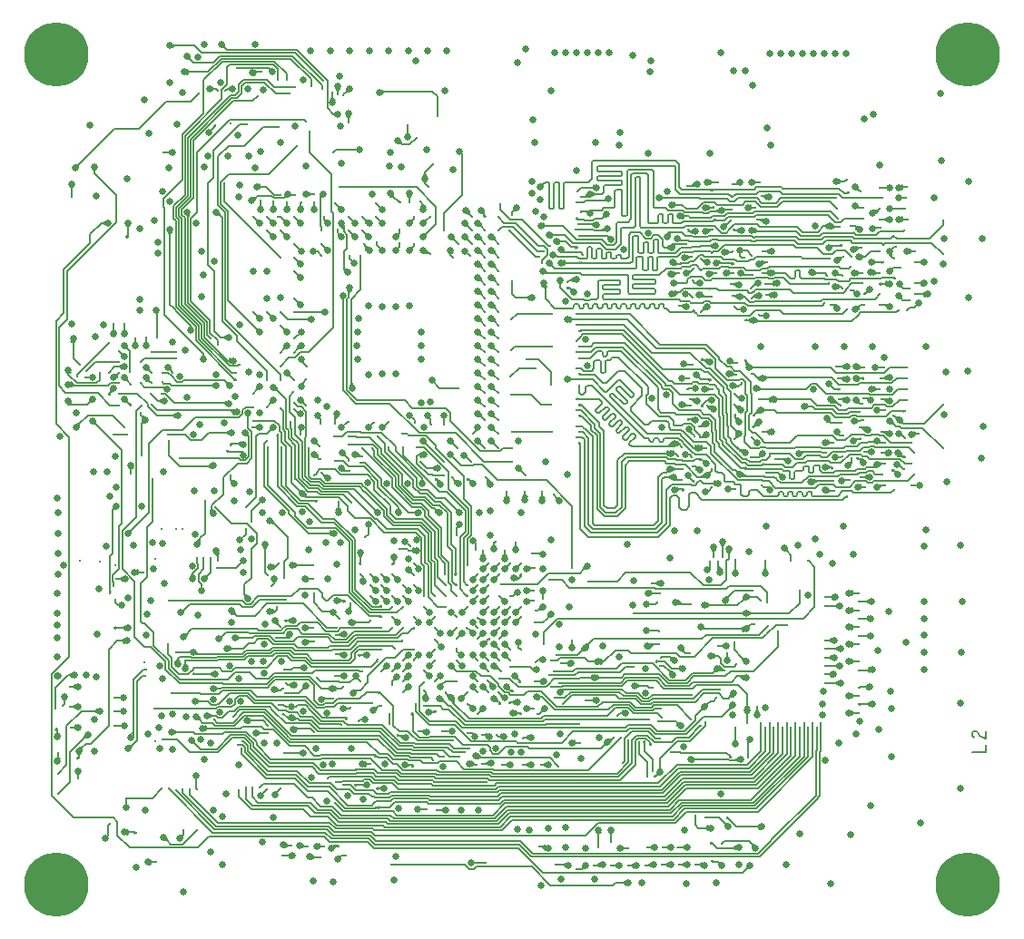
<source format=gbr>
G04 Gerber PCB Fabrication Data in Gerber  Example 2, created by Karel Tavernier, Filip Vermeire and Thomas Weyn*
G04 Ucamco copyright*
%TF.GenerationSoftware,Ucamco,UcamX,1.1.0-1400509*%
%TF.CreationDate,2014-07-14T00:00;00+01:00*%
%FSLAX25Y25*%
%MOMM*%
%TF.FileFunction,Copper,L2,Inr,Signal*%
%TF.FilePolarity,Positive*%
%TF.Part,Single*%
%TF.SameCoordinates*%
%TA.AperFunction,Conductor*%
%ADD10C,0.15000*%
%TA.AperFunction,NonConductor*%
%ADD11C,0.20000*%
%TA.AperFunction,ViaPad*%
%ADD12C,0.30000*%
%ADD13C,0.65000*%
%TA.AperFunction,WasherPad*%
%ADD14C,6.00000*%
G01*
%LPD*%
D10*
X814700Y6487600D02*
X564700Y6237600D01*
Y5831900D01*
X510200Y1683760D02*
X527380Y1665580D01*
X510200Y1683760D02*
X492020Y1665580D01*
X510200Y1683760D02*
Y1652400D01*
X507700Y1649900D01*
X509700Y1647900D01*
X510200Y1727900D02*
Y1683760D01*
X1054700Y6729900D02*
Y6932900D01*
X850000Y7137600D01*
Y7162540D01*
X639700Y7002540D02*
X622020Y7020220D01*
X639700Y7002540D02*
Y6913200D01*
X640000Y6912900D01*
X850000Y7162540D02*
X832320Y7180220D01*
X850000Y7162540D02*
X867680Y7180220D01*
X850000Y7162540D02*
Y7197900D01*
X699700Y7212900D02*
Y7187900D01*
X699700Y7212900D02*
X1039700Y7552900D01*
X1269700D01*
X1519700Y7802900D01*
X1750000D01*
X1825000Y7877900D01*
X674700Y7187900D02*
X699700Y7212900D01*
X639700Y7037900D02*
Y7002540D01*
X657380Y7020220D01*
X699700Y7212900D02*
X674700D01*
X1544340Y7332900D02*
X1562020Y7350580D01*
X1544340Y7332900D02*
X1562020Y7315220D01*
X1544340Y7332900D02*
X1494700D01*
X1579700Y7332900D02*
X1544340D01*
X2004700Y7907900D02*
X1984700Y7927900D01*
X1966060D01*
X1930700D01*
X1966060Y7927900D02*
X1948380Y7945580D01*
X1966060Y7927900D02*
X1948380Y7910220D01*
X2074700Y7907900D02*
X2094700Y7927900D01*
X2104340D01*
X2139700D01*
X2104340Y7927900D02*
X2122020Y7910220D01*
X2104340Y7927900D02*
X2122020Y7945580D01*
X2362340Y4765200D02*
X2380020Y4782880D01*
X2362340Y4765200D02*
X2380020Y4747520D01*
X2362340Y4765200D02*
X2397700D01*
X2324700Y4765200D02*
X2362340D01*
X2524700Y4765200D02*
X2499700Y4740200D01*
X2462400Y4702900D01*
X2459700D01*
X2499700Y4740200D02*
X2524700D01*
X2499700Y4740200D02*
Y4765200D01*
X2499700Y4994200D02*
Y5019200D01*
X2499700Y4994200D02*
X2524700D01*
X2499700Y4994200D02*
X2524700Y5019200D01*
X2461200Y4955700D02*
X2499700Y4994200D01*
X2334200Y5082700D02*
X2372700Y5121200D01*
X2397700Y5146200D01*
X2372700Y5121200D02*
X2397700D01*
X2372700Y5121200D02*
Y5146200D01*
X2372700Y5679200D02*
X2397700D01*
X2372700Y5679200D02*
Y5654200D01*
X2372700Y5679200D02*
X2397700Y5654200D01*
X2334200Y5717700D02*
X2372700Y5679200D01*
X2499700Y5806200D02*
X2524700D01*
X2499700Y5806200D02*
Y5781200D01*
X2499700Y5806200D02*
X2524700Y5781200D01*
X2461200Y5844700D02*
X2499700Y5806200D01*
X2372700Y5806200D02*
X2397700D01*
X2372700Y5806200D02*
Y5781200D01*
X2372700Y5806200D02*
X2397700Y5781200D01*
X2334200Y5844700D02*
X2372700Y5806200D01*
X2499700Y6695200D02*
Y6670200D01*
X2372700Y6695200D02*
X2397700Y6670200D01*
X2372700Y6695200D02*
Y6670200D01*
X2499700Y6568200D02*
X2524700D01*
X2499700Y6568200D02*
Y6543200D01*
X2499700Y6568200D02*
X2524700Y6543200D01*
X2461200Y6606700D02*
X2499700Y6568200D01*
X2399700Y6833260D02*
X2417380Y6815580D01*
X2399700Y6833260D02*
X2382020Y6815580D01*
X2399700Y6833260D02*
Y6882900D01*
X2399700Y6797900D02*
Y6833260D01*
X2499700Y6695200D02*
X2524700D01*
X2499700Y6695200D02*
X2524700Y6670200D01*
X2461200Y6733700D02*
X2499700Y6695200D01*
X2334200Y6733700D02*
X2372700Y6695200D01*
X2397700D01*
X2371560Y8084400D02*
X2342380Y8055220D01*
X2371560Y8084400D02*
X2342380Y8090580D01*
X2371560Y8084400D02*
X2401830D01*
X2403330Y8082900D01*
X2409700D01*
X2324700Y8072900D02*
X2334700Y8082900D01*
X2338360D01*
X2339860Y8084400D01*
X2371560D01*
X2676700Y5248200D02*
X2649700D01*
X2676700Y5248200D02*
X2674700Y5273200D01*
X2676700Y5248200D02*
X2651700Y5273200D01*
X2649700D01*
X2715200Y5209700D02*
X2676700Y5248200D01*
X2588200Y5463700D02*
X2626700Y5502200D01*
X2651700Y5527200D01*
X2626700Y5502200D02*
X2651700D01*
X2626700Y5502200D02*
Y5527200D01*
X2588200Y5717700D02*
X2624700Y5681200D01*
X2644700Y5661200D01*
Y5657900D01*
X2649700Y5652900D01*
X2624700Y5681200D02*
Y5652900D01*
X2624700Y5681200D02*
X2649700Y5677900D01*
X2969340Y5844700D02*
X2715200D01*
X2844340Y5777200D02*
X2655700D01*
X2588200Y5844700D01*
X2753700Y5933200D02*
X2778700D01*
X2753700Y5933200D02*
Y5908200D01*
X2753700Y5933200D02*
X2778700Y5908200D01*
X2715200Y5971700D02*
X2753700Y5933200D01*
X2753700Y6314200D02*
X2778700D01*
X2753700Y6314200D02*
Y6289200D01*
X2753700Y6314200D02*
X2778700Y6289200D01*
X2753700Y6187200D02*
X2778700D01*
X2753700Y6187200D02*
Y6162200D01*
X2753700Y6187200D02*
X2778700Y6162200D01*
X2715200Y6225700D02*
X2753700Y6187200D01*
X2715200Y6352700D02*
X2753700Y6314200D01*
X2626700Y6695200D02*
Y6670200D01*
X2626700Y6695200D02*
X2651700Y6670200D01*
X2626700Y6568200D02*
X2651700D01*
X2626700Y6568200D02*
Y6543200D01*
X2626700Y6568200D02*
X2651700Y6543200D01*
X2588200Y6606700D02*
X2626700Y6568200D01*
X2753700Y6695200D02*
Y6670200D01*
X2626700Y6695200D02*
X2651700D01*
X2559700Y6732900D02*
X2589000D01*
X2626700Y6695200D01*
X2778700Y6832560D02*
X2761020Y6814880D01*
X2524700Y6832560D02*
X2542380Y6814880D01*
X2524700Y6832560D02*
X2507020Y6814880D01*
X2524700Y6832560D02*
Y6797200D01*
X2524700Y6872900D02*
Y6832560D01*
X2651700Y6832560D02*
X2669380Y6814880D01*
X2651700Y6832560D02*
X2634020Y6814880D01*
X2651700Y6832560D02*
Y6797200D01*
X2651700Y6867900D02*
Y6832560D01*
X2753700Y6695200D02*
X2778700D01*
X2753700Y6695200D02*
X2778700Y6670200D01*
X2715200Y6733700D02*
X2753700Y6695200D01*
X3012380Y2237900D02*
X2983540Y2244420D01*
X3012380Y2237900D02*
X2964700D01*
X2959700Y2232900D01*
Y2226740D01*
X2965860D01*
X3079700Y2237900D02*
X3012380D01*
X2994700Y4317900D02*
X3024700D01*
X2994700Y4317900D02*
X2999700Y4292900D01*
X2994700Y4317900D02*
X2969700Y4342900D01*
X3024700Y4292900D02*
Y4287900D01*
X2994700Y4317900D01*
X2954700Y4587900D02*
Y4589200D01*
X2930700Y4613200D01*
X2905700Y4638200D01*
X2930700Y4613200D02*
Y4638200D01*
X2930700Y4613200D02*
X2905700D01*
X2803700Y4994200D02*
X2778700D01*
X2803700Y4994200D02*
Y5019200D01*
X2803700Y4994200D02*
X2778700Y5019200D01*
X2829700Y4968200D02*
X2803700Y4994200D01*
X2969340Y5844700D02*
X2987020Y5862380D01*
X2969340Y5844700D02*
X2987020Y5827020D01*
X3004700Y5844700D02*
X2969340D01*
X2844340Y5777200D02*
X2862020Y5794880D01*
X2844340Y5777200D02*
X2862020Y5759520D01*
X2879700Y5777200D02*
X2844340D01*
X3007700Y6695200D02*
Y6670200D01*
X3007700Y6695200D02*
X3032700Y6670200D01*
X3007700Y6441200D02*
X3032700D01*
X3007700Y6441200D02*
Y6416200D01*
X3007700Y6441200D02*
X3032700Y6416200D01*
X2969200Y6479700D02*
X3007700Y6441200D01*
X2969700Y6927900D02*
X2984700Y6942900D01*
X3007700Y6695200D02*
X3032700D01*
X2994700Y6732900D02*
Y6708200D01*
X3007700Y6695200D01*
X2904700Y6833260D02*
X2922380Y6815580D01*
X2904700Y6833260D02*
X2887020Y6815580D01*
X2904700Y6833260D02*
Y6797900D01*
X2904700Y6867900D02*
Y6833260D01*
X2778700Y6832560D02*
X2796380Y6814880D01*
X2778700Y6832560D02*
Y6797200D01*
X2779700Y6867900D02*
X2778700Y6866900D01*
Y6832560D01*
X3204810Y2139900D02*
X3187130Y2122220D01*
X3204810Y2139900D02*
X3187130Y2157580D01*
X3204810Y2139900D02*
X3169450D01*
X3244700Y2152900D02*
X3231700Y2139900D01*
X3204810D01*
X3139340Y2647900D02*
X3162020Y2660580D01*
X3139340Y2647900D02*
X3162020Y2625220D01*
X3139340Y2647900D02*
X3104700D01*
X3179700Y2642900D02*
Y2627900D01*
X3159700Y2647900D01*
X3139340D01*
X3149340Y2447900D02*
X3167020Y2465580D01*
X3149340Y2447900D02*
X3167020Y2430220D01*
X3149340Y2447900D02*
X3099700D01*
X3184700Y2447900D02*
X3149340D01*
X3132140Y2825700D02*
X3162020Y2855580D01*
X3132140Y2825700D02*
X3162020Y2820220D01*
X3132140Y2825700D02*
X3167500D01*
X3179700Y2837900D01*
X3104700Y2825700D02*
X3132140D01*
X3244700Y3092900D02*
Y3047900D01*
X3244700Y3092900D02*
X3219700Y3072900D01*
X3244700Y3092900D02*
Y3122900D01*
X3219700Y3047900D02*
Y3067900D01*
X3244700Y3092900D01*
X3186400Y4505350D02*
X3161400Y4507900D01*
X3186400Y4505350D02*
Y4532900D01*
X3186400Y4505350D02*
X3219700Y4472050D01*
Y4452900D01*
X3161400Y4532900D02*
Y4530350D01*
X3186400Y4505350D01*
X3184700Y4359200D02*
X3159700D01*
X3184700Y4359200D02*
Y4384200D01*
X3184700Y4359200D02*
X3159700Y4384200D01*
X3229700Y4357900D02*
X3186000D01*
X3184700Y4359200D01*
X3246500Y5181460D02*
X3277380Y5150580D01*
X3246500Y5181460D02*
X3242020Y5150580D01*
X3246500Y5181460D02*
Y5146100D01*
X3259700Y5132900D01*
X3334700Y6367900D02*
Y6050390D01*
X3246500Y5962190D01*
Y5181460D01*
X3119700Y6607900D02*
Y6583200D01*
X3134700Y6568200D01*
X3159700Y6543200D01*
X3134700Y6568200D02*
Y6543200D01*
X3134700Y6568200D02*
X3159700D01*
X3261700Y6568200D02*
X3286700D01*
X3261700Y6568200D02*
Y6543200D01*
X3261700Y6568200D02*
X3286700Y6543200D01*
X3223200Y6606700D02*
X3261700Y6568200D01*
X3134700Y6822200D02*
X3159700D01*
X3134700Y6822200D02*
Y6797200D01*
X3134700Y6822200D02*
X3159700Y6797200D01*
X3096200Y6860700D02*
X3134700Y6822200D01*
X3204700Y7902900D02*
Y7927900D01*
X3204700Y7902900D02*
X3229700D01*
X3204700Y7902900D02*
X3229700Y7927900D01*
X3175000Y7867900D02*
Y7873200D01*
X3204700Y7902900D01*
X3484700Y2147900D02*
X3474700Y2122900D01*
X3484700Y2147900D02*
X3459700Y2122900D01*
X3449700D01*
X3484700Y2147900D02*
X3449700D01*
X3524700Y2167900D02*
X3504700D01*
X3484700Y2147900D01*
X3335310Y2642900D02*
X3325000Y2632600D01*
X3335310Y2642900D02*
X3325000Y2643200D01*
X3335310Y2642900D02*
X3359340D01*
X3377020Y2660580D01*
X3359340Y2642900D02*
X3377020Y2625220D01*
X3359340Y2642900D02*
X3394700D01*
X3319700Y2637900D02*
X3324700Y2642900D01*
X3335310D01*
X3554700Y2517900D02*
Y2542900D01*
X3554700Y2517900D02*
X3579700D01*
X3554700Y2517900D02*
X3579700Y2542900D01*
X3529700Y2492900D02*
X3554700Y2517900D01*
X3529700Y3192900D02*
X3554700Y3167900D01*
X3579700Y3142900D01*
X3554700Y3167900D02*
Y3142900D01*
X3554700Y3167900D02*
X3579700D01*
X3554700Y3267900D02*
X3579700D01*
X3554700Y3267900D02*
Y3242900D01*
X3554700Y3267900D02*
X3579700Y3242900D01*
X3529700Y3292900D02*
X3554700Y3267900D01*
X3554700Y3367900D02*
X3579700D01*
X3554700Y3367900D02*
Y3342900D01*
X3554700Y3367900D02*
X3579700Y3342900D01*
X3529700Y3392900D02*
X3554700Y3367900D01*
X3454700Y3367900D02*
X3479700D01*
X3454700Y3367900D02*
Y3342900D01*
X3454700Y3367900D02*
X3479700Y3342900D01*
X3429700Y3392900D02*
X3454700Y3367900D01*
X3355000Y3360360D02*
X3372680Y3342680D01*
X3355000Y3360360D02*
X3337320Y3342680D01*
X3355000Y3360360D02*
Y3325000D01*
X3329700Y3392900D02*
X3355000Y3367600D01*
Y3360360D01*
X3454700Y3267900D02*
X3479700D01*
X3454700Y3267900D02*
Y3242900D01*
X3454700Y3267900D02*
X3479700Y3242900D01*
X3429700Y3292900D02*
X3454700Y3267900D01*
X3334700Y3508510D02*
X3335000Y3498200D01*
X3334700Y3508510D02*
X3324400Y3498200D01*
X3334700Y3508510D02*
Y3559640D01*
X3317020Y3577320D01*
X3334700Y3559640D02*
X3352380Y3577320D01*
X3334700Y3559640D02*
Y3595000D01*
X3329700Y3492900D02*
X3334700Y3487900D01*
Y3508510D01*
X3388700Y6568200D02*
X3413700D01*
X3388700Y6568200D02*
Y6543200D01*
X3388700Y6568200D02*
X3413700Y6543200D01*
X3350200Y6606700D02*
X3388700Y6568200D01*
X3477200Y6860700D02*
X3540700Y6797200D01*
X4414480Y665650D02*
X4394580Y645750D01*
X4346520D01*
X4326620Y665650D01*
X3714410Y1890150D02*
X3742020Y1862530D01*
X3714410Y1890150D02*
X3742450D01*
X3759700Y1872900D01*
Y1873150D01*
X3707340Y1890150D02*
X3742020Y1855470D01*
X3707340Y1890150D02*
X3742020Y1890830D01*
X3707340Y1890150D02*
X3714410D01*
X3679700Y1892900D02*
X3682450Y1890150D01*
X3707340D01*
X3645040Y2415040D02*
X3629700Y2399700D01*
Y2362900D01*
X3754700Y2317900D02*
Y2342900D01*
X3754700Y2317900D02*
X3779700D01*
X3754700Y2317900D02*
X3779700Y2342900D01*
X3729700Y2292900D02*
X3754700Y2317900D01*
X3645040Y2415040D02*
X3646690Y2440040D01*
X3645040Y2415040D02*
X3671690D01*
X3671690Y2440040D02*
X3670860Y2440860D01*
X3645040Y2415040D01*
X3729700Y2592900D02*
X3754700Y2617900D01*
X3779700Y2642900D01*
X3754700Y2617900D02*
X3779700D01*
X3754700Y2617900D02*
Y2642900D01*
X3754700Y2517900D02*
Y2542900D01*
X3754700Y2517900D02*
X3779700D01*
X3754700Y2517900D02*
X3779700Y2542900D01*
X3729700Y2492900D02*
X3754700Y2517900D01*
X3654700Y2517900D02*
Y2542900D01*
X3654700Y2517900D02*
X3679700D01*
X3654700Y2517900D02*
X3679700Y2542900D01*
X3629700Y2492900D02*
X3654700Y2517900D01*
X3654700Y2967900D02*
X3679700Y2942900D01*
X3654700Y3167900D02*
X3679700D01*
X3654700Y3167900D02*
Y3142900D01*
X3654700Y3167900D02*
X3679700Y3142900D01*
X3629700Y3192900D02*
X3654700Y3167900D01*
X3654700Y2967900D02*
X3679700D01*
X3654700Y2967900D02*
Y2942900D01*
X3629700Y2992900D02*
X3654700Y2967900D01*
X3754700Y3167900D02*
X3779700D01*
X3754700Y3167900D02*
Y3142900D01*
X3754700Y3167900D02*
X3779700Y3142900D01*
X3729700Y3192900D02*
X3754700Y3167900D01*
X3829700Y3292900D02*
X3854700Y3267900D01*
X3809700Y3412900D02*
X3779700D01*
X3809700Y3412900D02*
X3804700Y3437900D01*
X3809700Y3412900D02*
X3779700Y3442900D01*
Y3437900D01*
X3834700Y3387900D02*
X3809700Y3412900D01*
X3729700Y3292900D02*
X3779700Y3242900D01*
X3629700Y3392900D02*
X3654700Y3367900D01*
X3679700Y3342900D01*
X3654700Y3367900D02*
Y3342900D01*
X3654700Y3367900D02*
X3679700D01*
X3829700Y3492900D02*
X3854700Y3467900D01*
X3645000Y3519640D02*
X3627320Y3537320D01*
X3645000Y3519640D02*
X3662680Y3537320D01*
X3645000Y3519640D02*
Y3555000D01*
X3635000Y3485000D02*
X3645000Y3495000D01*
Y3505610D01*
Y3519640D01*
X3645000Y3505610D02*
X3629700Y3490300D01*
X3692700Y6568200D02*
Y6543200D01*
X3692700Y6568200D02*
X3667700D01*
X3692700Y6568200D02*
X3667700Y6543200D01*
X3699700Y6607900D02*
Y6575200D01*
X3692700Y6568200D01*
X3819700Y6695200D02*
Y6670200D01*
X3819700Y6695200D02*
X3794700Y6670200D01*
X3819700Y6442900D02*
Y6417900D01*
X3819700Y6442900D02*
X3794700D01*
X3819700Y6442900D02*
X3794700Y6417900D01*
X3834700Y6477900D02*
Y6457900D01*
X3819700Y6442900D01*
X3819700Y6695200D02*
X3794700D01*
X3834700Y6732900D02*
Y6710200D01*
X3819700Y6695200D01*
X3712100Y7417900D02*
X3684700D01*
X3712100Y7417900D02*
X3709700Y7442900D01*
X3712100Y7417900D02*
X3687100Y7442900D01*
X3684700D01*
X3854700Y7467900D02*
Y7465600D01*
X3794100Y7405000D01*
X3725000D01*
X3712100Y7417900D01*
X4000060Y2107900D02*
X3982380Y2090220D01*
X4000060Y2107900D02*
X3982380Y2125580D01*
X4000060Y2107900D02*
X4014090D01*
X4029400Y2123200D01*
X4014090Y2107900D02*
X4024700D01*
X4034700Y2117900D01*
X3964700Y2107900D02*
X4000060D01*
X3874700Y1927900D02*
X3909340D01*
X3944700D01*
X3949700Y1922900D01*
X3909340Y1927900D02*
X3932020Y1905220D01*
X3909340Y1927900D02*
X3932020Y1940580D01*
X4099860Y2367720D02*
Y2342720D01*
X4099860Y2367720D02*
X4074860D01*
X4099860Y2367720D02*
X4074860Y2342720D01*
X4229700Y2392900D02*
X4227700Y2394900D01*
X4127040D01*
X4099860Y2367720D01*
X3939700Y2273260D02*
X3957380Y2255580D01*
X3939700Y2273260D02*
X3922020Y2255580D01*
X3939700Y2273260D02*
Y2292900D01*
X3924700Y2307900D01*
X3939700Y2237900D02*
Y2273260D01*
X4029700Y2392900D02*
X4079700Y2442900D01*
X3954700Y2467900D02*
X3979700D01*
X3954700Y2467900D02*
Y2442900D01*
X3954700Y2467900D02*
X3979700Y2442900D01*
X3927430Y2495170D02*
X3954700Y2467900D01*
X3854700Y3267900D02*
X3879700D01*
X3854700Y3267900D02*
Y3242900D01*
X3854700Y3267900D02*
X3879700Y3242900D01*
X3854700Y3467900D02*
X3879700D01*
X3854700Y3467900D02*
Y3442900D01*
X3854700Y3467900D02*
X3879700Y3442900D01*
X3894700Y4447900D02*
X3954700Y4387900D01*
X4014340D01*
X4049700D01*
X4014340Y4387900D02*
X4032020Y4370220D01*
X4014340Y4387900D02*
X4032020Y4405580D01*
X4112200Y4447700D02*
X3947000Y4612900D01*
X3919700D01*
X3947000Y4612900D02*
X3944700Y4637900D01*
X3947000Y4612900D02*
X3922000Y4637900D01*
X3919700D01*
X3924700Y6417900D02*
X3919700D01*
X3946700Y6568200D02*
Y6543200D01*
X3946700Y6568200D02*
X3921700D01*
X3946700Y6568200D02*
X3921700Y6543200D01*
X3946700Y6695200D02*
X3921700Y6670200D01*
X3946700Y6695200D02*
Y6670200D01*
X3985200Y6733700D02*
X3946700Y6695200D01*
X3921700D01*
X3934700Y7052540D02*
X3917020Y7070220D01*
X3934700Y7052540D02*
X3952380Y7070220D01*
X3934700Y7052540D02*
Y7087900D01*
X3969700Y7012900D02*
X3934700Y7047900D01*
Y7052540D01*
X4379700Y1907900D02*
X4376700Y1910900D01*
X4336700D01*
X4334700Y1912900D01*
X4354700Y2167900D02*
X4379700D01*
X4354700Y2167900D02*
Y2142900D01*
X4354700Y2167900D02*
X4334540Y2188060D01*
X4329520D01*
X4379700Y2142900D02*
X4354700Y2167900D01*
X4150040Y2267900D02*
X4179700D01*
X4150040Y2267900D02*
X4154700Y2242900D01*
X4150040Y2267900D02*
X4175040Y2242900D01*
X4179700D01*
X4129700Y2292900D02*
Y2288240D01*
X4150040Y2267900D01*
X4299700Y2262900D02*
Y2237900D01*
X4299700Y2262900D02*
X4274700D01*
X4299700Y2262900D02*
X4274700Y2237900D01*
X4329700Y2292900D02*
X4299700Y2262900D01*
X4204700Y2517900D02*
X4179700D01*
X4204700Y2517900D02*
Y2542900D01*
X4204700Y2517900D02*
X4179700Y2542900D01*
X4229700Y2492900D02*
X4204700Y2517900D01*
X4354700Y2867900D02*
X4379700D01*
X4354700Y2867900D02*
Y2842900D01*
X4354700Y2867900D02*
X4379700Y2842900D01*
X4324700Y2897900D02*
X4354700Y2867900D01*
X4298700Y4507900D02*
X4306000D01*
X4366200Y4447700D01*
X4200700Y4613200D02*
X4175700D01*
X4200700Y4613200D02*
Y4638200D01*
X4200700Y4613200D02*
X4175700Y4638200D01*
X4239200Y4574700D02*
X4200700Y4613200D01*
X4494070Y1893170D02*
X4522020Y1865220D01*
X4494070Y1893170D02*
X4522020Y1900580D01*
X4494070Y1893170D02*
X4471420D01*
X4539700Y1882900D02*
X4534700D01*
X4524700Y1892900D01*
X4519700D01*
X4519430Y1893170D01*
X4494070D01*
X4454700Y2117900D02*
Y2142900D01*
X4454700Y2117900D02*
X4479700D01*
X4454700Y2117900D02*
X4429700Y2092900D01*
X4479700Y2142900D02*
X4454700Y2117900D01*
X4404700Y1882900D02*
X4379700Y1907900D01*
Y1882900D01*
X4379700Y1907900D02*
X4404700D01*
X4639340Y1882900D02*
X4619490D01*
X4605800Y1896590D01*
X4624700Y2292900D02*
X4649700Y2267900D01*
X4429700Y2392900D02*
X4404700Y2417900D01*
X4404700Y2317900D02*
X4379700D01*
X4404700Y2317900D02*
Y2342900D01*
X4404700Y2317900D02*
X4379700Y2342900D01*
X4429700Y2292900D02*
X4404700Y2317900D01*
X4504700Y2317900D02*
X4479700D01*
X4504700Y2317900D02*
Y2342900D01*
X4504700Y2317900D02*
X4479700Y2342900D01*
X4529700Y2292900D02*
X4504700Y2317900D01*
X4546870Y2375730D02*
X4571870Y2370610D01*
X4546870Y2375730D02*
Y2345610D01*
X4546870Y2375730D02*
X4569700Y2352900D01*
Y2345610D01*
X4571870D01*
X4519700Y2402900D02*
X4546870Y2375730D01*
X4404700Y2417900D02*
X4379700D01*
X4404700Y2417900D02*
Y2442900D01*
X4404700Y2417900D02*
X4379700Y2442900D01*
X4504700Y2517900D02*
X4479700D01*
X4504700Y2517900D02*
Y2542900D01*
X4504700Y2517900D02*
X4479700Y2542900D01*
X4529700Y2492900D02*
X4504700Y2517900D01*
X4529700Y2592900D02*
X4479700Y2642900D01*
X4624700Y2517900D02*
X4579700D01*
X4624700Y2517900D02*
X4604700Y2542900D01*
X4624700Y2517900D02*
X4599700Y2542900D01*
X4579700D01*
X4649700Y2492900D02*
X4624700Y2517900D01*
X4604700Y2617900D02*
X4579700D01*
X4604700Y2617900D02*
Y2642900D01*
X4604700Y2617900D02*
X4579700Y2642900D01*
X4629700Y2592900D02*
X4604700Y2617900D01*
X4604700Y2967900D02*
X4579700Y2942900D01*
X4654700Y2817900D02*
X4630000Y2793200D01*
Y2790000D01*
X4604700Y2717900D02*
X4579700D01*
X4604700Y2717900D02*
Y2742900D01*
X4604700Y2717900D02*
X4579700Y2742900D01*
X4629700Y2692900D02*
X4604700Y2717900D01*
X4629700Y2892900D02*
X4604700Y2867900D01*
X4579700Y2842900D01*
X4604700Y2867900D02*
X4579700D01*
X4604700Y2867900D02*
Y2842900D01*
X4454700Y2817900D02*
Y2842900D01*
X4454700Y2817900D02*
X4479700D01*
X4454700Y2817900D02*
X4479700Y2842900D01*
X4429700Y2792900D02*
X4454700Y2817900D01*
X4504700Y3067900D02*
Y3042900D01*
X4504700Y3067900D02*
X4479700D01*
X4504700Y3067900D02*
X4479700Y3042900D01*
X4529700Y3092900D02*
X4504700Y3067900D01*
X4604700Y2967900D02*
Y2942900D01*
X4604700Y2967900D02*
X4579700D01*
X4629700Y2992900D02*
X4604700Y2967900D01*
X4629700Y3092900D02*
X4604700Y3067900D01*
X4579700Y3042900D01*
X4604700Y3067900D02*
X4579700D01*
X4604700Y3067900D02*
Y3042900D01*
X4404700Y3167900D02*
Y3142900D01*
X4404700Y3167900D02*
X4379700D01*
X4404700Y3167900D02*
X4379700Y3142900D01*
X4429700Y3192900D02*
X4404700Y3167900D01*
X4630000Y3190000D02*
X4652100Y3167900D01*
X4504700Y3167900D02*
Y3142900D01*
X4504700Y3167900D02*
X4479700D01*
X4504700Y3167900D02*
X4479700Y3142900D01*
X4529700Y3192900D02*
X4504700Y3167900D01*
X4629700Y3392900D02*
X4604700Y3367900D01*
X4579700Y3342900D01*
X4604700Y3367900D02*
X4579700D01*
X4604700Y3367900D02*
Y3342900D01*
X4404700Y3267900D02*
Y3242900D01*
X4404700Y3267900D02*
X4379700D01*
X4404700Y3267900D02*
X4379700Y3242900D01*
X4429700Y3292900D02*
X4404700Y3267900D01*
X4404700Y3367900D02*
Y3342900D01*
X4404700Y3367900D02*
X4379700D01*
X4404700Y3367900D02*
X4379700Y3342900D01*
X4429700Y3392900D02*
X4404700Y3367900D01*
X4604700Y3467900D02*
Y3442900D01*
X4604700Y3467900D02*
X4579700D01*
X4604700Y3467900D02*
X4579700Y3442900D01*
X4629700Y3492900D02*
X4604700Y3467900D01*
X4504700Y3267900D02*
Y3242900D01*
X4504700Y3267900D02*
X4479700D01*
X4504700Y3267900D02*
X4479700Y3242900D01*
X4529700Y3292900D02*
X4504700Y3267900D01*
X4504700Y3367900D02*
Y3342900D01*
X4504700Y3367900D02*
X4479700D01*
X4504700Y3367900D02*
X4479700Y3342900D01*
X4529700Y3392900D02*
X4504700Y3367900D01*
X4504700Y3467900D02*
Y3442900D01*
X4504700Y3467900D02*
X4479700D01*
X4504700Y3467900D02*
X4479700Y3442900D01*
X4529700Y3492900D02*
X4504700Y3467900D01*
X4479700Y3578260D02*
X4497380Y3560580D01*
X4479700Y3578260D02*
X4462020Y3560580D01*
X4479700Y3578260D02*
Y3542900D01*
X4479700Y3612900D02*
Y3578260D01*
X4579700Y3678670D02*
X4596970Y3695950D01*
X4579700Y3678670D02*
Y3695170D01*
X4585780Y3701250D01*
X4591670D01*
X4579700Y3665360D02*
X4597380Y3647680D01*
X4579700Y3665360D02*
X4562020Y3647680D01*
X4579700Y3665360D02*
Y3678670D01*
X4579700Y3630000D02*
Y3665360D01*
X4454700Y4613200D02*
X4429700D01*
X4454700Y4613200D02*
Y4638200D01*
X4454700Y4613200D02*
X4429700Y4638200D01*
X4493200Y4574700D02*
X4454700Y4613200D01*
X4581700Y4613200D02*
X4556700D01*
X4581700Y4613200D02*
Y4638200D01*
X4581700Y4613200D02*
X4556700Y4638200D01*
X4620200Y4574700D02*
X4581700Y4613200D01*
X4639340Y1882900D02*
X4657020Y1865220D01*
X4759700Y2097900D02*
X4764700Y2102900D01*
X4800060D01*
X4809090Y2102900D02*
X4819700D01*
X4829700Y2092900D01*
X4809090Y2102900D02*
X4824400Y2087600D01*
X4800060Y2102900D02*
X4809090D01*
X4800060Y2102900D02*
X4777380Y2115580D01*
X4800060Y2102900D02*
X4777380Y2080220D01*
X4915060Y2142900D02*
X4897380Y2125220D01*
X4639340Y1882900D02*
X4657020Y1900580D01*
X4674700Y1882900D02*
X4639340D01*
X4649700Y2267900D02*
X4654700Y2242900D01*
X4649700Y2267900D02*
X4674700Y2242900D01*
X4679700D01*
X4915060Y2142900D02*
X4879700D01*
X4915060Y2142900D02*
X4897380Y2160580D01*
X4719700Y2322900D02*
X4694700D01*
X4719700Y2322900D02*
Y2347900D01*
X4719700Y2322900D02*
X4732940Y2309660D01*
X4752370D01*
X4732940Y2309660D02*
X4740440Y2302160D01*
X4752370D01*
X4694700Y2347900D02*
X4719700Y2322900D01*
X4799700Y2417900D02*
X4812200Y2405400D01*
Y2387900D01*
X4812200Y2405400D02*
X4819700Y2397900D01*
Y2387900D01*
X4944700Y2502900D02*
X4919700Y2527900D01*
X4729700D01*
X4799700Y2417900D02*
X4774700D01*
X4799700Y2417900D02*
Y2442900D01*
X4774700Y2442900D02*
X4799700Y2417900D01*
X4704700Y2617900D02*
X4679700D01*
X4704700Y2617900D02*
Y2642900D01*
X4704700Y2617900D02*
X4679700Y2642900D01*
X4729700Y2592900D02*
X4704700Y2617900D01*
X4804700Y2967900D02*
X4779700Y2942900D01*
X4704700Y2967900D02*
X4679700Y2942900D01*
X4654700Y2817900D02*
Y2842900D01*
X4654700Y2817900D02*
X4679700D01*
X4679700Y2842900D02*
X4654700Y2817900D01*
X4704700Y2717900D02*
X4679700D01*
X4704700Y2717900D02*
Y2742900D01*
X4704700Y2717900D02*
X4679700Y2742900D01*
X4729700Y2692900D02*
X4704700Y2717900D01*
X4804700Y2967900D02*
Y2942900D01*
X4804700Y2967900D02*
X4779700D01*
X4829700Y2992900D02*
X4804700Y2967900D01*
X4804700Y3067900D02*
Y3042900D01*
X4804700Y3067900D02*
X4779700D01*
X4804700Y3067900D02*
X4779700Y3042900D01*
X4829700Y3092900D02*
X4804700Y3067900D01*
X4769310Y3204310D02*
X4770790Y3229310D01*
X4769310Y3204310D02*
X4795790D01*
X4769310Y3204310D02*
X4756560Y3191560D01*
X4731560D01*
X4795790Y3229310D02*
X4799310D01*
X4800000Y3230000D01*
X4790000Y3240000D01*
Y3225000D01*
X4769310Y3204310D01*
X4652100Y3167900D02*
X4679700D01*
X4652100Y3167900D02*
X4654700Y3142900D01*
X4652100Y3167900D02*
X4677100Y3142900D01*
X4679700D01*
X4704700Y2967900D02*
Y2942900D01*
X4704700Y2967900D02*
X4679700D01*
X4729700Y2992900D02*
X4704700Y2967900D01*
X4704700Y3067900D02*
Y3042900D01*
X4704700Y3067900D02*
X4679700D01*
X4704700Y3067900D02*
X4679700Y3042900D01*
X4729700Y3092900D02*
X4704700Y3067900D01*
X4920060Y3147900D02*
X4897380Y3125220D01*
X4920060Y3147900D02*
X4897380Y3160580D01*
X4920060Y3147900D02*
X4884700D01*
X4879700Y3142900D01*
X4925060Y3452900D02*
X4889700D01*
X4879700Y3442900D01*
X4925060Y3452900D02*
X4897380Y3460580D01*
X4925060Y3452900D02*
X4897380Y3425220D01*
X4729700Y3492900D02*
X4704700Y3467900D01*
X4679700Y3442900D01*
X4704700Y3467900D02*
X4679700D01*
X4704700Y3467900D02*
Y3442900D01*
X4822200Y3372670D02*
Y3392900D01*
X4822200Y3372670D02*
X4804530Y3355000D01*
X4782670Y3341500D01*
X4804530Y3355000D02*
X4782670Y3376860D01*
X4804530Y3355000D02*
X4770000D01*
X4765000Y3360000D01*
Y3359350D01*
X4764850Y3359200D01*
X4764990D01*
X4765000Y3359190D01*
X4764990Y3359180D01*
X4829700Y3392900D02*
Y3380170D01*
X4822200Y3372670D01*
X4915060Y3242900D02*
X4879700D01*
X4915060Y3242900D02*
X4897380Y3260580D01*
X4915060Y3242900D02*
X4897380Y3225220D01*
X4804700Y3467900D02*
Y3442900D01*
X4804700Y3467900D02*
X4779700D01*
X4804700Y3467900D02*
X4779700Y3442900D01*
X4829700Y3492900D02*
X4804700Y3467900D01*
X4645000Y3305000D02*
X4985000D01*
X5085000Y3405000D01*
X5380000D01*
X5420000Y3445000D01*
X4779700Y3695000D02*
Y3655360D01*
Y3620000D01*
X4779700Y3655360D02*
X4762020Y3637680D01*
X4779700Y3655360D02*
X4797380Y3637680D01*
X4679700Y3578260D02*
X4697380Y3560580D01*
X4679700Y3578260D02*
X4662020Y3560580D01*
X4679700Y3578260D02*
Y3542900D01*
X4679700Y3612900D02*
Y3578260D01*
X4835700Y4359200D02*
X4810700D01*
X4835700Y4359200D02*
Y4384200D01*
X4835700Y4359200D02*
X4810700Y4384200D01*
X4874200Y4320700D02*
X4835700Y4359200D01*
X5029700Y2117900D02*
Y2142900D01*
X5029700Y2117900D02*
X5054700D01*
X5029700Y2117900D02*
X5054700Y2142900D01*
X4984700Y2092900D02*
X5004700D01*
X5029700Y2117900D01*
X4949700Y2142900D02*
X4915060D01*
X5006310Y2392900D02*
X5024730Y2409840D01*
X5006310Y2392900D02*
X5024730Y2374480D01*
X5006310Y2392900D02*
X4959700D01*
X5042410Y2392160D02*
X5041670Y2392900D01*
X5006310D01*
X4944700Y2502900D02*
X4962020Y2520220D01*
X4944700Y2502900D02*
X4962030Y2485590D01*
X4979700Y2502900D02*
X4944700D01*
X4999340Y2597900D02*
X5017020Y2615580D01*
X4999340Y2597900D02*
X5017020Y2580220D01*
X4999340Y2597900D02*
X5034700D01*
X4969700Y2572900D02*
X4994700Y2597900D01*
X4999340D01*
X4959700Y2942900D02*
X5032900D01*
X5073650Y2983650D01*
X5075450D01*
X5089700Y2997900D01*
X5114700Y3022900D01*
X5089700Y2997900D02*
X5114700D01*
X5089700Y2997900D02*
Y3022900D01*
X4954700Y3147900D02*
X4920060D01*
X5002900Y3067900D02*
X5009700Y3092900D01*
X5002900Y3067900D02*
X5034700D01*
X5002900Y3067900D02*
X5027900Y3092900D01*
X5034700D01*
X4969700Y3052900D02*
X4987900D01*
X5002900Y3067900D01*
X4959700Y3452900D02*
X4925060D01*
X4954700Y3242900D02*
X4915060D01*
X5304700Y2707900D02*
X5299700D01*
X5304700Y2712900D01*
Y2743260D01*
Y2777900D01*
X5304700Y2743260D02*
X5287020Y2725580D01*
X5304700Y2743260D02*
X5322380Y2725580D01*
X5420000Y3445000D02*
X5425000Y3470000D01*
X5420000Y3445000D02*
X5450000D01*
X5420000Y3445000D02*
X5445000Y3470000D01*
X5450000D01*
X6039340Y842900D02*
X6057020Y860580D01*
X6039340Y842900D02*
X6057020Y825220D01*
X6039340Y842900D02*
X6074700D01*
X6005000Y842900D02*
X6039340D01*
X6344340Y847900D02*
X6362020Y865580D01*
X6344340Y847900D02*
X6362020Y830220D01*
X6344340Y847900D02*
X6379700D01*
X6296900Y847880D02*
X6292750D01*
Y847900D01*
X6344340D01*
X6628360Y712250D02*
X6615300Y725300D01*
X6628360Y712250D02*
X6676450D01*
Y703550D01*
X6700350D01*
X6676450Y703550D02*
X6677460Y680660D01*
X6676450Y703550D02*
X6700350Y679650D01*
X6701450D01*
X6610000Y720000D02*
X6617750Y712250D01*
X6628360D01*
X764700Y5227900D02*
X834700D01*
X999700Y1065700D02*
X979700Y1045700D01*
Y957900D01*
X954700Y932900D01*
X1041700Y1984900D02*
X1131700D01*
X1041700Y2112900D02*
X1124700D01*
X1041700Y2244900D02*
X1124700D01*
X1104700Y3107900D02*
X1069700D01*
X1047700Y3129900D01*
Y3154900D01*
X1434700Y5602900D02*
Y5857900D01*
X1430950Y5861650D01*
X1808200Y1391400D02*
X1804700Y1394900D01*
Y1517900D01*
X1999700Y3452900D02*
X2174700D01*
X2244700Y3522900D01*
X2539700Y1337900D02*
Y1342900D01*
X2589700Y1392900D01*
X2774700Y4700000D02*
Y4762900D01*
X2779700Y4767900D01*
X2737900Y4909700D02*
X2778700D01*
X2737900Y4909700D02*
X2755400Y4892200D01*
X2778700D01*
X2714700Y4932900D02*
X2737900Y4909700D01*
X2797200Y5180400D02*
X2779700Y5165400D01*
X2779700Y5147900D02*
Y5162900D01*
X2797200Y5180400D01*
X2797200Y5370400D02*
X2779700Y5385400D01*
X2714700Y5592900D02*
X2719700D01*
X2779700Y5652900D01*
X2779700Y5402900D02*
Y5387900D01*
X2797200Y5370400D01*
X2719700Y6477900D02*
Y6472900D01*
X2779700Y6412900D01*
X3272200Y2422200D02*
X3235000Y2385000D01*
X3140000D01*
X3130000Y2395000D01*
X2962600D01*
X2925000Y2432600D01*
X3079700Y3042900D02*
X3074700Y3047900D01*
X2982100D01*
X2897700Y3132300D01*
Y3219900D01*
X2964700Y4802900D02*
Y4842900D01*
X2934700Y4872900D01*
X2797200Y5370400D02*
X2834700Y5332900D01*
X2797200Y5180400D02*
Y5147900D01*
X2797200Y5180400D02*
X2829700Y5212900D01*
X2797200Y5370400D02*
Y5402900D01*
X2969700Y6367200D02*
X2931900Y6405000D01*
X2894350D01*
X2894760Y6405410D01*
X3314700Y2022900D02*
X3315000D01*
X3335000Y2042900D01*
X3379700D01*
X3272200Y2422200D02*
X3289700Y2432980D01*
X3289700Y2450480D02*
Y2439700D01*
X3272200Y2422200D01*
Y2450480D01*
X3289700Y2450480D02*
X3282120D01*
X3334700Y2397900D01*
X3079700Y3042900D02*
X3139700Y2982900D01*
X3160080Y4762710D02*
X3215270Y4817900D01*
X3224700D01*
X3094700Y4802900D02*
Y4845250D01*
X3127070Y4877630D01*
X3094700Y4845250D02*
Y4870000D01*
X3114700Y4890000D01*
X3229700Y6367900D02*
Y6342900D01*
X3274700Y6297900D01*
X3223200Y6733700D02*
X3286700Y6670200D01*
X3379700Y3737900D02*
X3405920Y3764120D01*
Y3859120D01*
X3539700Y4767900D02*
X3544700D01*
X3594700Y4817900D01*
X3464700Y4812900D02*
Y4816200D01*
X3411400Y4762900D01*
X3409700D01*
X3489700Y6492900D02*
Y6470300D01*
X3539700Y6420300D01*
Y6417900D01*
X3477200Y6733700D02*
X3540700Y6670200D01*
X3834700Y2587900D02*
Y2597900D01*
X3879700Y2642900D01*
X3874700D01*
Y2642720D01*
X3874860D01*
X3829700Y2992900D02*
X3879700Y2942900D01*
X3839700Y4812900D02*
Y4832900D01*
X3794700Y4877900D01*
X3699700Y6482900D02*
Y6447900D01*
X3667700Y6415900D01*
X4099700Y1932900D02*
X4189700D01*
X3974700Y2642900D02*
X4024700Y2692900D01*
X4029700Y2592900D02*
X3979700Y2542900D01*
X4024700Y2782900D02*
X4090000Y2717600D01*
Y2714210D01*
X4089150D01*
X4029700Y2892900D02*
X4079700Y2842900D01*
X4080000D01*
X4029700Y2992900D02*
X3979700Y2942900D01*
X3929700Y3092900D02*
X3979700Y3042900D01*
X3994700Y4792900D02*
X3989700Y4797900D01*
Y4842900D01*
X3959700Y4872900D01*
X4244700Y5132900D02*
X4069700D01*
X3999700Y5202900D01*
X4274890Y2643050D02*
X4274850D01*
Y2637750D01*
X4234700Y2677900D01*
Y2702900D01*
X4229700Y2592900D02*
X4279700Y2542900D01*
X4429700Y2592900D02*
X4379700Y2642900D01*
X4229700Y2892900D02*
X4175000Y2838200D01*
Y2842400D01*
X4179700Y3042900D02*
X4229700Y2992900D01*
X4429700Y2892900D02*
X4379700Y2942900D01*
X4329700Y3092900D02*
X4279700Y3042900D01*
X4254700Y3857900D02*
Y3852900D01*
X4229700Y3827900D01*
Y3762900D01*
X4114700Y4792900D02*
Y4872900D01*
X4354700Y6362900D02*
X4304700Y6412900D01*
X4412200Y4735400D02*
Y4767900D01*
X4412200Y4735400D02*
X4429700Y4750400D01*
X4412200Y4735400D02*
X4429700Y4752900D01*
Y4767900D01*
X4384700Y4707900D02*
X4412200Y4735400D01*
X4810000Y2760000D02*
Y2712600D01*
X4829700Y2692900D01*
X5004950Y3592900D02*
X5027330Y3595270D01*
X5004950Y3592900D02*
X5027330Y3570530D01*
X5004950Y3592900D02*
X5029700D01*
X5039700Y3582900D01*
X4929700Y3592900D02*
X5004950D01*
X6117600Y2860000D02*
X6109700Y2867900D01*
X6004700D01*
X6104700Y3132900D02*
X6084700Y3112900D01*
X6004700D01*
X6440000Y4263900D02*
Y4260850D01*
X6387790Y4313060D01*
Y4316140D01*
X6426950Y4488900D02*
X6406950Y4508900D01*
X6361950D01*
X6431950Y5974040D02*
Y5977900D01*
X6400950Y6008900D01*
X6366950D01*
X6419450Y6226400D02*
X6374450D01*
X6419450Y6226400D02*
X6401950Y6208900D01*
X6374450D01*
X6436950Y6243900D02*
X6419450Y6226400D01*
X6761950Y4188900D02*
X6831950D01*
X6816700Y5368900D02*
X6791950D01*
X6776950Y5383900D01*
X6950490Y1818940D02*
X6977070Y1845530D01*
X6950490Y1818940D02*
Y1843690D01*
X6964700Y1857900D01*
X6950490Y1683020D02*
Y1818940D01*
X6816700Y5368900D02*
X6789320Y5396270D01*
X6846950Y5368900D02*
X6816700D01*
X6908540Y5865490D02*
X6850360D01*
X6821950Y5893900D01*
X7004700Y6091740D02*
X7021960Y6109240D01*
X7004700Y6091740D02*
X7039460D01*
X7004700Y6091740D02*
X7022200Y6109240D01*
X7039460D01*
X6971950Y6058990D02*
X7004700Y6091740D01*
X6916950Y6348900D02*
X6893050D01*
X6871950Y6370000D01*
Y6413900D01*
X6941950D01*
X6986950Y6368900D01*
X6842200Y7038900D02*
X6864580Y7061270D01*
X6842200Y7038900D02*
X6864580Y7036530D01*
X6842200Y7038900D02*
X6866950D01*
X6876950Y7048900D01*
X6801950Y7038900D02*
X6842200D01*
X7132500Y4209250D02*
X7150000Y4197500D01*
X7132500Y4209250D02*
Y4180000D01*
X7132500Y4209250D02*
X7150000Y4191750D01*
Y4180000D01*
X7080000Y4222750D02*
X7081500D01*
X7095000Y4209250D01*
X7132500D01*
X7278500Y4468900D02*
X7309580Y4437830D01*
X7278500Y4468900D02*
X7301950D01*
X7321950Y4448900D01*
Y4450200D01*
X7206950Y4468900D02*
X7278500D01*
X7051950Y5813900D02*
X7056950Y5808900D01*
X7121950D01*
X7825000Y4270000D02*
X7830000Y4275000D01*
X7895000D01*
X7831950Y4498900D02*
X7827000D01*
X7813100Y4485000D01*
X7760000D01*
X7789450Y6191400D02*
X7761950D01*
X7789450Y6191400D02*
X7779450Y6208900D01*
X7789450Y6191400D02*
X7764710Y6216140D01*
X7759190D01*
X7756950Y6213900D01*
X7761950Y6208900D01*
X7831950Y6178900D02*
X7819450Y6191400D01*
X7789450D01*
X7967880Y6014340D02*
X7950880Y6022630D01*
X7928610Y6044900D01*
X7905210D01*
X7905000Y6045000D01*
X8194950Y4225200D02*
X8167370Y4197630D01*
X8194950Y4225200D02*
X8225200D01*
X8155000Y4210000D02*
Y4215000D01*
X8165200Y4225200D01*
X8194950D01*
X8369270Y4401580D02*
X8337110D01*
X8369270Y4401580D02*
X8354610Y4419080D01*
X8369270Y4401580D02*
X8396950Y4373900D01*
X8406950D01*
X8337110Y4419080D02*
X8336950D01*
Y4418900D01*
X8351950D01*
X8369270Y4401580D01*
X8216950Y5325200D02*
X8136950D01*
X8231250Y5905500D02*
X8256330Y5880430D01*
X8231250Y5905500D02*
X8256000D01*
X8268700Y5892800D01*
X8360150Y6103240D02*
X8359700D01*
Y6097900D01*
X8398700Y6058900D01*
X8456950D01*
X8179800Y5905500D02*
X8231250D01*
X8289450Y6361400D02*
Y6408900D01*
X8289450Y6361400D02*
X8271950Y6378900D01*
Y6408900D01*
X8326950Y6448900D02*
X8311950D01*
X8271950Y6408900D01*
X8311950Y6338900D02*
X8289450Y6361400D01*
X8179800Y7004050D02*
X8268700D01*
X8550000Y4225200D02*
Y4217750D01*
X8542550Y4225200D01*
X8475000D01*
X8541950Y5923900D02*
X8501950Y5883900D01*
X8457950D01*
X8429950Y5855900D01*
X758010Y1866930D02*
X624700Y1733620D01*
Y1456900D01*
X510200Y1342400D01*
X564700Y5831900D02*
X493700Y5760900D01*
Y4797400D01*
X614700Y4676400D01*
Y2627150D01*
X454700Y2467150D01*
Y1330300D01*
X662100Y1122900D01*
X1027100D01*
X1065000Y1085000D01*
Y960000D01*
X1180000Y845000D01*
X1820000D01*
X1923400Y948400D01*
X2994200D01*
X3044700Y897900D01*
X3399700D01*
X3459700Y837900D01*
X4807000D01*
X5034500Y610400D01*
X6897200D01*
X6937700Y650900D01*
X865610Y2119030D02*
X735860D01*
X594700Y1977870D01*
Y1617900D01*
X510200Y1533400D01*
X629700Y1966900D02*
X662520D01*
X509700Y1916080D02*
X528790Y1896990D01*
X509700Y1916080D02*
X490610Y1896990D01*
X509700Y1916080D02*
Y1929460D01*
Y1942900D01*
X499700Y1952900D01*
X509700Y1929460D02*
X492980Y1946180D01*
X509700Y1877900D02*
Y1916080D01*
X574700Y2214220D02*
X555610Y2233310D01*
X574700Y2214220D02*
X593790Y2233310D01*
X574700Y2214220D02*
Y2252400D01*
X554700Y2167900D02*
X574700Y2187900D01*
Y2214220D01*
X489700Y2142900D02*
Y2339700D01*
X607900Y2457900D01*
X626520D01*
X661520Y2347900D02*
X624700D01*
X624700Y2157900D02*
X661520D01*
X626520Y2457900D02*
X650610Y2471990D01*
X626520Y2457900D02*
X650610Y2433810D01*
X626520Y2457900D02*
X664700D01*
X669700Y2452900D01*
X632700Y4980900D02*
X605700D01*
X632700Y4980900D02*
X605700Y5007900D01*
X784700Y4977900D02*
X635700D01*
X632700Y4980900D01*
X652560Y5151900D02*
X628710Y5175710D01*
X653980Y5151900D02*
X628720Y5177120D01*
X655400Y5151900D02*
X628730Y5178530D01*
X656820Y5151900D02*
X628740Y5179940D01*
X658240Y5151900D02*
X628750Y5181350D01*
X659650Y5151900D02*
X628760Y5182760D01*
X661060Y5151900D02*
X628770Y5184170D01*
X662470Y5151900D02*
X628780Y5185580D01*
X663880Y5151900D02*
X628790Y5148810D01*
X663880Y5151900D02*
X628790Y5186990D01*
X609700Y5167900D02*
X625700Y5151900D01*
X652560D01*
X609700Y5264720D02*
X590610Y5283810D01*
X609700Y5264720D02*
X628790Y5283810D01*
X609700Y5264720D02*
Y5257900D01*
X689700Y5177900D01*
X869700D01*
X899700Y5207900D01*
Y5272900D01*
X609700Y5302900D02*
Y5264720D01*
X1079700Y4972900D02*
X999700D01*
X884700Y5087900D01*
X584700D01*
X519700Y5152900D01*
Y5697900D01*
X599700Y5777900D01*
Y6222180D01*
X1054700Y6677180D01*
Y6729900D01*
X700700Y1519720D02*
X681610Y1538810D01*
X700700Y1519720D02*
X719790Y1538810D01*
X700700Y1519720D02*
Y1557900D01*
X700700Y1486900D02*
Y1519720D01*
X760010Y1868930D02*
X795730D01*
X760010Y1868930D02*
X759010Y1867930D01*
X796730D01*
X759010Y1867930D02*
X758010Y1866930D01*
X770720Y1893930D01*
X758010Y1866930D02*
X797720D01*
X797720Y1893930D02*
X785010D01*
X760010Y1868930D01*
X709700Y1709720D02*
X690610Y1728810D01*
X709700Y1709720D02*
X728790Y1728810D01*
X709700Y1709720D02*
Y1694340D01*
X736700Y1774900D02*
Y1747900D01*
X736700Y1774900D02*
X709700D01*
X736700Y1774900D02*
X709700Y1747900D01*
X709700Y1694340D02*
X693980Y1678620D01*
X709700Y1694340D02*
Y1680900D01*
X700700Y1671900D01*
X709700Y1747900D02*
Y1709720D01*
X736700Y1774900D02*
X776800Y1815000D01*
X815000D01*
X985000Y1985000D01*
Y2695000D01*
X1062900Y2772900D01*
X1116520D01*
X662520Y1966900D02*
X681610Y1985990D01*
X662520Y1966900D02*
X681610Y1947810D01*
X662520Y1966900D02*
X700700D01*
X661520Y2157900D02*
X681610Y2137810D01*
X865610Y2119030D02*
X884700Y2138120D01*
X865610Y2119030D02*
X884700Y2099940D01*
X903790Y2119030D02*
X865610D01*
X661520Y2347900D02*
X680610Y2366990D01*
X661520Y2347900D02*
X680610Y2328810D01*
X699700Y2347900D02*
X661520D01*
X661520Y2157900D02*
X681610Y2175990D01*
X661520Y2157900D02*
X699700D01*
X700700Y2156900D01*
X861700Y4800900D02*
X834700D01*
X861700Y4800900D02*
Y4827900D01*
X861700Y4800900D02*
X834700Y4827900D01*
X1029700Y3287900D02*
Y3317900D01*
X1024700Y3322900D01*
Y3387900D01*
X1079200Y3442400D01*
Y3842400D01*
X1109700Y3872900D01*
Y4552900D01*
X861700Y4800900D01*
X711700Y4799900D02*
Y4767900D01*
X711700Y4799900D02*
X684700Y4794900D01*
X711700Y4799900D02*
X789700Y4877900D01*
X1024700D01*
X1134700Y4767900D01*
X684700Y4767900D02*
Y4772900D01*
X711700Y4799900D01*
X807700Y5000900D02*
Y5032900D01*
X807700Y5000900D02*
X834700Y5005900D01*
X807700Y5000900D02*
X834700Y5027900D01*
Y5032900D01*
X632700Y4980900D02*
Y5007900D01*
X784700Y4977900D02*
X807700Y5000900D01*
X689700Y5237900D02*
Y5257900D01*
X989700Y5557900D01*
X779700Y5292900D02*
X864700Y5377900D01*
X1084700D01*
X652560Y5151900D02*
X653980D01*
X655400D01*
X656820D01*
X658240D01*
X659650D01*
X661060D01*
X662470D01*
X663880D01*
X982980D01*
X1008980Y5177900D01*
X1084700D01*
X654700Y5553720D02*
X635610Y5572810D01*
X654700Y5553720D02*
X673790Y5572810D01*
X654700Y5553720D02*
Y5591900D01*
X719700Y5347900D02*
X654700Y5412900D01*
Y5553720D01*
X814700Y6487600D02*
Y6569700D01*
X917900Y6672900D01*
X941520D01*
X1172880Y987900D02*
X1153790Y968810D01*
X1172880Y987900D02*
X1153790Y1006990D01*
X1134700Y987900D02*
X1172880D01*
X1116520Y2772900D02*
X1135610Y2791990D01*
X1116520Y2772900D02*
X1135610Y2753810D01*
X1116520Y2772900D02*
X1154700D01*
X1126520Y2892900D02*
X1145610Y2911990D01*
X1126520Y2892900D02*
X1145610Y2873810D01*
X1126520Y2892900D02*
X1055140D01*
X1041700D01*
X1039700Y2894900D01*
X1055140Y2892900D02*
X1046420Y2901620D01*
X1055140Y2892900D02*
X1046420Y2888180D01*
X1164700Y2892900D02*
X1126520D01*
X1294700Y4972900D02*
X1244700Y4922900D01*
Y3928620D01*
X1114700Y3798620D01*
Y3445620D01*
X1229700Y3330620D01*
Y2807900D01*
X1319700Y2717900D01*
X1374700D01*
X1514700Y2577900D01*
Y2507900D01*
X1644700Y2377900D01*
X2043850D01*
X2052750Y2369000D01*
X2462570D01*
X2533570Y2440000D01*
X2860000D01*
X2972100Y2327900D01*
X3036520D01*
X997200Y3235840D02*
X1006420Y3226620D01*
X997200Y3235840D02*
X992980Y3226620D01*
X997200Y3235840D02*
Y3222400D01*
X999700Y3219900D01*
X1032700Y4000900D02*
X1025000Y3993200D01*
Y3592800D01*
X997200Y3565000D01*
Y3235840D01*
X1101520Y3349900D02*
X1120610Y3368990D01*
X1101520Y3349900D02*
X1120610Y3330810D01*
X1101520Y3349900D02*
X1139700D01*
X1059700Y3349900D02*
X1101520D01*
X1191700Y3804900D02*
X1164700D01*
X1164700Y3777900D02*
X1191700Y3804900D01*
X1032700Y4000900D02*
Y4032900D01*
X1032700Y4000900D02*
X1059700Y4005900D01*
X1032700Y4000900D02*
X1059700Y4027900D01*
Y4032900D01*
X1027750Y4699000D02*
X1029100Y4697650D01*
X1159100D01*
X1161700Y5000900D02*
X1134700D01*
X1161700Y5000900D02*
Y5027900D01*
X1161700Y5000900D02*
X1175020Y4987580D01*
X1134700Y5027900D02*
X1161700Y5000900D01*
X994200Y5087400D02*
Y5072900D01*
X984700Y5072900D02*
Y5077900D01*
X994200Y5087400D01*
X1061700Y5254900D02*
Y5227900D01*
X1061700Y5254900D02*
X1034700D01*
X1061700Y5254900D02*
X1034700Y5227900D01*
X1084700Y5277900D02*
X1061700Y5254900D01*
X1159430Y5203170D02*
X1132430D01*
X1159430Y5203170D02*
Y5230170D01*
X1159430Y5203170D02*
X1132430Y5230170D01*
X1194700Y5167900D02*
X1159430Y5203170D01*
X1084700Y5082900D02*
X1254700D01*
X1352200Y4985400D01*
Y4964430D01*
X1438730Y4877900D01*
X1591520D01*
X1094250Y5330170D02*
X1113340Y5349260D01*
X1094250Y5330170D02*
X1113340Y5311080D01*
X1094250Y5330170D02*
X1036970D01*
X984700Y5277900D01*
X1132430Y5330170D02*
X1094250D01*
X994200Y5087400D02*
X984700Y5082400D01*
X994200Y5087400D02*
X1002700Y5095900D01*
Y5127900D01*
X1002700Y5095900D02*
X1029700Y5100900D01*
X1002700Y5095900D02*
X1034700Y5127900D01*
X1029700D01*
X1161700Y5500900D02*
X1134700D01*
X1161700Y5500900D02*
Y5527900D01*
X1161700Y5500900D02*
X1184700Y5477900D01*
Y5282900D01*
X1134700Y5527900D02*
X1161700Y5500900D01*
X1107700Y5454900D02*
X1134700D01*
X1107700Y5454900D02*
Y5427900D01*
X1107700Y5454900D02*
X1134700Y5427900D01*
X1084700Y5477900D02*
X1107700Y5454900D01*
X1034700Y5676080D02*
X1053790Y5656990D01*
X1034700Y5676080D02*
X1015610Y5656990D01*
X1034700Y5676080D02*
Y5727900D01*
X1034700Y5637900D02*
Y5676080D01*
X1134700Y5676080D02*
X1153790Y5656990D01*
X1134700Y5676080D02*
X1115610Y5656990D01*
X1134700Y5676080D02*
Y5727900D01*
X1134700Y5637900D02*
Y5676080D01*
X941520Y6672900D02*
X960610Y6691990D01*
X941520Y6672900D02*
X960610Y6653810D01*
X941520Y6672900D02*
X979700D01*
X1164700Y6561340D02*
X1147980Y6544620D01*
X1164700Y6561340D02*
Y6634720D01*
X1145610Y6653810D01*
X1164700Y6634720D02*
X1183790Y6653810D01*
X1164700Y6634720D02*
Y6672900D01*
X1154700Y6537900D02*
X1164700Y6547900D01*
Y6561340D01*
X1389130Y706650D02*
X1370040Y687560D01*
X1389130Y706650D02*
X1370040Y725740D01*
X1389130Y706650D02*
X1350950D01*
X1430950Y706650D02*
X1389130D01*
X1172880Y987900D02*
X1216260D01*
X1229700D01*
X1239700Y977900D01*
X1216260Y987900D02*
X1232980Y971180D01*
X3142260Y1996900D02*
X2954550D01*
X2882050Y2069400D01*
X2778980D01*
X2741980Y2106400D01*
X2662170D01*
X2639570Y2129000D01*
X2567750D01*
X2530250Y2166500D01*
Y2167470D01*
X2511220Y2186500D01*
X2510250D01*
X2507750Y2189000D01*
X2342750D01*
X2273850Y2257900D01*
X2198980D01*
X2164700Y2223620D01*
Y2187180D01*
X2135420Y2157900D01*
X2003980D01*
X1988980Y2142900D01*
X1414700D01*
X3354700Y2492900D02*
X3325330D01*
X3317750Y2500480D01*
X3108250D01*
X3108170Y2500400D01*
X3081230D01*
X3081150Y2500480D01*
X2914230D01*
X2883650Y2469900D01*
X2526700D01*
X2474700Y2417900D01*
X2359700D01*
X2298600Y2479000D01*
X2167750D01*
X2101650Y2412900D01*
X1649700D01*
X1544700Y2517900D01*
Y2587900D01*
X1404700Y2727900D01*
Y2852900D01*
X1319700Y2937900D01*
X1304700D01*
X1284200Y2958400D01*
Y3307400D01*
X1342200Y3365400D01*
Y3833630D01*
X1394700Y3886130D01*
Y4282900D01*
X1267880Y3414930D02*
X1248790Y3395840D01*
X1267880Y3414930D02*
X1248790Y3434020D01*
X1267880Y3414930D02*
X1309670D01*
X1309700Y3414900D01*
X1229700Y3414930D02*
X1267880D01*
X1191700Y3804900D02*
Y3777900D01*
X1191700Y3804900D02*
X1359690Y3972890D01*
Y4612890D01*
X1489700Y4742900D01*
X1671700D01*
X1791700Y4862900D01*
X2149700D01*
X2154700Y4857900D01*
X2200420D01*
X2234700Y4892180D01*
Y4923620D01*
X2266780Y4955700D01*
X2334200D01*
X1289700Y4507900D02*
Y4797900D01*
X1297700Y4805900D01*
X1194700Y4374720D02*
X1175610Y4393810D01*
X1194700Y4374720D02*
X1213790Y4393810D01*
X1194700Y4374720D02*
Y4412900D01*
X1194700Y4332900D02*
Y4374720D01*
X1297700Y4805900D02*
Y4832900D01*
X1297700Y4805900D02*
X1324700D01*
X1297700Y4805900D02*
X1324700Y4832900D01*
X1297700Y4864900D02*
X1324700Y4859900D01*
X1297700Y4864900D02*
Y4832900D01*
X1297700Y4864900D02*
X1284700Y4877900D01*
Y4897900D01*
X1324700Y4832900D02*
X1329700D01*
X1297700Y4864900D01*
X2121520Y4927900D02*
X1434700D01*
X1384700Y4977900D01*
X1466520Y5012900D02*
X1449700D01*
X1379700Y5082900D01*
X1175020Y4987580D02*
X1189540D01*
X1175020Y4987580D02*
X1180040Y4978080D01*
X1175020Y4987580D02*
X1189700Y4972900D01*
Y4978080D01*
X1189540D01*
X1361700Y5300900D02*
X1334700D01*
X1361700Y5300900D02*
Y5327900D01*
X1361700Y5300900D02*
X1334700Y5327900D01*
X1384700Y5277900D02*
X1361700Y5300900D01*
X1361700Y5200900D02*
X1334700D01*
X1361700Y5200900D02*
Y5227900D01*
X1361700Y5200900D02*
X1384700Y5177900D01*
X1334700Y5227900D02*
X1361700Y5200900D01*
X1531290Y5124470D02*
X1529700D01*
Y5133400D01*
X1522700Y5140400D01*
X1322200D01*
X1284700Y5177900D01*
X1614700Y5472900D02*
Y5467900D01*
X1609700Y5472900D01*
X1384700D01*
X1234700Y5597900D02*
Y5566080D01*
Y5527900D01*
X1234700Y5566080D02*
X1215610Y5546990D01*
X1234700Y5566080D02*
X1253790Y5546990D01*
X1334700Y5566080D02*
X1353790Y5546990D01*
X1334700Y5566080D02*
X1315610Y5546990D01*
X1334700Y5566080D02*
Y5527900D01*
X1334700Y5607900D02*
Y5566080D01*
X1614700Y5412900D02*
X1319700D01*
X1284700Y5377900D01*
X1526750Y911150D02*
X1494450D01*
X1526750Y911150D02*
X1521450Y938150D01*
X1526750Y911150D02*
X1499750Y938150D01*
X1494450D01*
X1810000Y1010000D02*
X1675000Y875000D01*
X1562900D01*
X1526750Y911150D01*
X1676700Y959900D02*
Y932900D01*
X1676700Y959900D02*
X1649700D01*
X1676700Y959900D02*
X1649700Y932900D01*
X1684950Y1008150D02*
Y968150D01*
X1676700Y959900D01*
X1676700Y1386400D02*
Y1353300D01*
X1985000Y1045000D01*
X3035300D01*
X3089400Y990900D01*
X3438250D01*
X3471250Y957900D01*
X5434580D01*
X5548820Y1072140D01*
X6268940D01*
X6376800Y1180000D01*
X7040000D01*
X7550000Y1690000D01*
Y2002900D01*
X7590000Y1967600D02*
Y1750000D01*
X7580000Y1740000D01*
Y1330000D01*
X7160000Y910000D01*
Y908980D01*
X7038920Y787900D01*
X4944700D01*
X4825710Y906890D01*
X3478410D01*
X3425400Y959900D01*
X3076550D01*
X3021450Y1015000D01*
X1973100D01*
X1611700Y1376400D01*
X1548200Y1392900D02*
X1956100Y985000D01*
X3007600D01*
X3063700Y928900D01*
X3412550D01*
X3465560Y875890D01*
X4812860D01*
X4926850Y761900D01*
X7056900D01*
X7599480Y1304480D01*
Y1311680D01*
X7615000Y1327200D01*
Y1731990D01*
X7630000Y1746990D01*
Y2002900D01*
X4509700Y1457900D02*
X4023520D01*
X4007520Y1473900D01*
X3691930D01*
X3658430Y1507400D01*
X3478620D01*
X3449120Y1536900D01*
X3290280D01*
X3289080Y1535700D01*
X2946900D01*
X2886710Y1595890D01*
X2479110D01*
X2309200Y1765800D01*
Y1809370D01*
X2248170Y1870400D01*
X2137020D01*
X2003640Y1737020D01*
X1737980D01*
X1622100Y1852900D01*
X1484700D01*
X1613380Y1922400D02*
X1593790Y1903810D01*
X1613380Y1922400D02*
X1593790Y1941990D01*
X1613380Y1922400D02*
X1575200D01*
X1574700Y1922900D01*
X3429700Y1677900D02*
X2967900D01*
X2960000Y1670000D01*
X2495000D01*
X2365000Y1800000D01*
Y1827110D01*
X2269710Y1922400D01*
X2064500D01*
X2050000Y1907900D01*
X1789500D01*
X1775000Y1922400D01*
X1613380D01*
X3444700Y2192900D02*
X3125000D01*
X3092100Y2160000D01*
X3006610D01*
X2997350Y2150740D01*
X2931010D01*
X2834350Y2247400D01*
X2830630D01*
X2829130Y2248900D01*
X2367850D01*
X2306850Y2309900D01*
X2047750D01*
X2015750Y2277900D01*
X1842750D01*
X1832750Y2287900D01*
X1569700D01*
X1703130Y2553260D02*
X1684040Y2534170D01*
X1703130Y2587900D02*
X1697750D01*
X1703130Y2593280D01*
Y2587900D01*
X1629700Y2596080D02*
X1648790Y2576990D01*
X1629700Y2596080D02*
X1610610Y2576990D01*
X1629700Y2596080D02*
Y2557900D01*
X1662750Y2623790D02*
X1750590D01*
X1758980Y2615400D01*
X1990420D01*
X1998920Y2623900D01*
X2189100D01*
X2189600Y2624400D01*
X2241170D01*
X2275770Y2659000D01*
X2499000D01*
X2524000Y2684000D01*
X2681900D01*
X2715900Y2650000D01*
X2831150D01*
X2888250Y2592900D01*
X3224700D01*
X3251800Y2620000D01*
Y2661800D01*
X3315400Y2725400D01*
X3627200D01*
X3654700Y2697900D01*
X1662750Y2623790D02*
X1647540D01*
X1629700Y2605950D01*
Y2596080D01*
X3094700Y2532900D02*
X2874700D01*
X2820510Y2587090D01*
X2692910D01*
X2648220Y2631780D01*
X2566780D01*
X2459000Y2524000D01*
X2167750D01*
X2132750Y2489000D01*
X2047750D01*
X2017750Y2519000D01*
X1782750D01*
X1765210Y2501460D01*
X1764280D01*
X1745250Y2482430D01*
Y2481500D01*
X1728830Y2465080D01*
X1637520D01*
X1574700Y2527900D01*
Y2613190D01*
X1534700Y2653200D01*
Y2742900D01*
X1741520Y2665400D02*
X1617750D01*
X1713650Y2839900D02*
X1679700D01*
X1713650Y2839900D02*
X1686650Y2812900D01*
X1679700D01*
X1659700Y3037900D02*
X1669700D01*
X1745800Y3114000D01*
X2211650D01*
X2236250Y3089400D01*
X2325770D01*
X2391270Y3154900D01*
X2641700D01*
X3009700Y3147900D02*
X2975000Y3182600D01*
Y3220000D01*
X2937100Y3257900D01*
X2764700D01*
X2694200Y3187400D01*
X2379920D01*
X2307920Y3115400D01*
X2266480D01*
X2233980Y3147900D01*
X1549700D01*
X1921520Y4402900D02*
X1649700D01*
X1549700Y4502900D01*
Y4637900D01*
X2284500Y4688700D02*
X2294700Y4678500D01*
Y4492180D01*
X2260420Y4457900D01*
X2218980D01*
X2198980Y4477900D01*
X1646700D01*
X2093210Y4713900D02*
X1919700D01*
X1853700Y4647900D01*
X1752930D01*
X1702930Y4697900D01*
X1534700D01*
X1504700Y5012900D02*
X1466520D01*
X1485610Y4993810D01*
X1466520Y5012900D02*
X1485610Y5031990D01*
X1483350Y5076940D02*
X1515440D01*
X1600740Y4991640D01*
X2067780D01*
X1591520Y4877900D02*
X1610610Y4896990D01*
X1591520Y4877900D02*
X1610610Y4858810D01*
X1591520Y4877900D02*
X1629700D01*
X1951520Y5157900D02*
X1568580D01*
X1552010Y5174470D01*
X1498130D01*
X1484700Y5187900D01*
X2087700Y5184900D02*
X2064700Y5207900D01*
X1680420D01*
X1665420Y5192900D01*
X1623980D01*
X1571480Y5245400D01*
X1571230D01*
X1538730Y5277900D01*
X1489700D01*
X1561860Y5300740D02*
Y5328080D01*
X1561860Y5300740D02*
X1534700Y5327900D01*
Y5328080D01*
X1534860D01*
X1584700Y5277900D02*
X1561860Y5300740D01*
X1751360Y5707740D02*
Y5716230D01*
X1634390Y5833210D01*
X1634380D01*
X1586700Y5880890D01*
Y5880900D01*
X1557950Y5909650D01*
Y6572970D01*
X2644700Y8012900D02*
Y8070300D01*
X2533600Y8181400D01*
X2046400D01*
X1870000Y8005000D01*
Y7700000D01*
X1670700Y7500700D01*
Y7073900D01*
X1494700Y6897900D01*
Y6826480D01*
X1505000Y6816180D01*
Y5817290D01*
X1869700Y5452590D01*
Y5436080D01*
X2725000Y7942900D02*
X2529700D01*
X2462600Y8010000D01*
X2451770D01*
X2450770Y8011000D01*
X2249220D01*
X2248220Y8010000D01*
X2240000D01*
X2195000Y7965000D01*
Y7895000D01*
X2165900Y7865900D01*
X2123440D01*
X1722700Y7465160D01*
Y6925920D01*
X1614700Y6817920D01*
Y6728630D01*
X1640700Y6702630D01*
Y5900440D01*
X1827360Y5713780D01*
Y5585730D01*
X2135190Y5277900D01*
X2174700D01*
X2565900Y8007900D02*
Y8109100D01*
X2519600Y8155400D01*
X2115400D01*
X2085000Y8125000D01*
Y7965000D01*
X2040000Y7920000D01*
Y7830000D01*
X1696700Y7486700D01*
Y6936690D01*
X1588700Y6828690D01*
Y6717860D01*
X1612690Y6693870D01*
Y5891680D01*
X1801360Y5703010D01*
Y5574960D01*
X2157120Y5219200D01*
X2373530Y7859680D02*
X2327750Y7813900D01*
X2144980D01*
X1774700Y7443620D01*
Y7045160D01*
X1774710Y7045150D01*
Y6904390D01*
X1666700Y6796380D01*
Y6750180D01*
X1697700Y6719170D01*
Y5918130D01*
X1879360Y5736470D01*
Y5607270D01*
X2098730Y5387900D01*
X2106520D01*
X2675000Y7882900D02*
X2542100D01*
X2440000Y7985000D01*
X2260000D01*
X2225000Y7950000D01*
Y7880000D01*
X2184900Y7839900D01*
X2134210D01*
X1748700Y7454390D01*
Y6915150D01*
X1640700Y6807150D01*
Y6739410D01*
X1666700Y6713400D01*
Y5911210D01*
X1853360Y5724550D01*
Y5596500D01*
X2111960Y5337900D01*
X2181260D01*
X1557950Y6572970D02*
X1538860Y6592060D01*
X1557950Y6572970D02*
X1577040Y6592060D01*
X1557950Y6572970D02*
Y6611150D01*
X1694700Y8082900D02*
X1732880D01*
X1596130Y8332900D02*
X1577040Y8313810D01*
X1596130Y8332900D02*
X1782100D01*
X1855600Y8259400D01*
X2723200D01*
X2984700Y7997900D01*
X1557950Y8332900D02*
X1596130D01*
X1741700Y1391400D02*
Y1337010D01*
X2003710Y1075000D01*
X3049150D01*
X3102250Y1021900D01*
X3451100D01*
X3462600Y1010400D01*
X4658350D01*
X4751100Y1103150D01*
X6256100D01*
X6359350Y1206400D01*
X7021400D01*
X7510000Y1695000D01*
Y1967600D01*
X1784100Y1820900D02*
X1754700D01*
X1784100Y1820900D02*
X1781700Y1847900D01*
X1784100Y1820900D02*
X1757100Y1847900D01*
X1754700D01*
X3272930Y1563400D02*
X2963050D01*
X2896450Y1630000D01*
X2490000D01*
X2335200Y1784800D01*
Y1820140D01*
X2258940Y1896400D01*
X2126240D01*
X1992860Y1763020D01*
X1841980D01*
X1784100Y1820900D01*
X1942880Y2072900D02*
X1923790Y2053810D01*
X1942880Y2072900D02*
X1923790Y2091990D01*
X1942880Y2072900D02*
X1904700D01*
X2512750Y2129000D02*
X2483850Y2157900D01*
X2198980D01*
X2197810Y2159060D01*
X2157750Y2119000D01*
X2109340D01*
X2048240Y2057900D01*
X2003980D01*
X1988980Y2072900D01*
X1942880D01*
X1831700Y2040900D02*
X1804700D01*
X1831700Y2040900D02*
Y2067900D01*
X1831700Y2040900D02*
X1804700Y2067900D01*
X3549700Y1717900D02*
X3510670D01*
X3396570Y1832000D01*
X2671340D01*
X2662440Y1840900D01*
X2662420D01*
X2647200Y1856120D01*
Y1856130D01*
X2633160Y1870170D01*
X2633040D01*
X2425310Y2077900D01*
X2253980D01*
X2160480Y1984400D01*
X1976160D01*
X1952660Y2007900D01*
X1864700D01*
X1831700Y2040900D01*
X1902880Y1957900D02*
X1883790Y1938810D01*
X1902880Y1957900D02*
X1883790Y1976990D01*
X1902880Y1957900D02*
X1864700D01*
X3457260Y1711900D02*
X2957200D01*
X2950300Y1705000D01*
X2900000D01*
X2814610Y1790390D01*
X2674590D01*
X2518480Y1946500D01*
X2435250D01*
X2412750Y1969000D01*
X2228850D01*
X2217750Y1957900D01*
X1902880D01*
X1997880Y2327900D02*
X1959700D01*
X1827880Y2207900D02*
X1808790Y2188810D01*
X1827880Y2207900D02*
X1808790Y2226990D01*
X1827880Y2207900D02*
X1789700D01*
X3186260Y2052900D02*
X2982100D01*
X2910960Y2124040D01*
Y2124740D01*
X2816700Y2219000D01*
X2352750D01*
X2287850Y2283900D01*
X2114700D01*
X2014700Y2183900D01*
X1993200D01*
X1987200Y2177900D01*
X1943980D01*
X1913980Y2207900D01*
X1827880D01*
X1703130Y2553260D02*
X1722220Y2534170D01*
X1703130Y2553260D02*
Y2515080D01*
X1703130Y2587900D02*
X1999700D01*
X2009700Y2597900D01*
X2199880D01*
X2200380Y2598400D01*
X2237380D01*
X2237390Y2598390D01*
X2253390D01*
X2285000Y2630000D01*
X2510000D01*
X2538000Y2658000D01*
X2667000D01*
X2705000Y2620000D01*
X2824370D01*
X2877470Y2566900D01*
X3239700D01*
X3282800Y2610000D01*
Y2655700D01*
X3320000Y2692900D01*
X3529700D01*
X1703130Y2587900D02*
Y2553260D01*
X1741520Y2665400D02*
X1760610Y2684490D01*
X1816170Y2650400D02*
X1791700D01*
X1816170Y2650400D02*
X1805320Y2664030D01*
X1816170Y2650400D02*
X1801170Y2665400D01*
X1779700D01*
X1741520D01*
X1816170Y2650400D02*
X2230400D01*
X2265000Y2685000D01*
X2485000D01*
X2510000Y2710000D01*
X2696900D01*
X2726900Y2680000D01*
X3061800D01*
X3076700Y2694900D01*
X3239340D01*
X3282350Y2737900D01*
X3311850Y2767400D01*
X3705760D01*
X1938950Y2462900D02*
X1958040Y2481990D01*
X1938950Y2462900D02*
X1958040Y2443810D01*
X1938950Y2462900D02*
X1977130D01*
X1777900Y2462900D02*
Y2468810D01*
X1783810Y2462900D01*
X1938950D01*
X1713650Y2839900D02*
X1706700Y2812900D01*
X3529700Y2892900D02*
X3150670D01*
X3123170Y2865400D01*
X3012200D01*
X2932700Y2944900D01*
X2771700D01*
X2740700Y2913900D01*
X2638200D01*
X2600700Y2876400D01*
X2599170D01*
X2592770Y2870000D01*
X2386750D01*
X2367750Y2889000D01*
X1762850D01*
X1742850Y2869000D01*
X1742750D01*
X1713650Y2839900D01*
X1769700Y3352900D02*
Y3391080D01*
Y3407180D01*
X1814700Y3452180D01*
Y3493620D01*
X1808200Y3500120D01*
Y3549400D01*
X1769700Y3391080D02*
X1750610Y3371990D01*
X1769700Y3391080D02*
X1788790Y3371990D01*
X1849700Y3242900D02*
Y3304680D01*
X1824700Y3329680D01*
Y3395620D01*
X1873200Y3444120D01*
Y3544400D01*
X1899200Y3374900D02*
Y3352900D01*
X1899200Y3374900D02*
X1877200Y3374890D01*
X1899200Y3374900D02*
X1901700D01*
X1938200Y3411400D01*
Y3546400D01*
X1874700Y3350400D02*
X1899200Y3374900D01*
X1823700Y3716900D02*
X1823690Y3685650D01*
X1823700Y3716900D02*
X1809700Y3702900D01*
Y3672900D01*
X1824700Y3717900D02*
X1824690Y3684670D01*
X1824700Y3717900D02*
X1823700Y3716900D01*
X1825700Y3718900D02*
X1825690Y3683690D01*
X1825700Y3718900D02*
X1824700Y3717900D01*
X1826700Y3719900D02*
X1826690Y3682710D01*
X1826700Y3719900D02*
X1825700Y3718900D01*
X1827700Y3720900D02*
X1827690Y3681730D01*
X1827700Y3720900D02*
X1826700Y3719900D01*
X1828700Y3721900D02*
X1828690Y3680750D01*
X1828700Y3721900D02*
X1827700Y3720900D01*
X1829700Y3722900D02*
X1829690Y3679770D01*
X1829700Y3722900D02*
X1828700Y3721900D01*
X1830700Y3723900D02*
X1830690Y3678790D01*
X1830700Y3723900D02*
X1829700Y3722900D01*
X1831700Y3724900D02*
X1831690Y3677810D01*
X1831700Y3724900D02*
X1830700Y3723900D01*
X1832700Y3725900D02*
X1832690Y3676830D01*
X1832700Y3725900D02*
X1831700Y3724900D01*
X1833700Y3726900D02*
Y3675850D01*
X1833700Y3726900D02*
X1832700Y3725900D01*
X1834700Y3727900D02*
Y3674870D01*
X1834700Y3727900D02*
X1833700Y3726900D01*
X1835700Y3728900D02*
Y3673890D01*
X1835700Y3728900D02*
X1834700Y3727900D01*
X1836700Y3729900D02*
Y3672900D01*
X1836700Y3729900D02*
X1835700Y3728900D01*
X1889700Y4077900D02*
Y3997700D01*
X1882350Y3990350D01*
Y3775550D01*
X1836700Y3729900D01*
X1947200Y4003960D02*
X1973210Y3977920D01*
X1947200Y4003960D02*
Y4005370D01*
X1974620Y3977930D01*
X1947200Y4005370D02*
Y4006780D01*
X1976030Y3977940D01*
X1947200Y4006780D02*
Y4008190D01*
X1977440Y3977950D01*
X1947200Y4008190D02*
X1939260Y3977950D01*
X1958350Y3958860D02*
X1947200Y3970010D01*
Y4003960D01*
X1947200Y4008190D02*
Y4036370D01*
X2054700Y4143870D01*
Y4298870D01*
X2187730Y4431900D01*
X2271190D01*
X2320700Y4481410D01*
Y4723230D01*
X2284700Y4759230D01*
Y4864720D01*
X1921520Y4402900D02*
X1945610Y4426990D01*
X1921520Y4402900D02*
X1945610Y4388810D01*
X1964700Y4407900D02*
X1959700Y4402900D01*
X1921520D01*
X1951520Y5157900D02*
X1970610Y5176990D01*
X1951520Y5157900D02*
X1970610Y5138810D01*
X1989700Y5157900D02*
X1951520D01*
X1723700Y6725720D02*
Y5928900D01*
X1905360Y5747240D01*
Y5627240D01*
X1934700Y5597900D01*
X1869700Y5436080D02*
X1888790Y5416990D01*
X1869700Y5436080D02*
X1850610Y5416990D01*
X1869700Y5436080D02*
Y5397900D01*
X1751360Y5707740D02*
X1770450Y5688650D01*
X1751360Y5707740D02*
X1732270Y5688650D01*
X1751360Y5669560D02*
Y5707740D01*
X2004700Y5532900D02*
Y5575300D01*
X1931360Y5648640D01*
Y5762900D01*
X1749700Y5944560D01*
Y6712900D01*
X1810000Y6773200D01*
Y7334170D01*
X2111530Y7635700D01*
X2807500D01*
X2825000Y7618200D01*
X2275000Y7597900D02*
X2207900D01*
X1962700Y7352700D01*
Y7094680D01*
X1910000Y7041980D01*
Y6282360D01*
X1970000Y6222360D01*
Y5665000D01*
X2026780Y5608220D01*
Y5607900D01*
X1723700Y6725720D02*
X1735790Y6751810D01*
X1716700Y6770900D02*
Y6760900D01*
X1723700Y6753900D01*
Y6725720D01*
X1732880Y8082900D02*
X1713790Y8063810D01*
X1732880Y8082900D02*
X1713790Y8101990D01*
X1732880Y8082900D02*
X1909700D01*
X2034200Y8207400D01*
X2681620D01*
X2875000Y8014020D01*
Y7947900D01*
X1741700Y8205900D02*
X1714700D01*
X1741700Y8205900D02*
Y8232900D01*
X1741700Y8205900D02*
X1714700Y8232900D01*
X2975000Y7922900D02*
Y7957600D01*
X2699200Y8233400D01*
X2023420D01*
X1957920Y8167900D01*
X1779700D01*
X1741700Y8205900D01*
X2201700Y1376400D02*
Y1318300D01*
X2320000Y1200000D01*
X2802900D01*
X2868000Y1134900D01*
X3033100D01*
X3115100Y1052900D01*
X3545000D01*
X3561500Y1036400D01*
X4636950D01*
X4734690Y1134140D01*
X6243240D01*
X6341500Y1232400D01*
X7007590D01*
X7470000Y1694810D01*
Y2002900D01*
X2224700Y1767900D02*
Y1715300D01*
X2450000Y1490000D01*
X2723320D01*
X2840850Y1372470D01*
X3026100D01*
X3188570Y1210000D01*
X3470830D01*
X3475830Y1215000D01*
Y1222900D01*
X2192160Y1805870D02*
X2220760D01*
X2221230Y1805400D01*
X2233170D01*
X2257200Y1781370D01*
Y1732800D01*
X2465000Y1525000D01*
X2732170D01*
X2844270Y1412900D01*
X3044700D01*
X3217600Y1240000D01*
X3441090D01*
X3450000Y1248910D01*
X3450710D01*
X3459700Y1257900D01*
X2147750Y2069000D02*
X2208650Y2129900D01*
X2403770D01*
X2403780Y2129910D01*
X2425300D01*
X2425310Y2129920D01*
X2446830D01*
X2654570Y1922180D01*
X2654700D01*
X2692880Y1884000D01*
X3515550D01*
X3669400Y1730150D01*
X3796370D01*
X3808620Y1717900D01*
X4049000D01*
X4074000Y1692900D01*
X4114700D01*
X4014700Y1662900D02*
X3990710Y1686890D01*
X3795780D01*
X3783520Y1699150D01*
X3651370D01*
X3492520Y1858000D01*
X2682110D01*
X2673210Y1866900D01*
X2673200D01*
X2657980Y1882120D01*
Y1882130D01*
X2643940Y1896170D01*
X2643810D01*
X2436070Y2103910D01*
X2414550D01*
X2414540Y2103900D01*
X2243200D01*
X2149700Y2010400D01*
X1996490D01*
X1970940Y2035950D01*
X1997880Y2327900D02*
X1978790Y2308810D01*
X1997880Y2327900D02*
X1978790Y2346990D01*
X3504700Y2297900D02*
X3392900D01*
X3327900Y2232900D01*
X3124700D01*
X3081800Y2190000D01*
X2999840D01*
X2986580Y2176740D01*
X2945010D01*
X2900000Y2221750D01*
Y2360000D01*
X2850000Y2410000D01*
X2540340D01*
X2488570Y2358230D01*
Y2358220D01*
X2469350Y2339000D01*
X2037750D01*
X2026650Y2327900D01*
X1997880D01*
X2201920Y2804000D02*
X2182830Y2784910D01*
X2201920Y2804000D02*
X2182830Y2823090D01*
X2201920Y2804000D02*
X2327750D01*
X2163740Y2804000D02*
X2201920D01*
X2127880Y2702900D02*
X2108790Y2683810D01*
X2127880Y2702900D02*
X2108790Y2721990D01*
X2127880Y2702900D02*
X2241650D01*
X2292750Y2754000D01*
X2089700Y2702900D02*
X2127880D01*
X2014700Y2792900D02*
X2017900D01*
X2079000Y2854000D01*
X2222750D01*
X3629700Y2892900D02*
X3597200Y2860400D01*
X3272920D01*
X3200420Y2787900D01*
X3092550D01*
X3041550Y2838900D01*
X2791980D01*
X2747980Y2882900D01*
X2651050D01*
X2610150Y2842000D01*
X2299750D01*
X2287750Y2854000D01*
X2222750D01*
X2166700Y3025900D02*
X2129700D01*
X2166700Y3025900D02*
X2156700Y3052900D01*
X2166700Y3025900D02*
X2139700Y3052900D01*
X2129700D01*
X2307750Y3007900D02*
X2184700D01*
X2166700Y3025900D01*
X2209700Y3717900D02*
X2263200Y3771400D01*
Y3821400D01*
X2004700Y3574590D02*
X1980410Y3598810D01*
X2004700Y3574590D02*
Y3573180D01*
X1979010Y3598810D01*
X2004700Y3573180D02*
Y3571770D01*
X1977610Y3598810D01*
X2004700Y3571770D02*
Y3570360D01*
X1976210Y3598810D01*
X2004700Y3570360D02*
Y3568950D01*
X1974810Y3598810D01*
X2004700Y3568950D02*
Y3567540D01*
X1973410Y3598810D01*
X2004700Y3567540D02*
Y3566130D01*
X1972010Y3598810D01*
X2004700Y3566130D02*
Y3564720D01*
X1970610Y3598810D01*
X2004700Y3564720D02*
X2008790Y3598810D01*
X2004700Y3564720D02*
Y3522900D01*
X1989700Y3617900D02*
X2004700Y3602900D01*
Y3574590D01*
X1979700Y4022900D02*
X2134700Y3867900D01*
X2274700D01*
X2364700Y3777900D01*
Y3682900D01*
X2314700Y3632900D01*
Y3362900D01*
X2249690Y3297890D01*
Y3207910D01*
X2260200Y3197400D01*
X2127700Y4264900D02*
X2154700D01*
X2127700Y4264900D02*
Y4237900D01*
X2127700Y4264900D02*
X2154700Y4237900D01*
X2119700Y4317900D02*
Y4272900D01*
X2127700Y4264900D01*
X2108140Y4537900D02*
X2096420Y4536180D01*
X2108140Y4537900D02*
X2096420Y4549620D01*
X2108140Y4537900D02*
X2229700D01*
X2239700Y4527900D01*
Y4507900D01*
X2089700Y4542900D02*
X2094700Y4537900D01*
X2108140D01*
X2093210Y4713900D02*
X2112300Y4732990D01*
X2093210Y4713900D02*
X2112300Y4694810D01*
X2131390Y4713900D02*
X2093210D01*
X2201520Y4612900D02*
X2225610Y4626990D01*
X2201520Y4612900D02*
X2225610Y4588810D01*
X2201520Y4612900D02*
X2224700D01*
X2229700Y4607900D01*
X2244700D01*
X2138140Y4612900D02*
X2126420Y4601180D01*
X2138140Y4612900D02*
X2126420Y4614620D01*
X2138140Y4612900D02*
X2201520D01*
X2119700Y4607900D02*
X2124700Y4612900D01*
X2138140D01*
X2138440Y4927900D02*
X2160610Y4905620D01*
X2138440Y4927900D02*
X2137030D01*
X2160610Y4904210D01*
X2137030Y4927900D02*
X2135620D01*
X2160610Y4902810D01*
X2135620Y4927900D02*
X2134210D01*
X2160610Y4901410D01*
X2134210Y4927900D02*
X2132800D01*
X2160610Y4900010D01*
X2132800Y4927900D02*
X2131390D01*
X2160610Y4898610D01*
X2131390Y4927900D02*
X2129980D01*
X2160610Y4897210D01*
X2129980Y4927900D02*
X2128570D01*
X2160610Y4895810D01*
X2128570Y4927900D02*
X2127160D01*
X2160610Y4894410D01*
X2127160Y4927900D02*
X2125750D01*
X2160610Y4893010D01*
X2125750Y4927900D02*
X2124340D01*
X2160610Y4891610D01*
X2124340Y4927900D02*
X2122930D01*
X2160610Y4890210D01*
X2122930Y4927900D02*
X2121520D01*
X2160610Y4888810D01*
X2179700Y4907900D02*
X2159700Y4927900D01*
X2138440D01*
X2067780Y4991640D02*
X2090610Y5006990D01*
X2067780Y4991640D02*
X2090610Y4968810D01*
X2067780Y4991640D02*
X2105960D01*
X2109700Y4987900D01*
X2181260Y5337900D02*
X2197980Y5354620D01*
X2181260Y5337900D02*
X2194700D01*
X2204700Y5347900D01*
X2157120Y5219200D02*
X2169700D01*
X2157120Y5219200D02*
X2160200Y5209700D01*
X2157120Y5219200D02*
X2166620Y5209700D01*
X2169700D01*
X2087700Y5184900D02*
X2114700D01*
X2087700Y5184900D02*
Y5157900D01*
X2114700Y5157900D02*
X2087700Y5184900D01*
X2106520Y5387900D02*
X2125610Y5406990D01*
X2106520Y5387900D02*
X2125610Y5368810D01*
X2106520Y5387900D02*
X2144700D01*
X2066520Y5607900D02*
X2090610Y5621990D01*
X2066520Y5607900D02*
X2090610Y5583810D01*
X2109700Y5602900D02*
X2104700Y5607900D01*
X2066520D01*
X2024100Y6745900D02*
X2047690Y6722310D01*
Y5757310D01*
X2184700Y5620300D01*
Y5570300D01*
X2461200Y5293800D01*
Y5209700D01*
X2334200Y5717700D02*
Y5718400D01*
X2099700Y5952900D01*
Y6785300D01*
X2033450Y6851550D01*
Y7055120D01*
X2103470Y7125140D01*
X2476940D01*
X2739700Y7387900D01*
X2066520Y5607900D02*
X2026780D01*
X2575000Y7572900D02*
X2424700D01*
X2246800Y7395000D01*
X2105000D01*
X2007450Y7297450D01*
Y6837550D01*
X2073690Y6771310D01*
Y5775420D01*
X2588200Y5260910D01*
Y5209700D01*
X2065950Y7041650D02*
Y6874050D01*
X2587300Y6352700D01*
X2588200D01*
X2024100Y6745900D02*
X1989700D01*
X2024100Y6745900D02*
X2016700Y6772900D01*
X1989700Y6772900D02*
X1997100D01*
X2024100Y6745900D01*
X2179700Y8122900D02*
X2474700D01*
X2488900Y8108700D01*
X2064100Y8310900D02*
X2034200D01*
X2064100Y8310900D02*
X2061200Y8337900D01*
X2064100Y8310900D02*
X2089600Y8285400D01*
X2743170D01*
X3025000Y8003570D01*
Y7943920D01*
X3024700Y7943620D01*
Y7902180D01*
X3025000Y7901880D01*
Y7867900D01*
X2034200Y8337900D02*
X2037100D01*
X2064100Y8310900D01*
X2326700Y1402900D02*
Y1318300D01*
X2380000Y1265000D01*
X2869900D01*
X2937990Y1196910D01*
X3058790D01*
X3140800Y1114900D01*
X3590000D01*
X3616500Y1088400D01*
X4601250D01*
X4709000Y1196150D01*
X6217550D01*
X6309300Y1287900D01*
X6977900D01*
X7390000Y1700000D01*
Y2002900D01*
X7430000Y1967600D02*
Y1695000D01*
X6996900Y1261900D01*
X6327150D01*
X6230390Y1165140D01*
X4721840D01*
X4619100Y1062400D01*
X3591500D01*
X3570000Y1083900D01*
X3127950D01*
X3045950Y1165900D01*
X2908000D01*
X2838900Y1235000D01*
X2330000D01*
X2266700Y1298300D01*
Y1407900D01*
X7350000Y1967600D02*
Y1705000D01*
X7042900Y1397900D01*
X6375450D01*
X6204700Y1227150D01*
X4696150D01*
X4583400Y1114400D01*
X3645600D01*
X3614100Y1145900D01*
X3153650D01*
X3071650Y1227900D01*
X2963000D01*
X2880900Y1310000D01*
X2845000D01*
X2715000Y1440000D01*
X2428800D01*
X2391700Y1402900D01*
X3464700Y1317900D02*
X3444120D01*
X3414120Y1347900D01*
X3274700D01*
X3232700Y1389900D01*
X3112870D01*
X3057870Y1444900D01*
X2856120D01*
X2741020Y1560000D01*
X2470000D01*
X2283200Y1746800D01*
Y1793550D01*
X2238850Y1837900D01*
X2234700D01*
X2472750Y1979000D02*
X2423850Y2027900D01*
X2312880D01*
X2274700D01*
X2312880Y2027900D02*
X2293790Y2046990D01*
X2312880Y2027900D02*
X2293790Y2008810D01*
X2472750Y1912900D02*
X2397880D01*
X2359700D01*
X2397880Y1912900D02*
X2378790Y1931990D01*
X2397880Y1912900D02*
X2378790Y1893810D01*
X2327750Y2804000D02*
X2339750Y2816000D01*
X2484000D01*
X2534000Y2766000D01*
X2711000D01*
X2752900Y2807900D01*
X3028700D01*
X3074700Y2761900D01*
X3218270D01*
X3285770Y2829400D01*
X3666200D01*
X3729700Y2892900D01*
X2292750Y2754000D02*
X2339000D01*
X2375000Y2790000D01*
X2470000D01*
X2520000Y2740000D01*
X2715000D01*
X2747100Y2707900D01*
X3025000D01*
X3043000Y2725900D01*
X3226120D01*
X3269130Y2768900D01*
X3298630Y2798400D01*
X3680200D01*
X3724700Y2842900D01*
X3774700D01*
X3815200Y2883400D01*
X2260200Y3197400D02*
X2287200Y3192400D01*
X2260200Y3197400D02*
Y3165400D01*
X2260200Y3197400D02*
X2287200Y3170400D01*
Y3165400D01*
X3109700Y2897900D02*
X3023550D01*
X2801050Y3120400D01*
X2461480D01*
X2348980Y3007900D01*
X2307750D01*
X2489700Y3047900D02*
X2510000D01*
X2520000Y3037900D01*
X2531650D01*
X2470450Y3385260D02*
X2471490D01*
X2444700Y3412050D01*
Y3634720D01*
X2425610Y3653810D01*
X2444700Y3634720D02*
X2463790Y3653810D01*
X2444700Y3634720D02*
Y3672900D01*
X2489700Y3892900D02*
X2510700Y3871900D01*
X2530700D01*
X3046520Y3777900D02*
X2849440D01*
X2661200Y3966140D01*
Y3990650D01*
X2437200Y4214650D01*
Y4615400D01*
X2464700Y4642900D01*
X3729700Y3092900D02*
X3671800Y3035000D01*
X3419060D01*
X3232690Y3221370D01*
Y3700630D01*
X3105420Y3827900D01*
X3063980D01*
X3063480Y3827400D01*
X2836710D01*
X2724700Y3939410D01*
Y3972500D01*
X2469700Y4227500D01*
Y4577900D01*
X2269710Y4022900D02*
X2360700Y4113890D01*
Y4678900D01*
X2384700Y4702900D01*
X2459700D01*
X2257500Y4715700D02*
X2284500Y4688700D01*
Y4715700D01*
X2284500Y4688700D02*
X2257500D01*
X2284700Y4864720D02*
X2265610Y4883810D01*
X2284700Y4864720D02*
X2303790Y4883810D01*
X2284700Y4864720D02*
Y4902900D01*
X2334200Y4828700D02*
X2335000Y4827900D01*
X2532720D01*
X2579690Y4780930D01*
Y4733120D01*
X2600200Y4712610D01*
Y4627610D01*
X2642750Y4585060D01*
Y4214000D01*
X2772750Y4084000D01*
X2905160D01*
X2356700Y6909900D02*
X2346700Y6882900D01*
X2356700Y6909900D02*
X2319700D01*
X2356700Y6909900D02*
X2329700Y6882900D01*
X2319700D01*
X2629970Y6916510D02*
X2618860Y6905400D01*
X2525430D01*
X2505830Y6925000D01*
X2371800D01*
X2356700Y6909900D01*
X2402880Y7012900D02*
X2383790Y6993810D01*
X2402880Y7012900D02*
X2383790Y7031990D01*
X2402880Y7012900D02*
X2454700D01*
X2529700Y6937900D01*
X2589700D01*
X2364700Y7012900D02*
X2402880D01*
X2488900Y8108700D02*
X2515900D01*
X2488900Y8108700D02*
Y8081700D01*
X2488900Y8108700D02*
X2515900Y8081700D01*
X2661520Y767900D02*
X2680610Y786990D01*
X2661520Y767900D02*
X2680610Y748810D01*
X2661520Y767900D02*
X2699700D01*
X2604700Y767900D02*
X2661520D01*
X2657880Y862900D02*
X2633790Y848810D01*
X2657880Y862900D02*
X2633790Y886990D01*
X2657880Y862900D02*
X2619700D01*
X2614700Y867900D01*
X2689700Y862900D02*
X2657880D01*
X2764700Y862900D02*
X2769700Y857900D01*
X2807880D01*
X2764520Y1724900D02*
X2783610Y1743990D01*
X2764520Y1724900D02*
X2783610Y1705810D01*
X2764520Y1724900D02*
X2802700D01*
X2626700Y1724900D02*
X2764520D01*
X2512750Y2129000D02*
X2638850Y2002900D01*
X2860850D01*
X2935850Y1927900D01*
X3515500D01*
X3682250Y1761150D01*
X3809220D01*
X3821470Y1748900D01*
X4104670D01*
X4160670Y1692900D01*
X4259700D01*
X2653850Y2052900D02*
X2670610Y2069660D01*
X2653850Y2052900D02*
X2670620Y2036150D01*
X2653850Y2052900D02*
X2614750Y2092000D01*
X2609700D01*
X2611700Y2094000D01*
X2728550Y2052230D02*
X2708790Y2033810D01*
X2728550Y2052230D02*
X2708790Y2071990D01*
X2728550Y2052230D02*
X2690370D01*
X2689700Y2052900D01*
X2653850D01*
X4309700Y1732900D02*
X4194520D01*
X4147520Y1779900D01*
X3834320D01*
X3822070Y1792150D01*
X3695100D01*
X3528350Y1958900D01*
X2948700D01*
X2873600Y2034000D01*
X2764370D01*
X2746140Y2052230D01*
X2728550D01*
X2750060Y1952900D02*
X2723770Y1926610D01*
X2750060Y1952900D02*
X2751470D01*
X2723780Y1925210D01*
X2751470Y1952900D02*
X2752880D01*
X2723790Y1923810D01*
X2752880Y1952900D02*
X2723790Y1961990D01*
X2752880Y1952900D02*
X2864700D01*
X2899700Y1917900D01*
X2704700Y1942900D02*
X2714700Y1952900D01*
X2750060D01*
X2676520Y2357900D02*
X2695610Y2376990D01*
X2676520Y2357900D02*
X2695610Y2338810D01*
X2676520Y2357900D02*
X2653700D01*
X2636700Y2374900D01*
X2714700Y2357900D02*
X2676520D01*
X2572880Y2312900D02*
X2548790Y2298810D01*
X2572880Y2312900D02*
X2548790Y2336990D01*
X2572880Y2312900D02*
X2591700D01*
X2611700Y2332900D01*
Y2331930D01*
X2611120D01*
X2529700Y2317900D02*
X2534700Y2312900D01*
X2572880D01*
X2797700Y2325900D02*
X2754700Y2282900D01*
X2629700D01*
X2689700Y2177360D02*
Y2157900D01*
X2567750Y2179000D02*
X2617750D01*
X2637750Y2159000D01*
X2671340D01*
X2689700Y2177360D01*
Y2178440D01*
X2709140Y2159000D01*
X2731800D01*
X2746800Y2174000D01*
X2822750D01*
X2867750Y2129000D01*
Y2128300D01*
X2969150Y2026900D01*
X3171670D01*
X3183170Y2015400D01*
X3211180Y1987400D01*
X3538520D01*
X3702770Y1823150D01*
X3834920D01*
X3847170Y1810900D01*
X4160370D01*
X4203370Y1767900D01*
X4349700D01*
X2771520Y2522900D02*
X2704700D01*
X2686700Y2504900D01*
X2626700D01*
X2566700Y2925900D02*
X2539700Y2935900D01*
X2566700Y2925900D02*
Y2962900D01*
X2566700Y2925900D02*
X2584700Y2907900D01*
X2539700Y2962900D02*
Y2952900D01*
X2566700Y2925900D01*
X2647700Y2805900D02*
Y2832900D01*
X2647700Y2805900D02*
X2674700D01*
X2647700Y2805900D02*
X2674700Y2832900D01*
X2547750Y2804000D02*
X2645800D01*
X2647700Y2805900D01*
X2531650Y3037900D02*
X2508790Y3030760D01*
X2531650Y3037900D02*
X2508790Y3060760D01*
X2531650Y3037900D02*
X2557750Y3064000D01*
Y3085950D01*
X2665520Y2962900D02*
X2685610Y2982990D01*
X2665520Y2962900D02*
X2685610Y2944810D01*
X2665520Y2962900D02*
X2703700D01*
X2704700Y2963900D01*
X2651140Y2962900D02*
X2641420Y2953180D01*
X2651140Y2962900D02*
X2641420Y2966620D01*
X2651140Y2962900D02*
X2665520D01*
X2634700Y2959900D02*
X2637700Y2962900D01*
X2651140D01*
X2740880Y3479900D02*
X2721790Y3460810D01*
X2529700Y3314720D02*
X2510610Y3333810D01*
X2529700Y3314720D02*
X2548790Y3333810D01*
X2529700Y3314720D02*
Y3305950D01*
X2507750Y3284000D01*
X2529700Y3352900D02*
Y3314720D01*
X2534700Y3462900D02*
X2518790Y3446990D01*
X2534700Y3462900D02*
X2518790Y3478810D01*
X2534700Y3462900D02*
X2499700D01*
X2569700Y3497900D02*
X2534700Y3462900D01*
X2530700Y3871900D02*
X2659700Y3742900D01*
Y3547900D01*
X2624700Y3512900D01*
Y3357900D01*
X2740880Y3479900D02*
X2721790Y3498990D01*
X2740880Y3479900D02*
X2702700D01*
X2896700Y3479900D02*
X2740880D01*
X2530700Y3871900D02*
X2508790Y3893810D01*
X2767700Y4174900D02*
X2794700Y4147900D01*
X2584700Y4947900D02*
X2610700Y4921900D01*
Y4745960D01*
X2631200Y4725460D01*
Y4640460D01*
X2692750Y4578910D01*
Y4249000D01*
X2756350Y4185400D01*
X2757200D01*
X2767700Y4174900D01*
X3629700Y3092900D02*
X3600510Y3063710D01*
X3431290D01*
X3258700Y3236300D01*
Y3256410D01*
X3258690Y3256420D01*
Y3277940D01*
X3258700Y3277950D01*
Y3711390D01*
X3090090Y3880000D01*
X2968210D01*
X2816400Y4031810D01*
X2744940D01*
X2562200Y4214550D01*
Y4681960D01*
X3511710Y3092900D02*
X3442100D01*
X3284700Y3250300D01*
Y3722160D01*
X3091860Y3915000D01*
X2987600D01*
X2844790Y4057810D01*
X2758940D01*
X2594700Y4222050D01*
Y4582900D01*
X3250000Y4065000D02*
Y4064700D01*
X3175800Y4138900D01*
X2960900D01*
X2930800Y4169000D01*
X2846510D01*
X2790700Y4224810D01*
Y4224820D01*
X2781390Y4234130D01*
X2781380D01*
X2735710Y4279800D01*
Y4279810D01*
X2727750Y4287770D01*
Y4596000D01*
X2662200Y4661550D01*
Y4738310D01*
X2641700Y4758810D01*
Y5025900D01*
X2579700Y5087900D01*
X4129700Y3092900D02*
X4057100D01*
X3964700Y3185300D01*
Y3479650D01*
X3935700Y3508650D01*
Y3753670D01*
X3870460Y3818910D01*
X3582540D01*
X3489290Y3912160D01*
X3471690D01*
X3218950Y4164900D01*
X2971670D01*
X2937570Y4199000D01*
X2853280D01*
X2816700Y4235580D01*
Y4235590D01*
X2792160Y4260130D01*
X2792150D01*
X2757750Y4294530D01*
Y4609850D01*
X2693200Y4674400D01*
Y4751160D01*
X2685740Y4758620D01*
Y4816120D01*
X2562200Y4681960D02*
X2557980Y4691180D01*
X2562200Y4681960D02*
X2571420Y4691180D01*
X2562200Y4681960D02*
Y4695400D01*
X2564700Y4697900D01*
X2709700Y5092900D02*
X2675000Y5058200D01*
Y4907810D01*
X2726700Y4856110D01*
Y4695690D01*
X2787700Y4634690D01*
Y4301350D01*
X2802920Y4286130D01*
X2802930D01*
X2842700Y4246360D01*
Y4246350D01*
X2864050Y4225000D01*
X2948340D01*
X2982440Y4190900D01*
X3271450D01*
X3467700Y3994650D01*
X2717040Y4991710D02*
X2750850Y4957900D01*
X2783720D01*
X2829700Y4911920D01*
Y4680000D01*
X2817750Y4668050D01*
Y4308080D01*
X2868710Y4257120D01*
X2952990D01*
X2993210Y4216900D01*
X3321130D01*
X3371130Y4166900D01*
X3373940D01*
X3550200Y3990640D01*
Y3936460D01*
X3636760Y3849900D01*
X3839000D01*
X3839010Y3849910D01*
X3890390D01*
X3966700Y3773600D01*
Y3521500D01*
X3994700Y3493500D01*
Y3222900D01*
X4029700Y3187900D01*
X2588200Y5336700D02*
X2666500Y5415000D01*
X2721080D01*
X2771080Y5465000D01*
X2850000D01*
X3082700Y5697700D01*
Y6765000D01*
X3063700Y6784000D01*
Y7128900D01*
X2859700Y7332900D01*
Y7527900D01*
X2551700Y5115900D02*
X2524700D01*
X2551700Y5115900D02*
Y5142900D01*
X2551700Y5115900D02*
X2524700Y5142900D01*
X2579700Y5087900D02*
X2551700Y5115900D01*
X2752400Y5500900D02*
X2752700Y5527900D01*
X2752400Y5500900D02*
X2779700D01*
X2752400Y5500900D02*
X2715200Y5463700D01*
X2779700Y5527900D02*
X2779400D01*
X2752400Y5500900D01*
X2689700Y6937900D02*
X2678360D01*
X2689700Y6937900D02*
X2684090Y6943510D01*
X2656970D01*
X2629970Y6916510D02*
Y6943510D01*
X2629970Y6916510D02*
X2656970D01*
X2629970Y6916510D02*
X2656970Y6943510D01*
X2726200Y6937900D02*
X2689700D01*
X2903180Y752600D02*
X2878790Y738810D01*
X2903180Y752600D02*
X2878790Y776990D01*
X2903180Y752600D02*
X2959700D01*
X2859700Y757900D02*
X2865000Y752600D01*
X2903180D01*
X2807880Y857900D02*
X2783790Y843810D01*
X2807880Y857900D02*
X2783790Y881990D01*
X2807880Y857900D02*
X2839700D01*
X2962880Y857900D02*
X2943790Y838810D01*
X2962880Y857900D02*
X2943790Y876990D01*
X2962880Y857900D02*
X2924700D01*
X2994700Y857900D02*
X2962880D01*
X7070000Y2002900D02*
Y1745000D01*
X6939900Y1614900D01*
X6285500D01*
X6114750Y1444150D01*
X4606200D01*
X4587450Y1425400D01*
X4012180D01*
X3994670Y1442900D01*
X3679080D01*
X3645580Y1476400D01*
X3465770D01*
X3436270Y1505900D01*
X3042700D01*
X3029700Y1492900D01*
X2797700Y2325900D02*
Y2352900D01*
X2797700Y2325900D02*
X2824700D01*
X2824700Y2352900D02*
X2797700Y2325900D01*
X2771520Y2522900D02*
X2790610Y2541990D01*
X2771520Y2522900D02*
X2790610Y2503810D01*
X2809700Y2522900D02*
X2771520D01*
X2852880Y2894900D02*
X2833790Y2875810D01*
X2852880Y2894900D02*
X2833790Y2913990D01*
X2852880Y2894900D02*
X2814700D01*
X2896700Y2894900D02*
X2852880D01*
X2859880Y2764900D02*
X2833790Y2738810D01*
X2859880Y2764900D02*
X2833790Y2776990D01*
X2859880Y2764900D02*
X2821700D01*
X2814700Y2757900D01*
X2901700Y2764900D02*
X2859880D01*
X3009700Y3147900D02*
X3027900D01*
X3077900Y3197900D01*
X3219390D01*
X3414890Y3002400D01*
X3505200D01*
X2852880Y3349900D02*
X2833790Y3330810D01*
X2852880Y3349900D02*
X2833790Y3368990D01*
X2852880Y3349900D02*
X2814700D01*
X2891700Y3349900D02*
X2852880D01*
X2905160Y4084000D02*
X2917980Y4084620D01*
X2905160Y4084000D02*
X2917980Y4071180D01*
X2905160Y4084000D02*
X2918600D01*
X2924700Y4077900D01*
X2821700Y4120900D02*
X2794700D01*
X2821700Y4120900D02*
Y4147900D01*
X2821700Y4120900D02*
X2829700Y4112900D01*
X3130670D01*
X3214700Y4028870D01*
Y3985730D01*
X3284530Y3915900D01*
X3424100D01*
X3552100Y3787900D01*
X3850420D01*
X3904700Y3733620D01*
Y3495800D01*
X3929700Y3470800D01*
Y3187900D01*
X2767700Y4174900D02*
X2794700D01*
X2767700Y4174900D02*
Y4147900D01*
X2794700Y4147900D02*
X2821700Y4120900D01*
X4129700Y3192900D02*
X4025700Y3296900D01*
Y3506350D01*
X3997700Y3534350D01*
Y3786450D01*
X3903240Y3880910D01*
X3802560D01*
X3802550Y3880900D01*
X3649610D01*
X3581200Y3949310D01*
Y4003490D01*
X3386790Y4197900D01*
X3383980D01*
X3354700Y4227180D01*
Y4229990D01*
X3341790Y4242900D01*
X3003980D01*
X2962880Y4284000D01*
X2878600D01*
X2852750Y4309850D01*
Y4572900D01*
X2933400Y4484200D02*
X2905700D01*
X2933400Y4484200D02*
X2932700Y4511200D01*
X2933400Y4484200D02*
X2906400Y4511200D01*
X2905700D01*
X2964700Y4473600D02*
X2944000D01*
X2933400Y4484200D01*
X2905700Y4317900D02*
X2924700Y4336900D01*
Y4343870D01*
X2956230Y4375400D01*
X3096200D01*
X3149700Y4321900D01*
X3401420D01*
X3462400Y4260920D01*
Y4185600D01*
X3612200Y4035800D01*
Y3962160D01*
X3662450Y3911910D01*
X3909010D01*
X4028700Y3792220D01*
Y3547200D01*
X4056700Y3519200D01*
Y3365900D01*
X4129700Y3292900D01*
X2969200Y6606700D02*
Y6638400D01*
X2957700Y6649900D01*
Y6915900D01*
X2866880Y6938900D02*
X2843790Y6923810D01*
X2866880Y6938900D02*
X2843790Y6961990D01*
X2866880Y6938900D02*
X2828700D01*
X2824700Y6942900D01*
X2899700Y6938900D02*
X2866880D01*
X2957700Y6915900D02*
Y6942900D01*
X2957700Y6915900D02*
X2984700D01*
X2957700Y6915900D02*
X2969700Y6927900D01*
X3025000Y7867900D02*
Y7745000D01*
X3082100Y7687900D01*
X3086520D01*
X3146700Y764900D02*
Y737900D01*
X3146700Y764900D02*
X3119700D01*
X3146700Y764900D02*
X3119700Y737900D01*
X3200000Y773200D02*
X3155000D01*
X3146700Y764900D01*
X3098270Y863200D02*
X3065830Y830760D01*
X3098270Y863200D02*
X3099680D01*
X3067270Y830790D01*
X3099680Y863200D02*
X3101090D01*
X3068710Y830820D01*
X3101090Y863200D02*
X3102500D01*
X3070150Y830850D01*
X3102500Y863200D02*
X3103910D01*
X3071590Y830880D01*
X3103910Y863200D02*
X3105320D01*
X3073030Y830910D01*
X3105320Y863200D02*
X3106730D01*
X3074470Y830940D01*
X3106730Y863200D02*
X3108140D01*
X3075910Y830970D01*
X3108140Y863200D02*
X3109550D01*
X3077350Y831000D01*
X3109550Y863200D02*
X3110960D01*
X3078790Y831030D01*
X3110960Y863200D02*
X3122980Y864620D01*
X3110960Y863200D02*
X3122980Y851180D01*
X3110960Y863200D02*
X3124400D01*
X3129700Y857900D01*
X3059700Y837900D02*
Y842900D01*
X3080000Y863200D01*
X3098270D01*
X7310000Y2002900D02*
Y1715000D01*
X7023900Y1428900D01*
X6362600D01*
X6191850Y1258150D01*
X4683300D01*
X4567850Y1142700D01*
X3676400D01*
X3638200Y1180900D01*
X3171700D01*
X3094700Y1257900D01*
X3104700Y1457900D02*
X3158730D01*
X3167730Y1466900D01*
X3357980D01*
X3370980Y1479900D01*
X3415410D01*
X3449910Y1445400D01*
X3632730D01*
X3686230Y1391900D01*
X4597800D01*
X4619050Y1413150D01*
X6127600D01*
X6298350Y1583900D01*
X6953900D01*
X7110000Y1740000D01*
Y1967600D01*
X3174700Y1427900D02*
X3238550D01*
X3287550Y1378900D01*
X3451940D01*
X3485440Y1345400D01*
X3598630D01*
X3614230Y1361000D01*
X3981800D01*
X3981900Y1360900D01*
X4610650D01*
X4631900Y1382150D01*
X6140450D01*
X6311200Y1552900D01*
X6967900D01*
X7150000Y1735000D01*
Y2002900D01*
X6035200Y1824670D02*
X5994050Y1865820D01*
X5920770D01*
X5898200Y1843250D01*
Y1617730D01*
X5755620Y1475150D01*
X4538420D01*
X4523170Y1490400D01*
X4034870D01*
X4020370Y1504900D01*
X3704780D01*
X3671280Y1538400D01*
X3491470D01*
X3456970Y1572900D01*
X3294700D01*
X3272930Y1563400D02*
X3280430Y1570900D01*
X3292700D01*
X3294700Y1572900D01*
X3272930Y1563400D02*
X3294700D01*
X3301640Y1429900D02*
X3292920Y1421180D01*
X3301640Y1429900D02*
X3292920Y1434620D01*
X3301640Y1429900D02*
X3294430D01*
X3292430Y1427900D01*
X3286200D01*
X3159700Y1992900D02*
X3155700Y1996900D01*
X3142260D01*
X3152980Y1986180D01*
X3142260Y1996900D02*
X3152980Y1999620D01*
X3186260Y2052900D02*
X3197980Y2054620D01*
X3186260Y2052900D02*
X3197980Y2041180D01*
X3186260Y2052900D02*
X3199700D01*
X3204700Y2047900D01*
X3294700Y2312900D02*
Y2289900D01*
X3294700Y2312900D02*
X3271700Y2312890D01*
X3294700Y2312900D02*
X3332900D01*
X3404700Y2384700D01*
Y2449700D01*
X3574000Y2619000D01*
X3658850D01*
X3732750Y2692900D01*
X3829700D01*
X3269700Y2287900D02*
X3294700Y2312900D01*
X3112880Y2327900D02*
X3093790Y2308810D01*
X3112880Y2327900D02*
X3093790Y2346990D01*
X3112880Y2327900D02*
X3074700D01*
X3036520Y2327900D02*
X3055610Y2346990D01*
X3036520Y2327900D02*
X3055610Y2308810D01*
X3036520Y2327900D02*
X3074700D01*
X3169700Y2342900D02*
X3154700Y2327900D01*
X3112880D01*
X3094700Y2532900D02*
X3431650D01*
X3484650Y2585900D01*
X3287880Y2942900D02*
X3268790Y2923810D01*
X3287880Y2942900D02*
X3268790Y2961990D01*
X3166260Y3147900D02*
X3182980Y3131180D01*
X3166260Y3147900D02*
X3152880D01*
X3133790Y3128810D01*
X3152880Y3147900D02*
X3133790Y3166990D01*
X3152880Y3147900D02*
X3114700D01*
X3189700Y3137900D02*
X3179700Y3147900D01*
X3166260D01*
X3287880Y2942900D02*
X3409700D01*
X3429700Y2962900D01*
X3249700Y2942900D02*
X3287880D01*
X3046520Y3777900D02*
X3065610Y3796990D01*
X3046520Y3777900D02*
X3065610Y3758810D01*
X3084700Y3777900D02*
X3046520D01*
X3126400Y4012780D02*
X3145490Y3993690D01*
X3126400Y4012780D02*
X3107310Y3993690D01*
X3126400Y4012780D02*
Y3974600D01*
X3126400Y4071200D02*
Y4012780D01*
X3094700Y4452900D02*
X3169490D01*
X3223390Y4399000D01*
X3366000D01*
X3497200Y4267800D01*
Y4205400D01*
X3685200Y4017400D01*
Y4005830D01*
X3327980Y4497900D02*
X3299700D01*
X3284700Y4512900D01*
X3089700Y4682900D02*
X3162900D01*
X3205000Y4725000D01*
X3330400D01*
X3342500Y4712900D01*
X3532100D01*
X3660000Y4585000D01*
Y4542450D01*
X3907450Y4295000D01*
Y4276080D01*
X3219700Y4607900D02*
X3450670D01*
X3497200Y4561370D01*
Y4510400D01*
X3689700Y4317900D01*
Y4220410D01*
X3824960Y4085150D01*
X3924400D01*
X3998570Y4010980D01*
X4022870D01*
X4039200Y3994650D01*
X4217600Y3302400D02*
X4189200Y3330800D01*
Y3615310D01*
X4145710Y3658800D01*
Y3966630D01*
X4070360Y4041980D01*
X4011420D01*
X3937250Y4116150D01*
X3830730D01*
X3724700Y4222180D01*
Y4327900D01*
X3528200Y4524400D01*
Y4567140D01*
X3418440Y4676900D01*
X3303930D01*
X3297930Y4682900D01*
X3224700D01*
X4747200Y4447700D02*
X4484900D01*
X4218700Y4713900D01*
X3881210D01*
X3605110Y4990000D01*
X3295110D01*
X3171890Y5113220D01*
Y5959720D01*
X3221890Y6021910D02*
Y5977180D01*
X3209700Y5964990D01*
Y5112180D01*
X3301720Y5020160D01*
X3747440D01*
X3819700Y4947900D01*
X4127100D01*
X4175000Y4900000D01*
Y4822180D01*
X4454980Y4542200D01*
X4634370D01*
X4666870Y4574700D01*
X4747200D01*
X3171890Y5959720D02*
X3152800Y5978810D01*
X3171890Y5959720D02*
Y5997900D01*
X3221890Y6028960D02*
X3246740Y6053810D01*
X3221890Y6028960D02*
Y6027550D01*
X3248150Y6053810D01*
X3221890Y6027550D02*
Y6026140D01*
X3249560Y6053810D01*
X3221890Y6026140D02*
Y6024730D01*
X3250970Y6053810D01*
X3221890Y6024730D02*
Y6023320D01*
X3252380Y6053810D01*
X3221890Y6023320D02*
Y6021910D01*
X3215610Y6053810D01*
X3221890Y6021910D02*
X3253790Y6053810D01*
X3234700Y6072900D02*
X3221890Y6060090D01*
Y6028960D01*
X3184700Y6238900D02*
X3208700D01*
X3184700Y6238900D02*
X3190710Y6220900D01*
X3184700Y6238900D02*
X3205700Y6217900D01*
X3214700D01*
X3209700Y6487900D02*
Y6432900D01*
X3184700Y6407900D01*
Y6238900D01*
X3180420Y6632330D02*
X3158830Y6653810D01*
X3180420Y6632330D02*
Y6652180D01*
X3159700Y6672900D01*
X3180420Y6630920D02*
X3157420Y6653810D01*
X3180420Y6630920D02*
Y6632330D01*
X3180420Y6629510D02*
X3156010Y6653810D01*
X3180420Y6629510D02*
Y6630920D01*
X3180420Y6628100D02*
X3154610Y6653810D01*
X3180420Y6628100D02*
Y6629510D01*
X3180420Y6626690D02*
X3153210Y6653810D01*
X3180420Y6626690D02*
Y6628100D01*
X3180420Y6625280D02*
X3151810Y6653810D01*
X3180420Y6625280D02*
Y6626690D01*
X3180420Y6623870D02*
X3150410Y6653810D01*
X3180420Y6623870D02*
Y6625280D01*
X3180420Y6622460D02*
X3149010Y6653810D01*
X3180420Y6622460D02*
Y6623870D01*
X3180420Y6621050D02*
X3147610Y6653810D01*
X3180420Y6621050D02*
Y6622460D01*
X3180420Y6619640D02*
X3146210Y6653810D01*
X3180420Y6619640D02*
Y6621050D01*
X3180420Y6618230D02*
X3144810Y6653810D01*
X3180420Y6618230D02*
Y6619640D01*
X3180420Y6616820D02*
X3143410Y6653810D01*
X3180420Y6616820D02*
Y6618230D01*
X3180420Y6615410D02*
X3142010Y6653810D01*
X3180420Y6615410D02*
Y6616820D01*
X3180420Y6614000D02*
X3140610Y6653810D01*
X3180420Y6614000D02*
Y6615410D01*
X3209700Y6487900D02*
Y6563920D01*
X3180420Y6593200D01*
Y6614000D01*
X3140000Y7010000D02*
X3855000D01*
X4040000Y6825000D01*
Y6661500D01*
X3946700Y6568200D01*
X3086520Y7687900D02*
X3105610Y7706990D01*
X3086520Y7687900D02*
X3105610Y7668810D01*
X3086520Y7687900D02*
X3124700D01*
X3225000Y7654720D02*
X3205910Y7673810D01*
X3225000Y7654720D02*
X3244090Y7673810D01*
X3225000Y7654720D02*
Y7692900D01*
X3225000Y7613200D02*
Y7654720D01*
X3125000Y7872600D02*
Y7909720D01*
Y7947900D01*
X3125000Y7909720D02*
X3144090Y7928810D01*
X3125000Y7909720D02*
X3105910Y7928810D01*
X3075000Y7835780D02*
X3094090Y7816690D01*
X3075000Y7835780D02*
X3055910Y7816690D01*
X3075000Y7835780D02*
Y7797600D01*
X3075000Y7892900D02*
Y7835780D01*
X3475830Y1222900D02*
X3485520Y1226650D01*
X3475830Y1222900D02*
X3485520Y1213210D01*
X3475830Y1222900D02*
X3489270D01*
X3492240Y1219930D01*
X3507710Y1217900D02*
X3498960Y1213210D01*
X3507710Y1217900D02*
X3498960Y1226650D01*
X3507710Y1217900D02*
X3494270D01*
X3492240Y1219930D01*
X7270000Y1967600D02*
Y1720000D01*
X7009900Y1459900D01*
X6349750D01*
X6179000Y1289150D01*
X4670450D01*
X4636300Y1255000D01*
X3966450D01*
X3951450Y1270000D01*
X3655000D01*
X3602900Y1217900D01*
X3507710D01*
X3481640Y1314400D02*
X3471420Y1311180D01*
X3481640Y1314400D02*
X3472590D01*
X3469090Y1317900D01*
X3464700D01*
X7190000Y1967600D02*
Y1730000D01*
X6981900Y1521900D01*
X6324050D01*
X6153300Y1351150D01*
X4644750D01*
X4613750Y1320150D01*
X3985870D01*
X3976020Y1330000D01*
X3620000D01*
X3604400Y1314400D01*
X3481640D01*
X3459700Y1257900D02*
X3479700Y1277900D01*
X3612900D01*
X3635000Y1300000D01*
X3965300D01*
X3980300Y1285000D01*
X4622450D01*
X4657600Y1320150D01*
X6166150D01*
X6336900Y1490900D01*
X6995900D01*
X7230000Y1725000D01*
Y2002900D01*
X3392880Y1622900D02*
X3373790Y1603810D01*
X6504700Y1977900D02*
X6502900D01*
X6395000Y1870000D01*
X6276650D01*
X6237050Y1830400D01*
X6073320D01*
X6011900Y1891820D01*
X5910000D01*
X5867200Y1849020D01*
Y1632200D01*
X5740000Y1505000D01*
X4552420D01*
X4536520Y1520900D01*
X4048220D01*
X4033220Y1535900D01*
X3717630D01*
X3684130Y1569400D01*
X3535360D01*
X3471850Y1632910D01*
Y1635750D01*
X3429700Y1677900D01*
X3356510Y1429900D02*
X3375600Y1410810D01*
X3356510Y1429900D02*
X3301640D01*
X3394690Y1429900D02*
X3356510D01*
X3516520Y1395400D02*
X3535610Y1414490D01*
X3516520Y1395400D02*
X3535610Y1376310D01*
X3516520Y1395400D02*
X3500640D01*
X3491420Y1391180D01*
X3500640Y1395400D02*
X3491420Y1404620D01*
X3500640Y1395400D02*
X3489310D01*
X3486810Y1397900D01*
X3484700D01*
X3554700Y1395400D02*
X3516520D01*
X3392880Y1622900D02*
X3373790Y1641990D01*
X3392880Y1622900D02*
X3429700D01*
X3354700Y1622900D02*
X3392880D01*
X5759820Y1867900D02*
X5456920Y1565000D01*
X4580120D01*
X4567220Y1577900D01*
X4299700D01*
X4229700Y1647900D01*
X4072500D01*
X4055000Y1630400D01*
X3915000D01*
X3890000Y1655400D01*
X3783420D01*
X3770670Y1668150D01*
X3637200D01*
X3587450Y1717900D01*
X3549700D01*
X3457260Y1711900D02*
X3472980Y1696180D01*
X3457260Y1711900D02*
X3470700D01*
X3479700Y1702900D01*
X5834700Y1842900D02*
Y1641930D01*
X5727770Y1535000D01*
X4566270D01*
X4554370Y1546900D01*
X4066070D01*
X4046070Y1566900D01*
X3730480D01*
X3672480Y1624900D01*
X3637920D01*
X3582420Y1680400D01*
X3502200D01*
X3479700Y1702900D01*
X3519200Y2288400D02*
X3504700D01*
X3519200Y2288400D02*
X3514200Y2297900D01*
X3519200Y2288400D02*
X3514700Y2292900D01*
X3509700D01*
X3504700Y2297900D01*
X4195190Y1847830D02*
X3989200D01*
X3983270Y1841900D01*
X3866850D01*
X3810700Y1898050D01*
X3805520D01*
X3775670Y1927900D01*
X3694700D01*
X3639700Y1982900D01*
Y2167900D01*
X3519200Y2288400D01*
X3484650Y2585900D02*
X3488250Y2595400D01*
X3484650Y2585900D02*
X3497750D01*
X3484650Y2585900D02*
X3494150Y2595400D01*
X3497750D01*
X3505200Y3002400D02*
X3529700D01*
X3505200Y3002400D02*
X3514700Y2992900D01*
X3529700D01*
X3511710Y3092900D02*
X3521740Y3102930D01*
X3528460Y3096210D02*
X3525150Y3092900D01*
X3511710D01*
X3452700Y3169900D02*
X3479700D01*
X3452700Y3169900D02*
Y3142900D01*
X3452700Y3169900D02*
X3479700Y3142900D01*
X3429700Y3192900D02*
X3452700Y3169900D01*
X3467700Y3994650D02*
X3494700Y3967650D01*
X3467700Y3994650D02*
Y3967650D01*
X3467700Y3994650D02*
X3494700D01*
X3335350Y4437900D02*
X3372100D01*
X3529700Y4280300D01*
Y4222180D01*
X3784230Y3967650D01*
X3837520D01*
X4220200Y3405840D02*
Y3628160D01*
X4176710Y3671650D01*
Y3972400D01*
X4076130Y4072980D01*
X4024270D01*
X3950100Y4147150D01*
X3890710D01*
X3826450Y4211410D01*
Y4272300D01*
X3560200Y4538550D01*
Y4612400D01*
X3494700Y4677900D01*
X4122700Y3392900D02*
Y3497050D01*
X4059700Y3560050D01*
Y3812150D01*
X3931200Y3940650D01*
Y3990640D01*
X3898690Y4023150D01*
X3813420D01*
X3629700Y4206870D01*
Y4292900D01*
X3354700Y4567900D01*
X4229700Y3192900D02*
X4180000Y3242590D01*
Y3292810D01*
X4158200Y3314610D01*
Y3505400D01*
X4090700Y3572900D01*
Y3825000D01*
X3970700Y3945000D01*
Y3987910D01*
X3904460Y4054150D01*
X3819190D01*
X3660700Y4212640D01*
Y4301900D01*
X3464700Y4497900D01*
Y4547900D01*
X3439700Y4572900D01*
X3327980Y4497900D02*
X3303720Y4522120D01*
X3329400Y4497900D02*
X3303730Y4523530D01*
X3329400Y4497900D02*
X3327980D01*
X3330820Y4497900D02*
X3303740Y4524940D01*
X3330820Y4497900D02*
X3329400D01*
X3332240Y4497900D02*
X3303750Y4526350D01*
X3332240Y4497900D02*
X3330820D01*
X3333650Y4497900D02*
X3303760Y4527760D01*
X3333650Y4497900D02*
X3332240D01*
X3335060Y4497900D02*
X3303770Y4529170D01*
X3335060Y4497900D02*
X3333650D01*
X3336470Y4497900D02*
X3303780Y4530580D01*
X3336470Y4497900D02*
X3335060D01*
X3337880Y4497900D02*
X3303790Y4493810D01*
X3337880Y4497900D02*
X3303790Y4531990D01*
X3337880Y4497900D02*
X3336470D01*
X3354700Y4497900D02*
X3337880D01*
X3387700Y6694900D02*
Y6667900D01*
X3414700Y6667900D02*
X3387700Y6694900D01*
X3387700Y6449900D02*
X3414700Y6444900D01*
X3387700Y6449900D02*
Y6417900D01*
X3387700Y6449900D02*
X3364700Y6472900D01*
X3414700Y6417900D02*
Y6422900D01*
X3387700Y6449900D01*
X3387700Y6694900D02*
X3414700D01*
X3387700Y6694900D02*
X3350200Y6732400D01*
Y6733700D01*
X5791520Y512900D02*
X5710000D01*
X5689500Y492400D01*
X5106350D01*
X4933100Y665650D01*
X4414480D01*
X4326620Y665650D02*
X4309370Y682900D01*
X3624700D01*
X3815200Y1617400D02*
Y1602900D01*
X3788130Y1618150D02*
X3769040Y1599060D01*
X3824700Y1602900D02*
Y1607900D01*
X3815200Y1617400D01*
X3824700Y1612400D01*
X3815200Y1617400D02*
X3814450Y1618150D01*
X3788130D01*
X3749950D01*
X3604700Y2087900D02*
Y1997900D01*
X3822700Y2076460D02*
X3807980Y2091180D01*
X3822700Y2076460D02*
Y2089900D01*
X3814700Y2097900D01*
X3822700Y2076460D02*
Y1933930D01*
X3883730Y1872900D01*
X3970420D01*
X3977850Y1880330D01*
X4213240D01*
X4291670Y1801900D01*
X4518100D01*
X4541200Y1778800D01*
Y1749910D01*
X4573710Y1717400D01*
X4619690D01*
X4690190Y1787900D01*
X4894880D01*
X4909880Y1772900D01*
X5579700D01*
X5607700Y1800900D01*
X3728790Y2391740D02*
Y2391990D01*
X3752700Y2415900D01*
Y2442900D01*
X3752700Y2415900D02*
X3779700D01*
X3752700Y2415900D02*
X3779700Y2442900D01*
X3815200Y2883400D02*
X3820200Y2892900D01*
X3815200Y2883400D02*
X3829700D01*
X3815200Y2883400D02*
X3824700Y2892900D01*
X3829700D01*
X3705760Y2767400D02*
X3717980Y2779620D01*
X3705760Y2767400D02*
X3717980Y2766180D01*
X3705760Y2767400D02*
X3719200D01*
X3724700Y2772900D01*
X3816170Y3617550D02*
X3835610Y3636990D01*
X3816170Y3617550D02*
X3835610Y3598810D01*
X3816170Y3617550D02*
X3831960D01*
X3832810Y3618400D01*
X3854200D01*
X3854700Y3617900D01*
X3695000Y3627900D02*
X3772000D01*
X3782350Y3617550D01*
X3816170D01*
X3685200Y4005830D02*
X3704290Y3986740D01*
X3685200Y4005830D02*
X3666110Y3986740D01*
X3685200Y4005830D02*
Y3967650D01*
X4229700Y3994650D02*
X4120370Y4103980D01*
X4037120D01*
X3956200Y4184900D01*
X3889730D01*
X3857450Y4217180D01*
Y4289000D01*
X3592700Y4553750D01*
Y4577900D01*
X4317600Y3202400D02*
X4263250Y3256750D01*
Y3335500D01*
X4263200Y3360380D01*
X4262700Y3360880D01*
Y3744330D01*
X4312200Y3793830D01*
Y3990640D01*
X4134940Y4167900D01*
X4073980D01*
X3734700Y4507180D01*
Y4577900D01*
X3719700Y4702900D02*
X3770850D01*
X3785850Y4687900D01*
X3940420D01*
X4035000Y4593320D01*
Y4575180D01*
X4297200Y4312980D01*
Y4100400D01*
X4364200Y4033400D01*
Y3758120D01*
X4329700Y3723620D01*
Y3477900D01*
X3685200Y6877400D02*
X3704700D01*
X3685200Y6877400D02*
X3641700Y6920900D01*
X3614700D01*
X3641700Y6920900D02*
Y6947900D01*
X3641700Y6920900D02*
X3614700Y6947900D01*
X3704700Y6867900D02*
X3694700D01*
X3685200Y6877400D01*
X3789700Y6909720D02*
X3770610Y6928810D01*
X3789700Y6909720D02*
X3808790Y6928810D01*
X3789700Y6909720D02*
Y6947900D01*
X3789700Y6867900D02*
Y6909720D01*
X3774700Y7472900D02*
Y7511080D01*
Y7582900D01*
X3775000Y7583200D01*
X3774700Y7511080D02*
X3755610Y7491990D01*
X3774700Y7511080D02*
X3793790Y7491990D01*
X4091520Y1192700D02*
X4110610Y1211790D01*
X4091520Y1192700D02*
X4110610Y1173610D01*
X4091520Y1192700D02*
X4129700D01*
X4044700Y1192700D02*
X4091520D01*
X6574700Y2067900D02*
X6531470D01*
X6370470Y1906900D01*
X6084520D01*
X6037600Y1953820D01*
X5836770D01*
X5811350Y1928400D01*
X5318400D01*
X5212900Y1822900D01*
X4800000D01*
X4790000Y1832900D01*
X4368030D01*
X4213030Y1987900D01*
X3977210D01*
X3849700Y2115410D01*
Y2187900D01*
X3924700Y2387900D02*
X3884700Y2347900D01*
Y2117180D01*
X3978980Y2022900D01*
X4223550D01*
X4283550Y1962900D01*
X5802000D01*
X5829000Y1989900D01*
X5855040D01*
X5855120Y1989820D01*
X6045450D01*
X6102370Y1932900D01*
X6359700D01*
X6459700Y2032900D01*
Y2072900D01*
X6517700Y2130900D01*
X3925990Y2163200D02*
X4076800D01*
X4102520Y2137480D01*
X4157420D01*
X4304900Y1990000D01*
X5057100D01*
X5065000Y1997900D01*
X5374700D01*
X4108700Y2213900D02*
X4072650D01*
X4109700Y2212900D02*
X4071670D01*
X4110700Y2211900D02*
X4070690D01*
X4111700Y2210900D02*
X4069700D01*
X4111700Y2210900D02*
X4096700Y2237900D01*
X4069700Y2237900D02*
X4084700D01*
X4108700Y2213900D01*
X4039200Y3994650D02*
X4066200D01*
X4039200Y3994650D02*
Y3967650D01*
X4039200Y3994650D02*
X4066200Y3967650D01*
X3837520Y3967650D02*
X3856610Y3986740D01*
X3837520Y3967650D02*
X3856610Y3948560D01*
X3837520Y3967650D02*
X3875700D01*
X3907450Y4276080D02*
X3926540Y4256990D01*
X3907450Y4276080D02*
X3888360Y4256990D01*
X3907450Y4276080D02*
Y4237900D01*
X4049200Y4278400D02*
X4052700Y4274900D01*
X4055700Y4271900D02*
Y4235840D01*
X4055700Y4271900D02*
X4079700Y4247900D01*
Y4232900D01*
X4054700Y4272900D02*
Y4234860D01*
X4054700Y4272900D02*
X4055700Y4271900D01*
X4053700Y4273900D02*
Y4233880D01*
X4053700Y4273900D02*
X4054700Y4272900D01*
X4052700Y4274900D02*
X4079700Y4259900D01*
X4052700Y4274900D02*
Y4232900D01*
X4052700Y4274900D02*
X4053700Y4273900D01*
X4329700Y3292900D02*
X4328200D01*
X4297200Y3323900D01*
Y3734980D01*
X4338200Y3775980D01*
Y4008500D01*
X4154700Y4192000D01*
Y4353620D01*
X3930420Y4577900D01*
X3859700D01*
X4049200Y4278400D02*
X4034700D01*
X4049200Y4278400D02*
X4044200Y4287900D01*
X4034700Y4287900D02*
X4039700D01*
X4049200Y4278400D01*
X3884460Y4509350D02*
X3903550Y4528440D01*
X3884460Y4509350D02*
X3903550Y4490260D01*
X3884460Y4509350D02*
X3874050D01*
X3859700Y4495000D01*
Y4427900D01*
X3964700Y4322900D01*
X4009700D01*
X4011900Y4320700D01*
X4112200D01*
X3922640Y4509350D02*
X3884460D01*
X3963700Y6403900D02*
X3932560D01*
X3963700Y6403900D02*
X3949700Y6417900D01*
X3924700D01*
X3964700Y6402900D02*
X3931570D01*
X3964700Y6402900D02*
X3963700Y6403900D01*
X3965700Y6401900D02*
X3930580D01*
X3965700Y6401900D02*
X3964700Y6402900D01*
X3966700Y6400900D02*
X3929590D01*
X3966700Y6400900D02*
X3965700Y6401900D01*
X3967700Y6399900D02*
X3928600D01*
X3967700Y6399900D02*
X3966700Y6400900D01*
X3968700Y6398900D02*
X3927610D01*
X3968700Y6398900D02*
X3967700Y6399900D01*
X3969700Y6397900D02*
X3926620D01*
X3969700Y6397900D02*
X3968700Y6398900D01*
X3970700Y6396900D02*
X3925630D01*
X3970700Y6396900D02*
X3969700Y6397900D01*
X3971700Y6395900D02*
X3924640D01*
X3971700Y6395900D02*
X3970700Y6396900D01*
X3972700Y6394900D02*
X3923650D01*
X3972700Y6394900D02*
X3971700Y6395900D01*
X3973700Y6393900D02*
X3922660D01*
X3973700Y6393900D02*
X3972700Y6394900D01*
X3974700Y6392900D02*
X3921680D01*
X3974700Y6392900D02*
X3973700Y6393900D01*
X3975700Y6391900D02*
X3920690D01*
X3975700Y6391900D02*
X3974700Y6392900D01*
X3976700Y6390900D02*
X3919700D01*
X3976700Y6390900D02*
X3975700Y6391900D01*
X3984700Y6382900D02*
X3976700Y6390900D01*
X3921700Y6800900D02*
Y6839080D01*
Y6840900D01*
X3889700Y6872900D01*
X3921700Y6839080D02*
X3902610Y6819990D01*
X3921700Y6839080D02*
X3940790Y6819990D01*
X3934700Y7126080D02*
X3953790Y7106990D01*
X3934700Y7126080D02*
X3915610Y7106990D01*
X3934700Y7126080D02*
Y7087900D01*
X4009700Y7222900D02*
X3934700Y7147900D01*
Y7126080D01*
X4394810Y1618150D02*
X4359450D01*
X4349700Y1627900D01*
X6029700Y2037900D02*
X5052500D01*
X5034600Y2020000D01*
X4318750D01*
X4170270Y2168480D01*
X4154120D01*
X4124700Y2197900D01*
X4206700Y2187900D02*
X4346700Y2047900D01*
X5018000D01*
X5045100Y2075000D01*
X5636800D01*
X5714700Y2152900D01*
X5830420D01*
X5880920Y2102400D01*
X6099400D01*
X6141800Y2060000D01*
X4108700Y2213900D02*
X4109700Y2212900D01*
X4110700Y2211900D01*
X4111700Y2210900D01*
X4124700Y2197900D01*
X4195700Y2198900D02*
X4195690Y2232000D01*
X4195700Y2198900D02*
X4196700Y2197900D01*
X4196690Y2232990D01*
X4196700Y2197900D02*
X4197700Y2196900D01*
X4197690Y2233980D01*
X4197700Y2196900D02*
X4198700Y2195900D01*
Y2234970D01*
X4198700Y2195900D02*
X4199700Y2194900D01*
Y2235960D01*
X4199700Y2194900D02*
X4200700Y2193900D01*
Y2236950D01*
X4200700Y2193900D02*
X4201700Y2192900D01*
Y2237940D01*
X4201700Y2192900D02*
X4202700Y2191900D01*
Y2238930D01*
X4202700Y2191900D02*
X4203700Y2190900D01*
Y2239920D01*
X4203700Y2190900D02*
X4204700Y2189900D01*
Y2240920D01*
X4204700Y2189900D02*
X4205700Y2188900D01*
Y2241910D01*
X4205700Y2188900D02*
X4206700Y2187900D01*
Y2242900D01*
X4179700Y2242900D02*
Y2214900D01*
X4195700Y2198900D01*
X4229700Y2492900D02*
X4412500D01*
X4460400Y2445000D01*
X4543200D01*
X4621870Y2366330D01*
Y2350010D01*
X4678980Y2292900D01*
X4710000D01*
X4733240Y2269660D01*
X4860000D01*
X4895340Y2305000D01*
X5015000D01*
X5164600Y2155400D01*
X5542920D01*
X5592420Y2204900D01*
X5851960D01*
X5902460Y2154400D01*
X6050010D01*
X6068110Y2172500D01*
X6290100D01*
X6419700Y2042900D01*
X4252700Y2815900D02*
Y2842900D01*
X4252700Y2815900D02*
X4279700D01*
X4252700Y2815900D02*
X4229700Y2792900D01*
X4279700Y2842900D02*
X4252700Y2815900D01*
X4317600Y3202400D02*
X4329700D01*
X4317600Y3202400D02*
X4320200Y3192900D01*
X4329700Y3192900D02*
X4327100D01*
X4317600Y3202400D01*
X4220200Y3405840D02*
X4231420Y3394620D01*
X4220200Y3405840D02*
X4217980Y3394620D01*
X4224700Y3387900D02*
X4220200Y3392400D01*
Y3405840D01*
X4217600Y3302400D02*
X4229700D01*
X4217600Y3302400D02*
X4220200Y3292900D01*
X4229700Y3292900D02*
X4227100D01*
X4217600Y3302400D01*
X4229700Y3994650D02*
X4256700D01*
X4229700Y3994650D02*
Y3967650D01*
X4256700Y3967650D02*
X4229700Y3994650D01*
X4217700Y4269900D02*
X4244700Y4264900D01*
X4217700Y4269900D02*
Y4237900D01*
X4217700Y4269900D02*
X4189700Y4297900D01*
X4244700Y4237900D02*
X4224950Y4257650D01*
Y4262650D01*
X4217700Y4269900D01*
X4346330Y4276270D02*
X4356700Y4265900D01*
X4383700D01*
X4356700Y4265900D02*
Y4238900D01*
X4356700Y4265900D02*
X4383700Y4238900D01*
X4332290Y4285770D02*
X4336830D01*
X4346330Y4276270D01*
X4332290D01*
X4346330Y4276270D02*
X4341790Y4285770D01*
X5310000Y3450000D02*
Y4033320D01*
X5065420Y4277900D01*
X4609700D01*
X4469700Y4417900D01*
X4383070D01*
X4379860Y4414690D01*
X4272210D01*
X4239200Y4447700D01*
X4169700Y4511200D02*
X4175700D01*
X4239200Y4447700D01*
X4174700Y6379720D02*
X4155610Y6398810D01*
X4174700Y6379720D02*
X4193790Y6398810D01*
X4174700Y6379720D02*
Y6417900D01*
X4199700Y6352900D02*
X4174700Y6377900D01*
Y6379720D01*
X4331950Y6517700D02*
X4304950D01*
X4331950Y6517700D02*
Y6544700D01*
X4331950Y6517700D02*
X4371050Y6478600D01*
Y6478700D01*
X4304950Y6544700D02*
X4331950Y6517700D01*
X4331950Y6644700D02*
X4304950D01*
X4331950Y6644700D02*
Y6671700D01*
X4331950Y6644700D02*
X4371050Y6605600D01*
Y6605700D01*
X4304950Y6671700D02*
X4331950Y6644700D01*
X4204950Y6517700D02*
X4177950D01*
X4204950Y6517700D02*
Y6544700D01*
X4204950Y6517700D02*
X4244050Y6478600D01*
Y6478700D01*
X4177950Y6544700D02*
X4204950Y6517700D01*
X4346950Y6756700D02*
X4319950Y6766900D01*
X4346950Y6756700D02*
Y6793900D01*
X4346950Y6756700D02*
X4371050Y6732600D01*
Y6732700D01*
X4319950Y6793900D02*
X4321950D01*
Y6781700D01*
X4346950Y6756700D01*
X5179700Y1602900D02*
X5099700Y1682900D01*
X4718980D01*
X4718480Y1683400D01*
X4462380D01*
X4460970D01*
X4462380Y1683400D02*
X4428790Y1716990D01*
X4462380Y1683400D02*
X4428790Y1678810D01*
X4460970Y1683400D02*
X4459560D01*
X4460970Y1683400D02*
X4428780Y1715580D01*
X4459560Y1683400D02*
X4458150D01*
X4459560Y1683400D02*
X4428770Y1714170D01*
X4458150Y1683400D02*
X4456740D01*
X4458150Y1683400D02*
X4428760Y1712760D01*
X4456740Y1683400D02*
X4455320D01*
X4456740Y1683400D02*
X4428750Y1711350D01*
X4455320Y1683400D02*
X4453900D01*
X4455320Y1683400D02*
X4428740Y1709940D01*
X4453900Y1683400D02*
X4424200D01*
X4409700Y1697900D01*
X4453900Y1683400D02*
X4428730Y1708530D01*
X4394810Y1618150D02*
X4368770Y1644170D01*
X4396220Y1618150D02*
X4368780Y1645580D01*
X4396220Y1618150D02*
X4394810D01*
X4397630Y1618150D02*
X4368790Y1608810D01*
X4397630Y1618150D02*
X4368790Y1646990D01*
X4397630Y1618150D02*
X4396220D01*
X4419450Y1618150D02*
X4397630D01*
X4510250Y1622900D02*
X4535610Y1648260D01*
X4510250Y1622900D02*
X4554700D01*
Y1633400D01*
X4508840Y1622900D02*
X4535610Y1649670D01*
X4508840Y1622900D02*
X4510250D01*
X4507430Y1622900D02*
X4535610Y1651080D01*
X4507430Y1622900D02*
X4508840D01*
X4506020Y1622900D02*
X4535610Y1652490D01*
X4506020Y1622900D02*
X4535610Y1614310D01*
X4506020Y1622900D02*
X4507430D01*
X4469700Y1622900D02*
X4506020D01*
X4634700Y2182900D02*
Y2187900D01*
X4625200Y2197400D01*
X4610530Y2212070D02*
X4583530Y2239070D01*
X4579700D01*
X4610530Y2212070D02*
X4606700Y2239070D01*
X4610530Y2212070D02*
X4579700D01*
X4625200Y2197400D02*
X4610530Y2212070D01*
X4625200Y2197400D02*
Y2182900D01*
X4625200Y2197400D02*
X4634700Y2192400D01*
X5481520Y2432900D02*
X5385000D01*
X5372100Y2420000D01*
X5140330D01*
X5082200Y2361870D01*
Y2361230D01*
X5063130Y2342160D01*
X4804720D01*
X4723980Y2422900D01*
X4629700D01*
X4479700Y2942900D02*
X4474700Y2947900D01*
X4470160D01*
X4448160Y2969900D01*
X4531970Y2790630D02*
X4525630D01*
X4516130Y2781130D01*
X4506700Y2771700D02*
X4479700Y2744700D01*
Y2742900D01*
X4506700Y2771700D02*
X4479700Y2769900D01*
X4506700Y2771700D02*
Y2742900D01*
X4516130Y2781130D02*
X4506700Y2771700D01*
X4516130Y2781130D02*
X4531970D01*
X4516130Y2781130D02*
X4522470Y2790630D01*
X4448160Y2969900D02*
X4479700D01*
X4448160Y2969900D02*
X4452700Y2942900D01*
X4448160Y2969900D02*
X4427430Y2990630D01*
X4524450Y4278150D02*
Y4244020D01*
X4523450Y4279150D02*
Y4243040D01*
X4522450Y4280150D02*
Y4242060D01*
X4521450Y4281150D02*
Y4241080D01*
X4520450Y4282150D02*
Y4240100D01*
X4519450Y4283150D02*
Y4239110D01*
X4518450Y4284150D02*
Y4238120D01*
X4517450Y4285150D02*
Y4237130D01*
X4516450Y4286150D02*
Y4236140D01*
X4515450Y4287150D02*
X4542450Y4262150D01*
X4515450Y4287150D02*
Y4235150D01*
X4542450Y4235150D02*
Y4260150D01*
X4524450Y4278150D01*
X4523450Y4279150D01*
X4522450Y4280150D01*
X4521450Y4281150D01*
X4520450Y4282150D01*
X4519450Y4283150D01*
X4518450Y4284150D01*
X4517450Y4285150D01*
X4516450Y4286150D01*
X4515450Y4287150D01*
X4504700Y4297900D01*
X4578600Y4743100D02*
X4551600D01*
X4578600Y4743100D02*
Y4770100D01*
X4578600Y4743100D02*
X4617700Y4704000D01*
Y4704100D01*
X4551600Y4770100D02*
X4578600Y4743100D01*
X4578600Y4870100D02*
X4551600D01*
X4578600Y4870100D02*
Y4897100D01*
X4578600Y4870100D02*
X4617700Y4831000D01*
Y4831100D01*
X4551600Y4897100D02*
X4578600Y4870100D01*
X4578600Y4997100D02*
X4551600D01*
X4578600Y4997100D02*
Y5024100D01*
X4578600Y4997100D02*
X4617700Y4958000D01*
Y4958100D01*
X4551600Y5024100D02*
X4578600Y4997100D01*
X4451600Y4997100D02*
X4424600D01*
X4451600Y4997100D02*
Y5024100D01*
X4451600Y4997100D02*
X4490700Y4958000D01*
Y4958100D01*
X4424600Y5024100D02*
X4451600Y4997100D01*
X4456700Y4865000D02*
X4429700Y4865900D01*
X4456700Y4865000D02*
Y4892900D01*
X4456700Y4865000D02*
X4490700Y4831000D01*
Y4831100D01*
X4429700Y4892900D02*
X4425500Y4897100D01*
X4424600D01*
X4456700Y4865000D01*
X4578600Y5124100D02*
X4551600D01*
X4578600Y5124100D02*
Y5151100D01*
X4578600Y5124100D02*
X4617700Y5085000D01*
Y5085100D01*
X4551600Y5151100D02*
X4578600Y5124100D01*
X4578600Y5251100D02*
X4551600D01*
X4578600Y5251100D02*
Y5278100D01*
X4578600Y5251100D02*
X4617700Y5212000D01*
Y5212100D01*
X4551600Y5278100D02*
X4578600Y5251100D01*
X4451600Y5251100D02*
X4424600D01*
X4451600Y5251100D02*
Y5278100D01*
X4451600Y5251100D02*
X4490700Y5212000D01*
Y5212100D01*
X4424600Y5278100D02*
X4451600Y5251100D01*
X4578600Y5378100D02*
X4617700Y5339000D01*
Y5339100D01*
X4451600Y5378100D02*
X4490700Y5339000D01*
Y5339100D01*
X4451600Y5124100D02*
X4424600D01*
X4451600Y5124100D02*
Y5151100D01*
X4451600Y5124100D02*
X4490700Y5085000D01*
Y5085100D01*
X4424600Y5151100D02*
X4451600Y5124100D01*
X4578600Y5378100D02*
X4551600D01*
X4578600Y5378100D02*
Y5405100D01*
X4551600Y5405100D02*
X4578600Y5378100D01*
X4578600Y5632100D02*
X4617700Y5593000D01*
Y5593100D01*
X4578600Y5505100D02*
X4551600D01*
X4578600Y5505100D02*
Y5532100D01*
X4578600Y5505100D02*
X4617700Y5466000D01*
Y5466100D01*
X4551600Y5532100D02*
X4578600Y5505100D01*
X4451600Y5505100D02*
X4424600D01*
X4451600Y5505100D02*
Y5532100D01*
X4451600Y5505100D02*
X4490700Y5466000D01*
Y5466100D01*
X4424600Y5532100D02*
X4451600Y5505100D01*
X4451600Y5632100D02*
X4490700Y5593000D01*
Y5593100D01*
X4451600Y5378100D02*
X4424600D01*
X4451600Y5378100D02*
Y5405100D01*
X4424600Y5405100D02*
X4451600Y5378100D01*
X4578600Y5632100D02*
X4551600D01*
X4578600Y5632100D02*
Y5659100D01*
X4551600Y5659100D02*
X4578600Y5632100D01*
X4456700Y5754000D02*
X4429700D01*
X4456700Y5754000D02*
Y5781000D01*
X4456700Y5754000D02*
X4495800Y5714900D01*
Y5715000D01*
X4429700Y5781000D02*
X4456700Y5754000D01*
X4583700Y5754000D02*
X4556700D01*
X4583700Y5754000D02*
Y5781000D01*
X4583700Y5754000D02*
X4622800Y5714900D01*
Y5715000D01*
X4556700Y5781000D02*
X4583700Y5754000D01*
X4583700Y5881000D02*
X4622800Y5841900D01*
Y5842000D01*
X4456700Y5881000D02*
X4495800Y5841900D01*
Y5842000D01*
X4451600Y5632100D02*
X4424600D01*
X4451600Y5632100D02*
Y5659100D01*
X4424600Y5659100D02*
X4451600Y5632100D01*
X4583700Y5881000D02*
X4556700D01*
X4583700Y5881000D02*
Y5908000D01*
X4556700Y5908000D02*
X4583700Y5881000D01*
X4583700Y6008000D02*
X4556700D01*
X4583700Y6008000D02*
Y6035000D01*
X4583700Y6008000D02*
X4622800Y5968900D01*
Y5969000D01*
X4556700Y6035000D02*
X4583700Y6008000D01*
X4456700Y6008000D02*
X4429700D01*
X4456700Y6008000D02*
Y6035000D01*
X4456700Y6008000D02*
X4495800Y5968900D01*
Y5969000D01*
X4429700Y6035000D02*
X4456700Y6008000D01*
X4583700Y6135000D02*
X4556700D01*
X4583700Y6135000D02*
Y6162000D01*
X4583700Y6135000D02*
X4622800Y6095900D01*
Y6096000D01*
X4556700Y6162000D02*
X4583700Y6135000D01*
X4456700Y6135000D02*
X4429700D01*
X4456700Y6135000D02*
Y6162000D01*
X4456700Y6135000D02*
X4495800Y6095900D01*
Y6096000D01*
X4456700Y5881000D02*
X4429700D01*
X4456700Y5881000D02*
Y5908000D01*
X4429700Y5908000D02*
X4456700Y5881000D01*
X4429700Y6162000D02*
X4456700Y6135000D01*
X4583700Y6262000D02*
X4556700D01*
X4583700Y6262000D02*
Y6289000D01*
X4583700Y6262000D02*
X4622800Y6222900D01*
Y6223000D01*
X4556700Y6289000D02*
X4583700Y6262000D01*
X4583700Y6389000D02*
X4556700D01*
X4583700Y6389000D02*
Y6416000D01*
X4583700Y6389000D02*
X4622800Y6349900D01*
Y6350000D01*
X4556700Y6416000D02*
X4583700Y6389000D01*
X4456700Y6262000D02*
X4429700D01*
X4456700Y6262000D02*
Y6289000D01*
X4456700Y6262000D02*
X4495800Y6222900D01*
Y6223000D01*
X4456700Y6389000D02*
X4429700D01*
X4456700Y6389000D02*
Y6416000D01*
X4456700Y6389000D02*
X4495800Y6349900D01*
Y6350000D01*
X4429700Y6416000D02*
X4456700Y6389000D01*
X4429700Y6289000D02*
X4456700Y6262000D01*
X4456700Y6643000D02*
X4429700D01*
X4456700Y6643000D02*
Y6670000D01*
X4456700Y6643000D02*
X4495800Y6603900D01*
Y6604000D01*
X4429700Y6670000D02*
X4456700Y6643000D01*
X4456700Y6516000D02*
X4429700D01*
X4456700Y6516000D02*
Y6543000D01*
X4456700Y6516000D02*
X4495800Y6476900D01*
Y6477000D01*
X4429700Y6543000D02*
X4456700Y6516000D01*
X5040000Y6406750D02*
X4985850D01*
X4755380Y6637220D01*
X4656120D01*
X4622900Y6604000D01*
X4622800D01*
X4583700Y6516000D02*
X4556700D01*
X4583700Y6516000D02*
Y6543000D01*
X4583700Y6516000D02*
X4622800Y6476900D01*
Y6477000D01*
X4556700Y6543000D02*
X4583700Y6516000D01*
X4616950Y6728900D02*
X4671950Y6673900D01*
X4783700D01*
X4994700Y6462900D01*
X5042100D01*
X5075000Y6430000D01*
Y6375000D01*
X5024510Y6324510D01*
Y6301860D01*
X4488950Y6764750D02*
X4461950Y6766900D01*
X4488950Y6764750D02*
Y6793900D01*
X4488950Y6751290D02*
X4502520Y6737720D01*
X4488950Y6751290D02*
Y6737850D01*
X4495800Y6731000D01*
X4488950Y6764750D02*
X4461950Y6791750D01*
Y6793900D01*
X4488950Y6764750D02*
Y6751290D01*
X4488950Y6765790D02*
Y6764750D01*
X4488950Y6765790D02*
X4475000Y6766900D01*
X4461950D01*
X4488950Y6765790D02*
Y6793900D01*
X4696270Y1618150D02*
X4715360Y1599060D01*
X4696270Y1618150D02*
X4715360Y1637240D01*
X4696270Y1618150D02*
X4734450D01*
X4654450Y1618150D02*
X4696270D01*
X4881270Y1867900D02*
X4905360Y1891990D01*
X4881270Y1867900D02*
X4905360Y1853810D01*
X4881270Y1867900D02*
X4860400D01*
X4886270Y1618150D02*
X4905360Y1637240D01*
X4886270Y1618150D02*
X4905360Y1599060D01*
X4886270Y1618150D02*
X4924450D01*
X4849950Y1618150D02*
X4886270D01*
X4924450Y1872900D02*
X4919450Y1867900D01*
X4881270D01*
X4860400Y1867900D02*
X4852020Y1859520D01*
X4860400Y1867900D02*
X4852020Y1872960D01*
X4860400Y1867900D02*
X4846960D01*
X4845300Y1866240D01*
X4756520Y2202900D02*
X4775610Y2221990D01*
X4756520Y2202900D02*
X4775610Y2183810D01*
X4756520Y2202900D02*
X4744700D01*
X4741930Y2200130D01*
X4734200Y2190630D01*
X4741930Y2200130D02*
X4724700D01*
X4741930Y2200130D02*
X4732430Y2190630D01*
X4724700D01*
X4794700Y2202900D02*
X4756520D01*
X4699700Y4121080D02*
X4718790Y4101990D01*
X4699700Y4121080D02*
X4680610Y4101990D01*
X4699700Y4121080D02*
Y4162900D01*
X4699700Y4082900D02*
Y4121080D01*
X4864700Y4136080D02*
X4888790Y4111990D01*
X4864700Y4136080D02*
X4850610Y4111990D01*
X4864700Y4136080D02*
Y4097900D01*
X4869700Y4092900D01*
X4864700Y4167900D02*
Y4136080D01*
X5121850Y4724000D02*
X4746850D01*
X5111050Y4978000D02*
X5017850D01*
X4926950Y5068900D01*
X4741950D01*
X4971950Y5318750D02*
X4811800D01*
X4731950Y5238900D01*
X4879700Y5400200D02*
X4995650D01*
X5111950Y5283900D01*
Y5163900D01*
X5118100Y5517750D02*
X4775800D01*
X4741950Y5483900D01*
X5119800Y5826750D02*
X4794800D01*
X4741950Y5773900D01*
X4893770Y5973900D02*
X4912860Y5992990D01*
X4893770Y5973900D02*
X4912860Y5954810D01*
X4893770Y5973900D02*
X4781950D01*
X4746950Y6008900D01*
Y6128900D01*
X4931950Y5973900D02*
X4893770D01*
X5104240Y6461450D02*
X5104700D01*
Y6461750D01*
X5086950D01*
X4848490Y6700210D01*
Y6705830D01*
X4848480Y6705860D01*
X4731740D01*
X4636950Y6800650D01*
Y6848900D01*
X4999700Y6356750D02*
X4970850D01*
X4726380Y6601220D01*
X4725250D01*
X4763700Y6786900D02*
X4764950Y6813900D01*
X4763700Y6786900D02*
X4791950D01*
X4763700Y6786900D02*
X4746950Y6770150D01*
Y6748900D01*
X4791950Y6813900D02*
X4790700D01*
X4763700Y6786900D01*
X5155000Y683200D02*
X5227220D01*
X5038270Y853200D02*
X5063110Y828310D01*
X5038270Y853200D02*
X5069400D01*
X5082200Y840400D01*
X5036860Y853200D02*
X5063110Y826910D01*
X5036860Y853200D02*
X5038270D01*
X5035450Y853200D02*
X5063110Y825510D01*
X5035450Y853200D02*
X5036860D01*
X5034040Y853200D02*
X5063110Y824110D01*
X5034040Y853200D02*
X5035450D01*
X5032630Y853200D02*
X5063110Y822710D01*
X5032630Y853200D02*
X5034040D01*
X5031220Y853200D02*
X5063110Y859490D01*
X5031220Y853200D02*
X5063110Y821310D01*
X5031220Y853200D02*
X5032630D01*
X5005000Y853200D02*
X5031220D01*
X5046520Y1618150D02*
X5065610Y1599060D01*
X5046520Y1618150D02*
X5065610Y1637240D01*
X5046520Y1618150D02*
X5084700D01*
X5014450Y1618150D02*
X5046520D01*
X5012880Y2247900D02*
X5022920D01*
X5141420Y2129400D01*
X5647350D01*
X5696850Y2178900D01*
X5841190D01*
X5891690Y2128400D01*
X6060780D01*
X6074280Y2141900D01*
X6120520D01*
X6122420Y2140000D01*
X6137600D01*
X5114700Y2348400D02*
X5213430D01*
X5214430Y2349400D01*
X5773540D01*
X5826980Y2402840D01*
X6089760D01*
X6162700Y2329900D01*
X6429900D01*
X6465400Y2365400D01*
X6852200D01*
X6939700Y2277900D01*
Y2166080D01*
X4974700Y2247900D02*
X5012880D01*
X4993790Y2266990D01*
X5012880Y2247900D02*
X4993790Y2228810D01*
X5144700Y2242900D02*
X5239700D01*
X5294200Y2297400D01*
X5747600D01*
X5788100Y2256900D01*
X5910430D01*
X5960930Y2206400D01*
X6028470D01*
X6057070Y2235000D01*
X6440000D01*
X6527400Y2322400D01*
X6689200D01*
X6689700Y2322900D01*
X5134700Y2492740D02*
X5313840D01*
X5336100Y2515000D01*
X5725000D01*
X5775400Y2565400D01*
X6058330D01*
X6215830Y2407900D01*
X6364700D01*
X6430700Y2473900D01*
X6615700D01*
X6632700Y2490900D01*
X5164700Y2642900D02*
X5359700D01*
X5402700Y2685900D01*
X5114700Y2592900D02*
X5175000D01*
X5195000Y2612900D01*
X5427500D01*
X5462500Y2577900D01*
X5516520D01*
X5879700Y2532900D02*
X5802900D01*
X5752900Y2482900D01*
X5365000D01*
X5335000Y2452900D01*
X5094700D01*
X7510000Y3522900D02*
X7512100D01*
X7569700Y3465300D01*
Y3087900D01*
X7463450Y2981650D01*
X5169280D01*
X5044700Y2857070D01*
Y2742900D01*
X5034700Y3204720D02*
X5015610Y3223810D01*
X5034700Y3204720D02*
X5053790Y3223810D01*
X5034700Y3204720D02*
Y3242900D01*
X5034700Y3167900D02*
Y3204720D01*
X5095000Y3342900D02*
X5209700D01*
X5282600Y3270000D01*
X6075000D01*
X6085000Y3260000D01*
X6747740D01*
X6770640Y3282900D01*
X7069700D01*
X7124700Y3227900D01*
Y3132900D01*
X5162700Y4109900D02*
X5189700D01*
X5162700Y4109900D02*
Y4082900D01*
X5162700Y4109900D02*
X5134700Y4137900D01*
X5189700Y4082900D02*
X5162700Y4109900D01*
X5029700Y4121080D02*
X5048790Y4101990D01*
X5029700Y4121080D02*
X5010610Y4101990D01*
X5029700Y4121080D02*
Y4162900D01*
X5029700Y4082900D02*
Y4121080D01*
X5056950Y6063540D02*
X5030660Y6089810D01*
X5056950Y6063540D02*
Y6098900D01*
X5046950Y6108900D01*
X5056950Y6062130D02*
X5029260Y6089810D01*
X5056950Y6062130D02*
Y6063540D01*
X5056950Y6060720D02*
X5027860Y6089810D01*
X5056950Y6060720D02*
X5066040Y6089810D01*
X5056950Y6060720D02*
Y6062130D01*
X6441950Y5858900D02*
X6424410Y5841360D01*
X6219490D01*
X6182950Y5877900D01*
X6174250D01*
X6163250Y5888900D01*
Y5908900D01*
X6152250Y5919900D01*
X6130250D01*
X6119250Y5908900D01*
Y5888900D01*
X6108250Y5877900D01*
X6086250D01*
X6075250Y5888900D01*
Y5908900D01*
X6064250Y5919900D01*
X6042250D01*
X6031250Y5908900D01*
Y5888900D01*
X6020250Y5877900D01*
X5998250D01*
X5987250Y5888900D01*
Y5908900D01*
X5976250Y5919900D01*
X5954250D01*
X5943250Y5908900D01*
Y5888900D01*
X5932250Y5877900D01*
X5910250D01*
X5899250Y5888900D01*
Y5908900D01*
X5888250Y5919900D01*
X5866250D01*
X5855250Y5908900D01*
Y5888900D01*
X5844250Y5877900D01*
X5822250D01*
X5811250Y5888900D01*
Y5908900D01*
X5800250Y5919900D01*
X5778250D01*
X5767250Y5908900D01*
Y5888900D01*
X5756250Y5877900D01*
X5734250D01*
X5723250Y5888900D01*
Y5908900D01*
X5712250Y5919900D01*
X5690250D01*
X5679250Y5908900D01*
Y5888900D01*
X5668250Y5877900D01*
X5646250D01*
X5635250Y5888900D01*
Y5908900D01*
X5624250Y5919900D01*
X5602250D01*
X5591250Y5908900D01*
Y5888900D01*
X5580250Y5877900D01*
X5558250D01*
X5547250Y5888900D01*
Y5908900D01*
X5536250Y5919900D01*
X5514250D01*
X5503250Y5908900D01*
Y5888900D01*
X5492250Y5877900D01*
X5470250D01*
X5459250Y5888900D01*
Y5908900D01*
X5448250Y5919900D01*
X5426250D01*
X5415250Y5908900D01*
Y5888900D01*
X5404250Y5877900D01*
X5382250D01*
X5371250Y5888900D01*
Y5908900D01*
X5360250Y5919900D01*
X5338250D01*
X5327250Y5908900D01*
Y5888900D01*
X5316250Y5877900D01*
X5147950D01*
X5056950Y5968900D01*
Y6060720D01*
X5351950Y6356750D02*
X5171950D01*
X5159800Y6368900D01*
X5151950D01*
X5146950Y6373900D01*
X5131950D01*
X5077750Y6208100D02*
X5051120D01*
X5077750Y6208100D02*
X5064920Y6220930D01*
X5036950D01*
X6512160Y6233900D02*
X6466150Y6279910D01*
X6422040D01*
X6417030Y6274900D01*
X6417020D01*
X6404020Y6261900D01*
X6330880D01*
X6320260Y6251280D01*
X6234530D01*
X6233910Y6251900D01*
X6184910D01*
X6123460Y6190450D01*
X5885740D01*
X5874740Y6179450D01*
Y6157450D01*
X5885740Y6146450D01*
X6075950D01*
X6086950Y6135450D01*
Y6113450D01*
X6075950Y6102450D01*
X5885740D01*
X5874740Y6091450D01*
Y6069450D01*
X5885740Y6058450D01*
X6075950D01*
X6086950Y6047450D01*
Y6025450D01*
X6075950Y6014450D01*
X5841740D01*
X5830740Y6025450D01*
Y6179450D01*
X5819740Y6190450D01*
X5399600D01*
X5381950Y6208100D01*
X5077750D01*
X5118950Y6271900D02*
X5091950D01*
X5118950Y6271900D02*
Y6298900D01*
X5118950Y6271900D02*
X5091950Y6298900D01*
X6607400Y6398900D02*
X6593400Y6412900D01*
X6442800D01*
X6433800Y6403900D01*
X6334990D01*
X6288370Y6357280D01*
X6113800D01*
X6102800Y6346280D01*
Y6238900D01*
X6091800Y6227900D01*
X6069800D01*
X6058800Y6238900D01*
Y6346280D01*
X6047800Y6357280D01*
X6025800D01*
X6014800Y6346280D01*
Y6238900D01*
X6003800Y6227900D01*
X5981800D01*
X5970800Y6238900D01*
Y6346280D01*
X5959800Y6357280D01*
X5919700D01*
X5909700Y6347280D01*
Y6253900D01*
X5899700Y6243900D01*
X5393890D01*
X5388830Y6248960D01*
X5141890D01*
X5118950Y6271900D01*
X5198990Y6498290D02*
X5160810D01*
X5130130Y6558900D02*
X5111040Y6539810D01*
X5130130Y6558900D02*
X5111040Y6577990D01*
X5130130Y6558900D02*
X5091950D01*
X7671720Y6642100D02*
X7655280D01*
X7602080Y6588900D01*
X7456950D01*
X7409950Y6635900D01*
X7059950D01*
X7032500Y6663350D01*
X6821430D01*
X6780940Y6622860D01*
Y6617930D01*
X6743910Y6580900D01*
X6699990D01*
X6692490Y6588400D01*
X6692430D01*
X6632850Y6647980D01*
X6361330D01*
X6346250Y6632900D01*
X5951700D01*
X5940700Y6643900D01*
Y7091900D01*
X5929700Y7102900D01*
X5907700D01*
X5896700Y7091900D01*
Y6643900D01*
X5885700Y6632900D01*
X5774700D01*
X5759700Y6617900D01*
Y6480770D01*
X5708830Y6429900D01*
X5624700D01*
X5570850Y6483750D01*
X5316190D01*
X5241040Y6558900D01*
X5130130D01*
X5055710Y6649180D02*
X5036620Y6630090D01*
X5055710Y6649180D02*
X5036620Y6668270D01*
X5055710Y6649180D02*
X5017530D01*
X6636750Y6705600D02*
X6619050Y6687900D01*
X6344610D01*
X6326310Y6669600D01*
X6255950D01*
X6244950Y6680600D01*
Y6746900D01*
X6233950Y6757900D01*
X6211950D01*
X6200950Y6746900D01*
Y6680600D01*
X6189950Y6669600D01*
X6167950D01*
X6156950Y6680600D01*
Y6746900D01*
X6145950Y6757900D01*
X6123950D01*
X6112950Y6746900D01*
Y6680600D01*
X6101950Y6669600D01*
X6025150D01*
X6014150Y6680600D01*
Y7121900D01*
X6003150Y7132900D01*
X5869700D01*
X5859700Y7122900D01*
Y6712900D01*
X5829700Y6682900D01*
X5734700D01*
X5721950Y6670150D01*
Y6493940D01*
X5693910Y6465900D01*
X5639700D01*
X5585840Y6519760D01*
X5399800D01*
X5399790Y6519750D01*
X5348970D01*
X5219540Y6649180D01*
X5055710D01*
X6595570Y6980800D02*
X6331790D01*
X6304700Y7007890D01*
Y7217900D01*
X6269700Y7252900D01*
X5504700D01*
X5489700Y7237900D01*
Y7082900D01*
X5461750Y7054950D01*
X5242000D01*
X5231000Y7043950D01*
Y6818900D01*
X5220000Y6807900D01*
X5198000D01*
X5187000Y6818900D01*
Y7043950D01*
X5176000Y7054950D01*
X5150000D01*
X5139000Y7043950D01*
Y6818900D01*
X5128000Y6807900D01*
X5106000D01*
X5095000Y6818900D01*
Y7043950D01*
X5084000Y7054950D01*
X5058000D01*
X5038950Y7035900D01*
Y7008900D01*
X5038950Y7035900D02*
X5011950D01*
X5038950Y7035900D02*
X5011950Y7008900D01*
X5404450Y647650D02*
Y674650D01*
X5404450Y647650D02*
X5431450D01*
X5404450Y647650D02*
X5431450Y674650D01*
X5349700Y642900D02*
X5399700D01*
X5404450Y647650D01*
X5227220Y683200D02*
X5253610Y694990D01*
X5227220Y683200D02*
X5253610Y656810D01*
X5227220Y683200D02*
X5265400D01*
X5272700Y675900D01*
X5304700Y1822900D02*
X5342880D01*
X5384700D01*
X5342880Y1822900D02*
X5323790Y1841990D01*
X5342880Y1822900D02*
X5323790Y1803810D01*
X5430000Y2220000D02*
X5435000D01*
X5436400Y2221400D01*
X5500020D01*
X5221700Y2319900D02*
Y2292900D01*
X5221700Y2319900D02*
X5194700D01*
X5221700Y2319900D02*
X5225200Y2323400D01*
X5771110D01*
X5811610Y2282900D01*
X5921200D01*
X5971700Y2232400D01*
X6017700D01*
X6058200Y2272900D01*
X6424700D01*
X5194700Y2292900D02*
X5221700Y2319900D01*
X5184700Y2380900D02*
X5761190D01*
X5809130Y2428840D01*
X6107610D01*
X6180550Y2355900D01*
X6400400D01*
X6435900Y2391400D01*
X6798200D01*
X6849700Y2442900D01*
X5224700Y2187900D02*
X5308200Y2271400D01*
X5710000D01*
X5750500Y2230900D01*
X5899660D01*
X5950160Y2180400D01*
X6039240D01*
X6063840Y2205000D01*
X6460000D01*
X6537900Y2282900D01*
X6674700D01*
X6719700Y2237900D01*
X6754700D01*
X6759700Y2232900D01*
Y2237900D01*
X5261520Y2562900D02*
X5280610Y2581990D01*
X5261520Y2562900D02*
X5280610Y2543810D01*
X5261520Y2562900D02*
X5204700D01*
X5299700Y2562900D02*
X5261520D01*
X5456700Y2739900D02*
X5429700D01*
X5456700Y2739900D02*
X5429700Y2712900D01*
X5402700Y2685900D02*
Y2712900D01*
X5402700Y2685900D02*
X5429700D01*
X5402700Y2685900D02*
X5429700Y2712900D01*
X5346850Y4674000D02*
X5402950D01*
X5422950Y4654000D01*
Y3846060D01*
X5444950Y3824060D01*
Y3824050D01*
X5487100Y3781900D01*
X6101790D01*
X6187100Y3867210D01*
Y4184010D01*
X6239990Y4236900D01*
X6413030D01*
X6425080Y4224850D01*
X6454920D01*
X6476000Y4245930D01*
Y4247950D01*
X6492950Y4264900D01*
X6500950D01*
X6501950Y4263900D01*
X6511950D01*
X5382950Y4599560D02*
Y3817900D01*
X5456950Y3743900D01*
X6114710D01*
X6223110Y3852300D01*
Y4108900D01*
X6243110Y4128900D01*
X6283700D01*
X6304700Y4107900D01*
Y4022900D01*
X6329700Y3997900D01*
X6369700D01*
X6399700Y4027900D01*
Y4142900D01*
X6411800Y4155000D01*
X6455000D01*
X5347050Y4779000D02*
X5401000D01*
X5417730Y4762270D01*
Y4761070D01*
X5432790Y4746010D01*
X5500000Y4678790D01*
Y3870850D01*
X5516950Y3853900D01*
X6071950D01*
X6110950Y3892900D01*
Y4298820D01*
X6152030Y4339900D01*
X6184250D01*
X6194780Y4350430D01*
X5376950Y4724000D02*
X5403870D01*
X5458950Y4668920D01*
Y3860980D01*
X5480950Y3838980D01*
Y3838970D01*
X5502020Y3817900D01*
X6086870D01*
X6146950Y3877980D01*
Y3890740D01*
X6146960Y3890750D01*
Y3914660D01*
X6146950Y3914670D01*
Y4283900D01*
X6166950Y4303900D01*
X6215270D01*
X5382950Y4599560D02*
X5370230Y4612280D01*
X5382950Y4599560D02*
X5383670Y4612280D01*
X5376950Y4619000D02*
X5382950Y4613000D01*
Y4599560D01*
X6203770Y4588900D02*
X5861680D01*
X5841680Y4608900D01*
Y4619710D01*
X5898640Y4676670D01*
Y4692210D01*
X5883060Y4707790D01*
X5867520D01*
X5810560Y4650830D01*
X5795020D01*
X5779440Y4666410D01*
Y4681950D01*
X5836400Y4738910D01*
Y4754450D01*
X5820820Y4770030D01*
X5805280D01*
X5748320Y4713070D01*
X5732780D01*
X5717200Y4728650D01*
Y4744190D01*
X5774160Y4801150D01*
Y4816690D01*
X5758580Y4832270D01*
X5743040D01*
X5686080Y4775310D01*
X5670540D01*
X5654960Y4790890D01*
Y4806430D01*
X5711920Y4863390D01*
Y4878930D01*
X5696340Y4894510D01*
X5680800D01*
X5623840Y4837550D01*
X5608300D01*
X5592720Y4853130D01*
Y4868670D01*
X5649680Y4925630D01*
Y4941170D01*
X5634100Y4956750D01*
X5618560D01*
X5561600Y4899790D01*
X5546060D01*
X5530480Y4915370D01*
Y4930910D01*
X5587440Y4987870D01*
Y5003410D01*
X5561950Y5028900D01*
X5364490D01*
X5351050D01*
X5346950Y5033000D01*
X5364490Y5028900D02*
X5353670Y5039720D01*
X5364490Y5028900D02*
X5353670Y5026280D01*
X5346950Y4928000D02*
X5386930D01*
X5520950Y4793980D01*
Y4759680D01*
X5570000Y4710610D01*
Y4024930D01*
X5622030Y3972900D01*
X5716870D01*
X5767950Y4023980D01*
Y4443980D01*
X5811870Y4487900D01*
X6184000D01*
X6203000Y4468900D01*
X6273620D01*
X6280380Y4462140D01*
X6333750D01*
X6342990Y4452900D01*
X6441870D01*
X6461870Y4472900D01*
X6495940D01*
X6496940Y4473900D01*
X6496950D01*
X5397350Y4968500D02*
X5556950Y4808900D01*
Y4774590D01*
X5602950Y4728570D01*
X5606950Y4724570D01*
Y4038900D01*
X5636950Y4008900D01*
X5701950D01*
X5731950Y4038900D01*
Y4458900D01*
X5796950Y4523900D01*
X6188770D01*
X5397350Y4968500D02*
X5387850Y4978000D01*
X5376950D01*
X5397350Y4968500D02*
X5376950D01*
X5394490Y4868900D02*
X5383670Y4866280D01*
X5394490Y4868900D02*
X5383670Y4879720D01*
X5394490Y4868900D02*
X5400590D01*
X5484950Y4784540D01*
Y4744770D01*
X5530950Y4698750D01*
X5540000Y4689700D01*
Y4004010D01*
X5607110Y3936900D01*
X5731790D01*
X5803950Y4009060D01*
Y4413900D01*
X5841950Y4451900D01*
X6152110D01*
X6152120Y4451890D01*
X6169080D01*
X6190540Y4430430D01*
X6261170D01*
X6274710Y4416890D01*
X6363070D01*
X6479060Y4300900D01*
X6512070D01*
X5376950Y4873000D02*
X5381050Y4868900D01*
X5394490D01*
X6995000Y4185000D02*
X6971800D01*
X6954700Y4167900D01*
Y4137900D01*
X6939700Y4122900D01*
X6904700D01*
X6884700Y4142900D01*
Y4222900D01*
X6871410Y4236190D01*
X6832820D01*
X6813530Y4255480D01*
X6740370D01*
X6726950Y4268900D01*
Y4318900D01*
X6706950Y4338900D01*
X6666030D01*
X6646030Y4358900D01*
Y4422980D01*
X6559110Y4509900D01*
X6456870D01*
X6425090Y4541670D01*
X6367960Y4598350D01*
Y4598810D01*
X6321010Y4645760D01*
X6320150D01*
X6315930Y4649910D01*
X6297930Y4667900D01*
X6171570D01*
X6160570Y4656900D01*
Y4644900D01*
X6149570Y4633900D01*
X6127570D01*
X6116570Y4644900D01*
Y4656900D01*
X6105570Y4667900D01*
X6083570D01*
X6072570Y4656900D01*
Y4646790D01*
X6059680Y4633900D01*
X6041460D01*
X6028570Y4646790D01*
Y4656900D01*
X6017570Y4667900D01*
X5982030D01*
X5981570Y4668360D01*
X5981560D01*
X5846950Y4802970D01*
Y4802980D01*
X5491180Y5158750D01*
X5451950D01*
X5431950Y5138750D01*
Y5093900D01*
X5411950Y5073900D01*
X5391950D01*
X5376950Y5088900D01*
Y5158750D01*
X5395240Y5258900D02*
X5383670Y5257030D01*
X5395240Y5258900D02*
X5383670Y5270470D01*
X5395240Y5258900D02*
X5381800D01*
X5376950Y5263750D01*
X7073290Y4272300D02*
X7073190Y4272200D01*
X6852730D01*
X6601950Y4522980D01*
Y4584820D01*
X6557870Y4628900D01*
X6439740D01*
X6370940Y4697700D01*
Y4697710D01*
X6346740Y4721910D01*
X6345780D01*
X6323790Y4743900D01*
X6231950D01*
X6211950Y4763900D01*
Y4807980D01*
X6190650Y4829280D01*
X6052330D01*
X6014450Y4791400D01*
X5984440D01*
X5983910Y4790870D01*
X5853910Y4920870D01*
Y4955860D01*
X5956950Y5058900D01*
Y5133900D01*
X5927870Y5162980D01*
Y5163900D01*
X5801010Y5290760D01*
X5800090D01*
X5796950Y5293900D01*
X5741950D01*
X5682960Y5234910D01*
X5681950D01*
X5625940Y5178900D01*
X5596950D01*
X5540940Y5234910D01*
X5539870D01*
X5515880Y5258900D01*
X5395240D01*
X5300130Y5213900D02*
X5281040Y5194810D01*
X5300130Y5213900D02*
X5281040Y5232990D01*
X5300130Y5213900D02*
X5346800D01*
X5346950Y5213750D01*
X6448770Y4573900D02*
X6443820D01*
X6334940Y4682780D01*
Y4682790D01*
X6330860Y4685900D01*
X6312860Y4703900D01*
X6006950D01*
X5658820Y5052030D01*
Y5067570D01*
X5674400Y5083150D01*
X5689940D01*
X5790300Y4982790D01*
X5805840D01*
X5821420Y4998370D01*
Y5013910D01*
X5721060Y5114270D01*
Y5129810D01*
X5736640Y5145390D01*
X5752180D01*
X5852540Y5045030D01*
X5868080D01*
X5883660Y5060610D01*
Y5076150D01*
X5752180Y5207630D01*
X5736640D01*
X5627700Y5098690D01*
X5612160D01*
X5497100Y5213750D01*
X5346950D01*
X5261950Y5213900D02*
X5300130D01*
X6496950Y4674200D02*
Y4693330D01*
X6449950Y4740330D01*
Y4770310D01*
X6418910Y4801350D01*
X6351950D01*
X6334500Y4783900D01*
X6266950D01*
X6256950Y4793900D01*
Y4823900D01*
X6215570Y4865280D01*
X6116950D01*
X5998950Y4983280D01*
Y5060860D01*
X6016950Y5078860D01*
Y5143900D01*
X5741950Y5418900D01*
X5684600D01*
X5673600Y5407900D01*
Y5404900D01*
X5662600Y5393900D01*
X5628950D01*
X5617950Y5382900D01*
Y5286790D01*
X5605060Y5273900D01*
X5586840D01*
X5573950Y5286790D01*
Y5382900D01*
X5562950Y5393900D01*
X5526950D01*
X5511950Y5378900D01*
Y5313900D01*
X5488950Y5290900D01*
X5419990D01*
X5392140Y5318750D01*
X5346950D01*
X6806950Y4368900D02*
X6638960Y4536890D01*
Y4602280D01*
X6615150Y4626090D01*
Y4723080D01*
X6609950Y4728280D01*
Y4820860D01*
X6578910Y4851900D01*
X6519910D01*
X6483910Y4887900D01*
X6282030D01*
X6266030Y4903900D01*
X6136950D01*
X6106950Y4933900D01*
Y5138900D01*
X5766950Y5478900D01*
X5645100D01*
X5634100Y5467900D01*
Y5440900D01*
X5623100Y5429900D01*
X5601100D01*
X5590100Y5440900D01*
Y5467900D01*
X5579100Y5478900D01*
X5543100D01*
X5476950Y5412750D01*
X5376950D01*
X7093780Y4425730D02*
X7079950Y4411900D01*
X6947100D01*
X6925100Y4433900D01*
X6889190D01*
X6713940Y4609150D01*
Y4629150D01*
X6687150Y4655940D01*
Y4752910D01*
X6682720Y4757340D01*
Y4864120D01*
X6677940Y4868900D01*
Y5031630D01*
X6634680Y5074890D01*
X6590760D01*
X6585540Y5069670D01*
X6316340D01*
X6225970Y5160040D01*
X6182650D01*
X6178950Y5163740D01*
Y5168740D01*
X5796790Y5550900D01*
X5513260D01*
X5480110Y5517750D01*
X5376950D01*
X6916950Y4383900D02*
X6881030D01*
X6675950Y4588980D01*
Y4616210D01*
X6651150Y4641010D01*
Y4738000D01*
X6646720Y4742430D01*
Y4835010D01*
X6593830Y4887900D01*
X6534830D01*
X6498830Y4923900D01*
X6308320D01*
X6306980Y4923910D01*
X6246950Y4983940D01*
Y5088140D01*
X6211050Y5124040D01*
X6157740D01*
X6142950Y5138830D01*
Y5153820D01*
X5781870Y5514900D01*
X5528180D01*
X5481030Y5467750D01*
X5346950D01*
X7151950Y4518980D02*
Y4493900D01*
X7121950Y4463900D01*
X7077870D01*
X7061870Y4447900D01*
X6962030D01*
X6936010Y4473920D01*
X6900090D01*
X6749940Y4624070D01*
Y4644070D01*
X6723150Y4670860D01*
Y4767840D01*
X6718720Y4772270D01*
Y4879050D01*
X6713940Y4883830D01*
Y5046550D01*
X6678590Y5081900D01*
Y5113900D01*
X6632040Y5160450D01*
X6590400D01*
X6575060Y5175790D01*
X6490020D01*
X6478910Y5186900D01*
X6434990D01*
X6420290Y5172200D01*
X6264730D01*
X6240890Y5196040D01*
X6212530D01*
X5771670Y5636900D01*
X5409990D01*
X5378950Y5605860D01*
Y5604750D01*
X5346950Y5572750D01*
X5395070Y5672900D02*
X5380300Y5672890D01*
X5395070Y5672900D02*
X5789480D01*
X6156480Y5305900D01*
X6435380D01*
X6441380Y5311900D01*
X6508330D01*
X6541330Y5278900D01*
X6580140D01*
X6717950Y5141090D01*
Y5093460D01*
X6749940Y5061470D01*
Y4898760D01*
X6754720Y4893980D01*
Y4787190D01*
X6759150Y4782760D01*
Y4685780D01*
X6785940Y4658990D01*
Y4638990D01*
X6807040Y4617890D01*
X6807110D01*
X6841600Y4583400D01*
X5376950Y5666750D02*
X5388920D01*
X5395070Y5672900D01*
X5346950Y5826750D02*
X5844100D01*
X6130950Y5539900D01*
X6556830D01*
X6680950Y5415780D01*
Y5404940D01*
X6754990Y5330900D01*
X6786950D01*
X6824450Y5293400D01*
X6872450D01*
X6914940Y5250910D01*
X6916780D01*
X6958960Y5208730D01*
Y5206890D01*
X6971950Y5193900D01*
Y5084410D01*
X6979770Y5076590D01*
Y4905960D01*
X6960950Y4887140D01*
Y4748980D01*
X6993020Y4716910D01*
X7013900D01*
X7084950Y4645860D01*
Y4643500D01*
X7103250Y4625200D01*
X5305130Y5771750D02*
X5286040Y5752660D01*
X5305130Y5771750D02*
X5286040Y5790840D01*
X5305130Y5771750D02*
X5266950D01*
X5376950Y5771750D02*
X5305130D01*
X6911950Y4658900D02*
Y4679280D01*
X6921950Y4689280D01*
Y4899060D01*
X6943770Y4920880D01*
Y5061660D01*
X6922960Y5082470D01*
Y5193810D01*
X6901860Y5214910D01*
X6900020D01*
X6896030Y5218900D01*
X6876030D01*
X6864030Y5206900D01*
X6753990D01*
X6644950Y5315940D01*
Y5400860D01*
X6541910Y5503900D01*
X6089800D01*
X5821950Y5771750D01*
X5376950D01*
X6839790Y4736080D02*
X6790720Y4785150D01*
Y4908900D01*
X6785940Y4913680D01*
Y5099950D01*
X6753950Y5131940D01*
Y5156020D01*
X6595070Y5314900D01*
X6556250D01*
X6407250Y5463900D01*
X6049400D01*
X5791550Y5721750D01*
X5346950D01*
X5196950Y6100720D02*
X5177860Y6119810D01*
X5196950Y6100720D02*
X5216040Y6119810D01*
X5196950Y6100720D02*
Y6138900D01*
X6306950Y5963900D02*
X6266910D01*
X6263910Y5960900D01*
X6219990D01*
X6216990Y5963900D01*
X5604590D01*
X5593590Y5974900D01*
Y5996900D01*
X5604590Y6007900D01*
X5745950D01*
X5756950Y6018900D01*
Y6040900D01*
X5745950Y6051900D01*
X5604590D01*
X5593590Y6062900D01*
Y6084900D01*
X5604590Y6095900D01*
X5745950D01*
X5756950Y6106900D01*
Y6128900D01*
X5745950Y6139900D01*
X5560590D01*
X5549590Y6128900D01*
Y5974900D01*
X5538590Y5963900D01*
X5476910D01*
X5468910Y5955900D01*
X5424990D01*
X5416990Y5963900D01*
X5306030D01*
X5289950Y5979980D01*
Y5980860D01*
X5258910Y6011900D01*
X5258030D01*
X5196950Y6072980D01*
Y6100720D01*
X5294950Y6050900D02*
X5321950D01*
X5294950Y6050900D02*
Y6023900D01*
X5294950Y6050900D02*
X5321950Y6023900D01*
X5286450Y6059400D02*
X5265000D01*
X5286450Y6059400D02*
X5294950Y6050900D01*
X5265000Y6068900D02*
X5276950D01*
X5286450Y6059400D01*
X5299340Y6137900D02*
X5325610Y6164170D01*
X5299340Y6137900D02*
X5297930D01*
X5325610Y6165580D01*
X5297930Y6137900D02*
X5296520D01*
X5325610Y6166990D01*
X5296520Y6137900D02*
X5325610Y6128810D01*
X5296520Y6137900D02*
X5279700D01*
X5264700Y6122900D01*
X5344700Y6147900D02*
X5334700Y6137900D01*
X5299340D01*
X5367660Y6295900D02*
X5380230Y6308470D01*
X5367660Y6295900D02*
X5380230Y6295030D01*
X5367660Y6295900D02*
X5381100D01*
X5386950Y6301750D01*
X5406240Y6295900D02*
X5393670Y6295030D01*
X5406240Y6295900D02*
X5393670Y6308470D01*
X5406240Y6295900D02*
X5392800D01*
X5386950Y6301750D01*
X5251190Y6295900D02*
X5226040Y6282870D01*
X5251190Y6295900D02*
X5226040Y6321050D01*
X5251190Y6295900D02*
X5367660D01*
X5206950Y6301960D02*
X5213010Y6295900D01*
X5251190D01*
X6511950Y6461400D02*
X6499450Y6448900D01*
X6427870D01*
X6418870Y6439900D01*
X6320070D01*
X6273450Y6393280D01*
X6119420D01*
X6108420Y6404280D01*
Y6507900D01*
X6098420Y6517900D01*
X6074420D01*
X6064420Y6507900D01*
Y6404280D01*
X6053420Y6393280D01*
X6031420D01*
X6020420Y6404280D01*
Y6482900D01*
X6010420Y6492900D01*
X5986420D01*
X5976420Y6482900D01*
Y6404280D01*
X5965420Y6393280D01*
X5939420D01*
X5928420Y6404280D01*
Y6542900D01*
X5918420Y6552900D01*
X5883420D01*
X5873420Y6542900D01*
Y6319620D01*
X5849700Y6295900D01*
X5406240D01*
X5226950Y6398900D02*
X5203950D01*
X5226950Y6398900D02*
X5226940Y6421900D01*
X5226950Y6398900D02*
X5201950Y6423900D01*
X5406950Y6378900D02*
X5386950Y6398900D01*
X5226950D01*
X5351950Y6356750D02*
X5370950Y6337750D01*
X5439450D01*
X5450450Y6348750D01*
Y6437900D01*
X5460450Y6447900D01*
X5484450D01*
X5494450Y6437900D01*
Y6348750D01*
X5505450Y6337750D01*
X5527450D01*
X5538450Y6348750D01*
Y6427900D01*
X5548450Y6437900D01*
X5572450D01*
X5582450Y6427900D01*
Y6348750D01*
X5593450Y6337750D01*
X5619450D01*
X5630450Y6348750D01*
Y6387900D01*
X5640450Y6397900D01*
X5664450D01*
X5674450Y6387900D01*
Y6348750D01*
X5685450Y6337750D01*
X5707450D01*
X5718450Y6348750D01*
Y6366900D01*
X5729450Y6377900D01*
X5751450D01*
X5762450Y6366900D01*
Y6348750D01*
X5773450Y6337750D01*
X5817270D01*
X5839950Y6360430D01*
Y6563150D01*
X5859700Y6582900D01*
X5942230D01*
X5996230Y6528900D01*
X6040700D01*
X6069700Y6557900D01*
X6111920D01*
X6154700Y6515120D01*
Y6457900D01*
X6166320Y6446280D01*
X6198770D01*
X5335160Y6447750D02*
X5350730Y6432180D01*
X5335160Y6447750D02*
X5301260D01*
X5250720Y6498290D01*
X5198990D01*
X5179900Y6479200D01*
X5198990Y6498290D02*
X5179900Y6517380D01*
X5357450Y6438900D02*
X5348600Y6447750D01*
X5335160D01*
X5493330Y6659340D02*
X5410170D01*
X5408750Y6660750D01*
X5368800D01*
X5373800Y6555750D02*
X5384870D01*
X5384880Y6555760D01*
X5444540D01*
X5444550Y6555750D01*
X5635100D01*
X5644950Y6545900D01*
X5588950Y6600900D02*
X5514990D01*
X5505140Y6610750D01*
X5340100D01*
X5367390Y6706900D02*
X5351820Y6722470D01*
X5367390Y6706900D02*
X5413510D01*
X5425080Y6695340D01*
X5498830D01*
X5519390Y6715900D01*
X5583950D01*
X5599950Y6731900D01*
X5345100Y6715750D02*
X5348250D01*
X5357100Y6706900D01*
X5367390D01*
X5443550Y6784340D02*
X5442110Y6782900D01*
X5404390D01*
X5393670Y6772180D01*
X5404390Y6782900D02*
X5393670Y6785620D01*
X5404390Y6782900D02*
X5386950D01*
Y6778900D01*
X5646950Y6903900D02*
X5621950Y6878900D01*
X5430620D01*
X5416470Y6864750D01*
X5347800D01*
X5434950Y6916900D02*
X5449950Y6943900D01*
X5434950Y6916900D02*
X5435950Y6917900D01*
X5391950Y6913900D02*
X5420180D01*
X5421180Y6914900D01*
X5432950D01*
X5434950Y6916900D01*
X5356950Y6969750D02*
X5391100Y7003900D01*
X5499620D01*
X5674700Y677900D02*
X5710020D01*
X5545340Y677900D02*
X5571110Y703670D01*
X5545340Y677900D02*
X5580700D01*
X5590200Y687400D01*
X5543930Y677900D02*
X5571110Y705080D01*
X5543930Y677900D02*
X5545340D01*
X5542520Y677900D02*
X5571110Y706490D01*
X5542520Y677900D02*
X5571110Y668310D01*
X5542520Y677900D02*
X5543930D01*
X5509700Y677900D02*
X5542520D01*
X5555000Y969420D02*
X5535910Y988510D01*
X5555000Y969420D02*
X5574090Y988510D01*
X5555000Y969420D02*
Y1007600D01*
X5555000Y843200D02*
Y969420D01*
X5669700Y969720D02*
X5650610Y988810D01*
X5669700Y969720D02*
X5688790Y988810D01*
X5669700Y969720D02*
Y892900D01*
X5669700Y1007900D02*
X5654700D01*
X5669700Y992900D01*
Y969720D01*
X5673700Y1851900D02*
X5637650D01*
X5673700Y1851900D02*
X5649700Y1827900D01*
X5634700D01*
X5674700Y1852900D02*
X5636670D01*
X5674700Y1852900D02*
X5673700Y1851900D01*
X5675700Y1853900D02*
X5635690D01*
X5675700Y1853900D02*
X5674700Y1852900D01*
X5676700Y1854900D02*
X5661700Y1827900D01*
X5676700Y1854900D02*
X5634700D01*
X5676700Y1854900D02*
X5675700Y1853900D01*
X5607700Y1800900D02*
Y1827900D01*
X5607700Y1800900D02*
X5634700D01*
X5607700Y1800900D02*
X5634700Y1827900D01*
X5694700Y1872900D02*
X5676700Y1854900D01*
X5500020Y2221400D02*
X5519110Y2240490D01*
X5500020Y2221400D02*
X5519110Y2202310D01*
X5500020Y2221400D02*
X5538200D01*
X5592880Y2577900D02*
X5573790Y2558810D01*
X5592880Y2577900D02*
X5573790Y2596990D01*
X5592880Y2577900D02*
X5554700D01*
X5516520Y2577900D02*
X5535610Y2596990D01*
X5516520Y2577900D02*
X5535610Y2558810D01*
X5516520Y2577900D02*
X5554700D01*
X7310000Y2924000D02*
X7207750D01*
X7117930Y2834180D01*
X7117750D01*
X7082570Y2799000D01*
X6619000D01*
X6446130Y2626130D01*
X6311370D01*
X6277500Y2660000D01*
X5857200D01*
X5832200Y2685000D01*
X5711800D01*
X5604700Y2577900D01*
X5592880D01*
X5557880Y2432900D02*
X5538790Y2413810D01*
X5557880Y2432900D02*
X5538790Y2451990D01*
X5557880Y2432900D02*
X5769340D01*
X5799520Y2463080D01*
X5968800D01*
X5968980Y2462900D01*
X6010420D01*
X6010600Y2463080D01*
X6120670D01*
X6201850Y2381900D01*
X6382550D01*
X6443550Y2442900D01*
X6739700D01*
X6785800Y2489000D01*
X6997750D01*
X7230000Y2721250D01*
Y2864000D01*
X5481520Y2432900D02*
X5500610Y2451990D01*
X5481520Y2432900D02*
X5500610Y2413810D01*
X5519700Y2432900D02*
X5481520D01*
X5519700Y2432900D02*
X5557880D01*
X5456700Y2739900D02*
Y2712900D01*
X7132750Y2914000D02*
X7047750Y2829000D01*
X6559000D01*
X6520000Y2790000D01*
X5506800D01*
X5456700Y2739900D01*
X6750000Y3522600D02*
Y3345000D01*
X6695000Y3290000D01*
X6530000D01*
X6410000Y3410000D01*
X5810000D01*
X5730000Y3330000D01*
X5460000D01*
X5493330Y6659340D02*
X5517860Y6672990D01*
X5493330Y6659340D02*
X5517860Y6634810D01*
X5536950Y6653900D02*
X5531510Y6659340D01*
X5493330D01*
X5644950Y6545900D02*
X5671950D01*
X5644950Y6545900D02*
Y6518900D01*
X5644950Y6545900D02*
X5671950Y6518900D01*
X5593950Y6605900D02*
X5627960D01*
X5593950Y6605900D02*
X5592950Y6604900D01*
X5628960D01*
X5592950Y6604900D02*
X5591950Y6603900D01*
X5629960D01*
X5591950Y6603900D02*
X5590950Y6602900D01*
X5630960D01*
X5590950Y6602900D02*
X5589950Y6601900D01*
X5631950D01*
X5589950Y6601900D02*
X5588950Y6600900D01*
X5610100Y6623750D01*
X5588950Y6600900D02*
X5632950Y6600910D01*
X5636950Y6623900D02*
X5611950D01*
X5593950Y6605900D01*
X5599950Y6731900D02*
Y6758900D01*
X5599950Y6731900D02*
X5626950D01*
X5599950Y6731900D02*
X5626950Y6758900D01*
X6654470Y6779600D02*
X6595210D01*
X6576160Y6760550D01*
X6532240D01*
X6521590Y6771200D01*
X6355910D01*
X6338910Y6788200D01*
X6241730D01*
X6240030Y6789900D01*
X6199700D01*
X6177700Y6811900D01*
X6074700D01*
X6064700Y6821900D01*
Y7157900D01*
X6054700Y7167900D01*
X5829700D01*
X5819700Y7157900D01*
Y6747900D01*
X5809700Y6737900D01*
X5779700D01*
X5769700Y6747900D01*
Y6972900D01*
X5759700Y6982900D01*
X5718950D01*
X5707950Y6971900D01*
Y6822900D01*
X5696950Y6811900D01*
X5604990D01*
X5582990Y6789900D01*
X5491550D01*
X5443550Y6784340D02*
X5452870Y6775040D01*
X5491550Y6789900D02*
Y6771300D01*
X5491550Y6789900D02*
X5476510Y6786330D01*
X5491550Y6789900D02*
X5471950Y6770300D01*
Y6763900D01*
X5451510Y6784340D01*
X5443550D01*
X5515130Y6943900D02*
X5496040Y6924810D01*
X5437950Y6919900D02*
X5473980D01*
X5437950Y6919900D02*
X5461950Y6943900D01*
X5476950D01*
X5436950Y6918900D02*
X5474970D01*
X5436950Y6918900D02*
X5437950Y6919900D01*
X5435950Y6917900D02*
X5475960D01*
X5435950Y6917900D02*
X5436950Y6918900D01*
X5434950Y6916900D02*
X5476950D01*
X5515130Y6943900D02*
X5496040Y6962990D01*
X5515130Y6943900D02*
X5585700D01*
X5599700Y6957900D01*
Y7013900D01*
X5609700Y7023900D01*
X5763700D01*
X5774700Y7034900D01*
Y7056900D01*
X5763700Y7067900D01*
X5554700D01*
X5544700Y7077900D01*
Y7101900D01*
X5554700Y7111900D01*
X5763700D01*
X5774700Y7122900D01*
Y7144900D01*
X5763700Y7155900D01*
X5554700D01*
X5544700Y7165900D01*
Y7197900D01*
X5554700Y7207900D01*
X6259700D01*
X6273150Y7194450D01*
Y6987900D01*
X6316250Y6944800D01*
X6593470D01*
X6595820Y6942450D01*
X6626000D01*
X6628350Y6944800D01*
X6762900D01*
X6784300Y6923400D01*
X5476950Y6943900D02*
X5515130D01*
X5499620Y7003900D02*
X5518710Y7022990D01*
X5499620Y7003900D02*
X5518710Y6984810D01*
X5499620Y7003900D02*
X5537800D01*
X5791520Y512900D02*
X5810610Y531990D01*
X5791520Y512900D02*
X5810610Y493810D01*
X5829700Y512900D02*
X5791520D01*
X5710020Y677900D02*
X5729860Y696240D01*
X5710020Y677900D02*
X5729860Y658060D01*
X5710020Y677900D02*
X5748200D01*
X5748950Y677150D01*
X5867520Y672900D02*
X5888610Y693990D01*
X5867520Y672900D02*
X5888610Y655810D01*
X5867520Y672900D02*
X5905700D01*
X5907700Y674900D01*
X5829700Y672900D02*
X5867520D01*
X5792880Y837900D02*
X5773790Y818810D01*
X5792880Y837900D02*
X5773790Y856990D01*
X5792880Y837900D02*
X5754700D01*
X5829700Y837900D02*
X5792880D01*
X6129700Y1862900D02*
X6084670D01*
X6019750Y1927820D01*
X5864620D01*
X5797190Y1860390D01*
Y1650390D01*
X5779700Y1632900D01*
X5934700Y1812340D02*
X5937420Y1823060D01*
X5934700Y1812340D02*
Y1717900D01*
X6009700Y1642900D01*
Y1507900D01*
X5930700Y1829780D02*
Y1831900D01*
X5934700Y1827900D01*
Y1812340D01*
X5771520Y2102900D02*
X5790610Y2121990D01*
X5771520Y2102900D02*
X5790610Y2083810D01*
X5771520Y2102900D02*
X5809700D01*
X5729700Y2077900D02*
X5754700Y2102900D01*
X5771520D01*
X5929730Y2352840D02*
X5910640Y2333750D01*
X5929730Y2352840D02*
X5910640Y2371930D01*
X5929730Y2352840D02*
X6008260D01*
X6023200Y2337900D01*
X6059700D01*
X5891550Y2352840D02*
X5929730D01*
X5879700Y3031700D02*
Y3027900D01*
X5883500Y3031700D01*
X6895320D01*
X6021430Y677900D02*
X6047360Y703830D01*
X6021430Y677900D02*
X6058200D01*
X6066450Y686150D01*
X6020020Y677900D02*
X6047360Y705240D01*
X6020020Y677900D02*
X6047360Y667060D01*
X6020020Y677900D02*
X6021430D01*
X5989700Y677900D02*
X6020020D01*
X6186520Y687900D02*
X6206110Y706490D01*
X6186520Y687900D02*
X6206110Y668310D01*
X6186520Y687900D02*
X6224700D01*
X6225200Y687400D01*
X6144700Y687900D02*
X6186520D01*
X6191220Y848200D02*
X6210310Y867290D01*
X6191220Y848200D02*
X6210310Y829110D01*
X6191220Y848200D02*
X6229400D01*
X6155000Y848200D02*
X6191220D01*
X5984700Y1815760D02*
Y1742890D01*
X6059700Y1667890D01*
Y1557900D01*
X6094200Y1512400D02*
X6074700D01*
X6094200Y1512400D02*
X6102700Y1520900D01*
Y1547900D01*
X6102700Y1520900D02*
X6129700D01*
X6102700Y1520900D02*
X6129700Y1547900D01*
X6129700Y1586080D02*
X6148790Y1566990D01*
X6129700Y1586080D02*
X6110610Y1566990D01*
X6129700Y1586080D02*
Y1547900D01*
X6549700Y2012900D02*
Y1976930D01*
X6411170Y1838400D01*
X6289230D01*
X6129700Y1678870D01*
Y1586080D01*
X6074700Y1502900D02*
X6084700D01*
X6094200Y1512400D01*
X5984700Y1815760D02*
X5973860Y1826600D01*
X5984700Y1815760D02*
X5987300Y1826600D01*
X5980580Y1833320D02*
X5974700D01*
Y1832900D01*
X5984700Y1822900D01*
Y1815760D01*
X6035200Y1824670D02*
Y1802900D01*
X6044700Y1802900D02*
Y1815170D01*
X6035200Y1824670D01*
X6229700Y1732900D02*
X6316200D01*
X6321700Y1727400D01*
X6748380D01*
X6778380Y1697400D01*
X6106800Y2020000D02*
X6282600D01*
X6292700Y2009900D01*
X6227700Y2614900D02*
X6259700D01*
X6227700Y2614900D02*
X6232700Y2587900D01*
X6227700Y2614900D02*
X6254700Y2587900D01*
X6259700D01*
X6148940Y2622900D02*
X6139320Y2613280D01*
X6148940Y2622900D02*
X6139320Y2626720D01*
X6148940Y2622900D02*
X6219700D01*
X6227700Y2614900D01*
X6132600Y2620000D02*
X6135500Y2622900D01*
X6148940D01*
X6106040Y2582900D02*
X6096420Y2573280D01*
X6106040Y2582900D02*
X6096420Y2586720D01*
X6106040Y2582900D02*
X6169700D01*
X6234700Y2517900D01*
X6301520D01*
X6089700Y2580000D02*
X6092600Y2582900D01*
X6106040D01*
X6217700Y2484900D02*
X6244700D01*
X6217700Y2484900D02*
Y2457900D01*
X6217700Y2484900D02*
X6244700Y2457900D01*
X6131800Y2540000D02*
X6162600D01*
X6217700Y2484900D01*
X6052290Y2740000D02*
X6028700Y2716410D01*
X6052290Y2740000D02*
X6026800D01*
X6009700Y2722900D01*
X6053700Y2740000D02*
X6028710Y2715010D01*
X6053700Y2740000D02*
X6052290D01*
X6055110Y2740000D02*
X6028720Y2713610D01*
X6055110Y2740000D02*
X6053700D01*
X6056520Y2740000D02*
X6028730Y2712210D01*
X6056520Y2740000D02*
X6055110D01*
X6057930Y2740000D02*
X6028740Y2710810D01*
X6057930Y2740000D02*
X6056520D01*
X6059340Y2740000D02*
X6028750Y2709410D01*
X6059340Y2740000D02*
X6057930D01*
X6060750Y2740000D02*
X6028760Y2708010D01*
X6060750Y2740000D02*
X6059340D01*
X6062160Y2740000D02*
X6028770Y2706610D01*
X6062160Y2740000D02*
X6060750D01*
X6063570Y2740000D02*
X6028780Y2705210D01*
X6063570Y2740000D02*
X6062160D01*
X6064980Y2740000D02*
X6028790Y2703810D01*
X6064980Y2740000D02*
X6028790Y2741990D01*
X6064980Y2740000D02*
X6063570D01*
X6121800Y2740000D02*
X6064980D01*
X6054980Y3220000D02*
X6035890Y3200910D01*
X6096520Y3312900D02*
X6115610Y3331990D01*
X6096520Y3312900D02*
X6115610Y3293810D01*
X6096520Y3312900D02*
X6134700D01*
X6054700Y3312900D02*
X6096520D01*
X6054980Y3220000D02*
X6035890Y3239090D01*
X6054980Y3220000D02*
X6016800D01*
X6126800Y3220000D02*
X6054980D01*
X6188770Y4523900D02*
X6207860Y4542990D01*
X6188770Y4523900D02*
X6207860Y4504810D01*
X6188770Y4523900D02*
X6226950D01*
X6265130Y4523900D02*
X6226950D01*
X6194780Y4350430D02*
Y4377430D01*
X6194780Y4350430D02*
X6221780D01*
X6194780Y4350430D02*
X6221780Y4377430D01*
X6259960D01*
X6215270Y4303900D02*
X6239360Y4317990D01*
X6215270Y4303900D02*
X6239360Y4279810D01*
X6215270Y4303900D02*
X6253450D01*
X6258450Y4298900D01*
X6227740Y4588900D02*
X6247860Y4609020D01*
X6227740Y4588900D02*
X6226330D01*
X6247860Y4610430D01*
X6226330Y4588900D02*
X6224920D01*
X6247860Y4611840D01*
X6224920Y4588900D02*
X6223510D01*
X6247860Y4613250D01*
X6223510Y4588900D02*
X6222100D01*
X6247860Y4614660D01*
X6222100Y4588900D02*
X6220690D01*
X6247860Y4616070D01*
X6220690Y4588900D02*
X6219280D01*
X6247860Y4617480D01*
X6219280Y4588900D02*
X6217870D01*
X6247860Y4618890D01*
X6217870Y4588900D02*
X6216460D01*
X6247860Y4620300D01*
X6216460Y4588900D02*
X6215050D01*
X6247860Y4621710D01*
X6215050Y4588900D02*
X6213640D01*
X6247860Y4623120D01*
X6213640Y4588900D02*
X6212230D01*
X6247860Y4624530D01*
X6212230Y4588900D02*
X6210820D01*
X6247860Y4625940D01*
X6210820Y4588900D02*
X6209410D01*
X6247860Y4627350D01*
X6209410Y4588900D02*
X6208000D01*
X6247860Y4628760D01*
X6208000Y4588900D02*
X6206590D01*
X6247860Y4630170D01*
X6206590Y4588900D02*
X6205180D01*
X6247860Y4631580D01*
X6205180Y4588900D02*
X6203770D01*
X6247860Y4632990D01*
X6266950Y4613900D02*
Y4608900D01*
X6246950Y4588900D01*
X6227740D01*
X6230760Y6193520D02*
X6236570D01*
X6250960Y6207910D01*
X6274870D01*
X6198770Y6446280D02*
X6217860Y6465370D01*
X6198770Y6446280D02*
X6217860Y6427190D01*
X6198770Y6446280D02*
X6236950D01*
X6116950Y6908800D02*
Y6928900D01*
X6137050Y6908800D01*
X6155130D01*
X6389100D01*
X6155130Y6908800D02*
X6136040Y6927890D01*
X6155130Y6908800D02*
X6136040Y6889710D01*
X6341520Y682900D02*
X6364860Y706240D01*
X6341520Y682900D02*
X6364860Y668060D01*
X6341520Y682900D02*
X6379700D01*
X6383950Y687150D01*
X6304700Y682900D02*
X6341520D01*
X6454700Y682900D02*
X6502520D01*
X6561520Y1027900D02*
X6480700D01*
X6454700Y1053900D01*
Y1142900D01*
X6834140Y1655520D02*
X6803590D01*
X6803470Y1655400D01*
X6776530D01*
X6766530Y1665400D01*
X6450380D01*
X6431290Y1646310D01*
X6450380Y1665400D02*
X6431290Y1684490D01*
X6450380Y1665400D02*
X6412200D01*
X6292700Y2009900D02*
X6319700Y1982900D01*
X6292700Y2009900D02*
Y1982900D01*
X6292700Y2009900D02*
X6319700D01*
X6407600Y2660000D02*
X6364040D01*
X6346700Y2677340D01*
X6301520Y2517900D02*
X6320610Y2536990D01*
X6301520Y2517900D02*
X6320610Y2498810D01*
X6301520Y2517900D02*
X6339700D01*
X6346700Y2677340D02*
X6319700Y2680900D01*
X6346700Y2677340D02*
Y2707900D01*
X6346700Y2677340D02*
X6338700Y2685340D01*
X6338680Y2685370D01*
Y2688920D01*
X6319700Y2707900D01*
X6315880Y3112900D02*
X6293670Y3135070D01*
X6315880Y3112900D02*
X6294700D01*
X6274700Y3132900D01*
X6317300Y3112900D02*
X6293680Y3136480D01*
X6317300Y3112900D02*
X6315880D01*
X6318720Y3112900D02*
X6293690Y3137890D01*
X6318720Y3112900D02*
X6317300D01*
X6320140Y3112900D02*
X6293700Y3139300D01*
X6320140Y3112900D02*
X6318720D01*
X6321560Y3112900D02*
X6293710Y3140710D01*
X6321560Y3112900D02*
X6320140D01*
X6322980Y3112900D02*
X6293720Y3142120D01*
X6322980Y3112900D02*
X6321560D01*
X6324400Y3112900D02*
X6293730Y3143530D01*
X6324400Y3112900D02*
X6322980D01*
X6325820Y3112900D02*
X6293740Y3144940D01*
X6325820Y3112900D02*
X6324400D01*
X6327240Y3112900D02*
X6293750Y3146350D01*
X6327240Y3112900D02*
X6325820D01*
X6328650Y3112900D02*
X6293760Y3147760D01*
X6328650Y3112900D02*
X6327240D01*
X6330060Y3112900D02*
X6293770Y3149170D01*
X6330060Y3112900D02*
X6328650D01*
X6331470Y3112900D02*
X6293780Y3150580D01*
X6331470Y3112900D02*
X6330060D01*
X6332880Y3112900D02*
X6293790Y3151990D01*
X6332880Y3112900D02*
X6331470D01*
X6414700Y3112900D02*
X6332880D01*
X6281750Y4274800D02*
X6258450Y4298100D01*
Y4298900D01*
X6326950Y4273900D02*
X6326050Y4274800D01*
X6281750D01*
X7856420Y4115500D02*
X7831920Y4091000D01*
X7826000D01*
X7825000Y4090000D01*
X6520000D01*
X6455000Y4155000D01*
X6305130Y4188900D02*
X6281040Y4164810D01*
X6305130Y4188900D02*
X6281040Y4202990D01*
X6305130Y4188900D02*
X6328510D01*
X6341950D01*
X6346950Y4183900D01*
X6328510Y4188900D02*
X6340230Y4177180D01*
X6328510Y4188900D02*
X6340230Y4190620D01*
X6261950Y4183900D02*
X6266950Y4188900D01*
X6305130D01*
X6496950Y4473900D02*
X6506950D01*
X6516450Y4464400D01*
X6496950D01*
X6265130Y4523900D02*
X6246040Y4504810D01*
X6265130Y4523900D02*
X6246040Y4542990D01*
X6295310Y4498140D02*
X6269550Y4523900D01*
X6265130D01*
X6259960Y4377430D02*
X6240870Y4358340D01*
X6259960Y4377430D02*
X6240870Y4396520D01*
X6259960Y4377430D02*
X6318040D01*
X6321570Y4373900D01*
X6341950D01*
X6281750Y4274800D02*
X6261940Y4275390D01*
X6281750Y4274800D02*
X6281740Y4295200D01*
X6464570Y4391280D02*
X6496350D01*
X6464570Y4391280D02*
X6469350Y4364280D01*
X6464570Y4391280D02*
X6455650Y4400200D01*
X6434800D01*
X6496350Y4364280D02*
X6496950D01*
Y4364870D01*
X6491950Y4369870D01*
Y4363900D01*
X6464570Y4391280D01*
X6502950Y4774900D02*
X6501950Y4773900D01*
X6491950D01*
X6306090Y4609760D02*
X6286040Y4596860D01*
X6306090Y4609760D02*
X6286040Y4629810D01*
X6306090Y4609760D02*
X6271090D01*
X6266950Y4613900D01*
X6331950Y4583900D02*
X6306090Y4609760D01*
X6448770Y4573900D02*
X6467860Y4592990D01*
X6448770Y4573900D02*
X6467860Y4554810D01*
X6525130Y4573900D02*
X6486950D01*
X6448770D01*
X6496950Y4674200D02*
X6522250D01*
X6371750Y4968050D02*
X6346010Y4993760D01*
X6371750Y4968050D02*
X6337800D01*
X6326950Y4978900D01*
X6373160Y4968050D02*
X6346020Y4995170D01*
X6373160Y4968050D02*
X6371750D01*
X6374570Y4968050D02*
X6346030Y4996580D01*
X6374570Y4968050D02*
X6373160D01*
X6375980Y4968050D02*
X6346040Y4959810D01*
X6375980Y4968050D02*
X6346040Y4997990D01*
X6375980Y4968050D02*
X6374570D01*
X6416950Y4968050D02*
X6375980D01*
X6417590Y4843900D02*
X6442860Y4818610D01*
X6417590Y4843900D02*
X6452950D01*
X6461950Y4834900D01*
X6416180Y4843900D02*
X6442860Y4817210D01*
X6416180Y4843900D02*
X6417590D01*
X6414770Y4843900D02*
X6442860Y4853990D01*
X6414770Y4843900D02*
X6442860Y4815810D01*
X6414770Y4843900D02*
X6416180D01*
X6405390Y4843900D02*
X6393670Y4832180D01*
X6405390Y4843900D02*
X6393670Y4845620D01*
X6405390Y4843900D02*
X6414770D01*
X6386950Y4838900D02*
X6391950Y4843900D01*
X6405390D01*
X6433110Y5025200D02*
X6457860Y5000410D01*
X6433110Y5025200D02*
X6431700D01*
X6457860Y4999010D01*
X6431700Y5025200D02*
X6430290D01*
X6457860Y4997610D01*
X6430290Y5025200D02*
X6428880D01*
X6457860Y4996210D01*
X6428880Y5025200D02*
X6427470D01*
X6457860Y5032990D01*
X6427470Y5025200D02*
X6457860Y4994810D01*
X6427470Y5025200D02*
X6406950D01*
X6476950Y5013900D02*
Y5018900D01*
X6481950Y5023900D01*
X6480650Y5025200D01*
X6433110D01*
X6490340Y5231900D02*
X6463340D01*
X6490340Y5231900D02*
Y5258900D01*
X6490340Y5231900D02*
X6463340Y5258900D01*
X6580620Y5211790D02*
X6510450D01*
X6490340Y5231900D01*
X6331950Y5225200D02*
X6333250Y5223900D01*
X6400650D01*
X6401950Y5225200D01*
X6456950Y5133900D02*
X6404090D01*
X6390650D01*
X6381950Y5125200D01*
X6404090Y5133900D02*
X6388670Y5118480D01*
X6346950Y5358900D02*
X6379550D01*
X6384550Y5353900D01*
X6431950D01*
X6451450Y5842990D02*
X6441950Y5849400D01*
X6451450Y5842990D02*
Y5858900D01*
X6451450Y5842990D02*
X6471950Y5822480D01*
X6486530Y5807900D01*
X6965990D01*
X7018990Y5860900D01*
X7098990D01*
X7099990Y5861900D01*
X7243950D01*
X7279950Y5825900D01*
X7830650D01*
X7868650Y5863900D01*
X6441950Y5858900D02*
Y5852490D01*
X6451450Y5842990D01*
X6333290Y5898900D02*
X6356920Y5875270D01*
X6583510Y6058900D02*
X6481950D01*
X6478950Y6061900D01*
X6344950D01*
X6311950Y6028900D01*
X6295130D01*
X6285260Y6028900D02*
X6260970Y6004610D01*
X6285260Y6028900D02*
X6256950D01*
X6241950Y6013900D01*
X6286670Y6028900D02*
X6260980Y6003210D01*
X6286670Y6028900D02*
X6285260D01*
X6288080Y6028900D02*
X6260990Y6001810D01*
X6288080Y6028900D02*
X6286670D01*
X6289490Y6028900D02*
X6261000Y6000410D01*
X6289490Y6028900D02*
X6288080D01*
X6290900Y6028900D02*
X6261010Y5999010D01*
X6290900Y6028900D02*
X6289490D01*
X6292310Y6028900D02*
X6261020Y5997610D01*
X6292310Y6028900D02*
X6290900D01*
X6293720Y6028900D02*
X6261030Y5996210D01*
X6293720Y6028900D02*
X6292310D01*
X6295130Y6028900D02*
X6261040Y5994810D01*
X6295130Y6028900D02*
X6261040Y6032990D01*
X6295130Y6028900D02*
X6293720D01*
X6290130Y6111200D02*
X6271040Y6092110D01*
X6290130Y6111200D02*
X6271040Y6130290D01*
X6290130Y6111200D02*
X6251950D01*
X7702580Y6108450D02*
X7701130Y6107000D01*
X7338850D01*
X7281950Y6163900D01*
X7192860D01*
X7183910Y6154950D01*
X7139990D01*
X7131040Y6163900D01*
X7017880D01*
X7004770Y6150790D01*
X6613800D01*
X6603910Y6140900D01*
X6549320D01*
X6515220Y6175000D01*
X6415510D01*
X6385000Y6144490D01*
Y6125000D01*
X6371200Y6111200D01*
X6341950D01*
X6290130D01*
X6534790Y5988900D02*
X6507930D01*
X6492050Y6004780D01*
X6306950Y5963900D02*
X6323490Y5947360D01*
X6397970D01*
X6404530Y5940810D01*
X6415030Y5930310D01*
X6528000D01*
X6543040Y5945350D01*
X6586960D01*
X6602410Y5929900D01*
X6919100D01*
X6952100Y5896900D01*
X7013830D01*
X7020830Y5903900D01*
X7641950D01*
X7661950Y5923900D01*
X6463770Y6113310D02*
X6482860Y6132400D01*
X6463770Y6113310D02*
X6482860Y6094220D01*
X6463770Y6113310D02*
X6501950D01*
X6333290Y5898900D02*
X6356920Y5913450D01*
X6333290Y5898900D02*
X6371470D01*
X6376010Y5894360D01*
X6306950Y5898900D02*
X6333290D01*
X6431950Y6133900D02*
X6452540Y6113310D01*
X6463770D01*
X6286340Y6293900D02*
X6261070Y6319140D01*
X6286340Y6293900D02*
X6287750D01*
X6261080Y6320550D01*
X6287750Y6293900D02*
X6289160D01*
X6261090Y6321960D01*
X6289160Y6293900D02*
X6290570D01*
X6261100Y6285190D01*
X6290570Y6293900D02*
X6261100Y6323370D01*
X6290570Y6293900D02*
X6311950D01*
X6329390Y6297900D02*
X6318670Y6287180D01*
X6329390Y6297900D02*
X6318670Y6300620D01*
X6329390Y6297900D02*
X6389090D01*
X6402090Y6310900D01*
X6402110D01*
X6407120Y6315910D01*
X6438040D01*
X6497030Y6374900D01*
X6526870D01*
X6542870Y6358900D01*
X6696990D01*
X6721990Y6333900D01*
X6822880D01*
X6843880Y6312900D01*
X6950950D01*
X6971490Y6333440D01*
X6972040Y6332890D01*
X7001860D01*
X7022870Y6353900D01*
X7451950D01*
X7460550Y6345300D01*
X7705550D01*
X7706950Y6343900D01*
X6311950Y6293900D02*
X6315950Y6297900D01*
X6329390D01*
X6242010Y6304280D02*
X6241950D01*
Y6303900D01*
X6251950Y6293900D01*
X6286340D01*
X6274870Y6207910D02*
X6249790Y6182830D01*
X6274870Y6207910D02*
X6276280D01*
X6249800Y6181430D01*
X6276280Y6207910D02*
X6277690D01*
X6249810Y6180030D01*
X6277690Y6207910D02*
X6279100D01*
X6249820Y6178630D01*
X6279100Y6207910D02*
X6280510D01*
X6249830Y6177230D01*
X6280510Y6207910D02*
X6281920D01*
X6249840Y6175830D01*
X6281920Y6207910D02*
X6283330D01*
X6249850Y6174430D01*
X6283330Y6207910D02*
X6249850Y6212610D01*
X6283330Y6207910D02*
X6306950D01*
X6401720Y6358900D02*
X6376030Y6333210D01*
X6401720Y6358900D02*
X6403130D01*
X6376040Y6331810D01*
X6403130Y6358900D02*
X6376040Y6369990D01*
X6403130Y6358900D02*
X6426950D01*
X6356950Y6350900D02*
X6365670D01*
X6373670Y6358900D01*
X6401720D01*
X6418770Y6588900D02*
X6442860Y6612990D01*
X6418770Y6588900D02*
X6442860Y6574810D01*
X6418770Y6588900D02*
X6456950D01*
X6461950Y6593900D01*
X6407400Y6598450D02*
X6391950D01*
X6407400Y6598450D02*
X6401450Y6607950D01*
X6407400Y6598450D02*
X6416950Y6588900D01*
X6418770D01*
X6391950Y6607950D02*
X6397900D01*
X6407400Y6598450D01*
X6263950Y6473280D02*
Y6446280D01*
X6263950Y6473280D02*
X6236950D01*
X6263950Y6473280D02*
X6236950Y6446280D01*
X6376950Y6475900D02*
X6364830D01*
X6364820Y6475910D01*
X6266580D01*
X6263950Y6473280D01*
X7786100Y6711950D02*
X7718100Y6779950D01*
X7006150D01*
X6992100Y6765900D01*
X6816790D01*
X6816780Y6765910D01*
X6757120D01*
X6727770Y6736560D01*
X6727570Y6736410D01*
X6725990Y6737980D01*
X6723910Y6735900D01*
X6664990D01*
X6659290Y6741600D01*
X6621750D01*
X6604700Y6724550D01*
X6407600D01*
X6406950Y6723900D01*
X6395650Y6735200D01*
X6355130D01*
X6316950D01*
X6355130Y6735200D02*
X6336040Y6754290D01*
X6355130Y6735200D02*
X6336040Y6716110D01*
X6389100Y6908800D02*
X6494110D01*
X6500360Y6902550D01*
X6754220D01*
X6778870Y6877900D01*
X6821870D01*
X6851870Y6907900D01*
X7029800D01*
X7076800Y6860900D01*
X7209950D01*
X7256950Y6907900D01*
X7772500D01*
X7773400Y6908800D01*
X7779750Y6807200D02*
X7778650D01*
X7713950Y6871900D01*
X7271950D01*
X7254950Y6854900D01*
X7254870D01*
X7222870Y6822900D01*
X7063880D01*
X7014880Y6871900D01*
X6924990D01*
X6894990Y6841900D01*
X6836790D01*
X6836780Y6841890D01*
X6777120D01*
X6777110Y6841900D01*
X6659320D01*
X6634670Y6866550D01*
X6532240D01*
X6472890Y6807200D01*
X6395450D01*
X6236950Y6843900D02*
X6275130D01*
X6334130D01*
X6370830Y6807200D01*
X6395450D01*
X6275130Y6843900D02*
X6256040Y6862990D01*
X6275130Y6843900D02*
X6256040Y6824810D01*
X6433740Y7018900D02*
X6457860Y7043020D01*
X6433740Y7018900D02*
X6462050D01*
X6476950Y7033800D01*
X6432330Y7018900D02*
X6457860Y7044430D01*
X6432330Y7018900D02*
X6433740D01*
X6430920Y7018900D02*
X6457860Y7045840D01*
X6430920Y7018900D02*
X6432330D01*
X6429510Y7018900D02*
X6457860Y7047250D01*
X6429510Y7018900D02*
X6430920D01*
X6428100Y7018900D02*
X6457860Y7048660D01*
X6428100Y7018900D02*
X6429510D01*
X6426690Y7018900D02*
X6457860Y7050070D01*
X6426690Y7018900D02*
X6428100D01*
X6425280Y7018900D02*
X6457860Y7051480D01*
X6425280Y7018900D02*
X6426690D01*
X6423870Y7018900D02*
X6457860Y7052890D01*
X6423870Y7018900D02*
X6457860Y7014710D01*
X6423870Y7018900D02*
X6425280D01*
X6381950Y7018900D02*
X6423870D01*
X6502520Y682900D02*
X6523610Y699990D01*
X6502520Y682900D02*
X6523610Y661810D01*
X6502520Y682900D02*
X6540700D01*
X6542700Y680900D01*
X6705000Y883200D02*
X6724700Y902900D01*
X6959700D01*
X6991950Y870650D01*
X6561520Y1027900D02*
X6580610Y1046990D01*
X6561520Y1027900D02*
X6580610Y1008810D01*
X6599700Y1027900D02*
X6561520D01*
X6737700Y1064900D02*
X6764700D01*
X6737700Y1064900D02*
Y1037900D01*
X6737700Y1064900D02*
X6764700Y1037900D01*
X6555000Y1127600D02*
X6675000D01*
X6737700Y1064900D01*
X6816520Y837900D02*
X6659700D01*
X6618900Y878700D01*
X6605000D01*
X6618900Y878700D02*
X6614500Y888200D01*
X6618900Y878700D02*
X6609400Y888200D01*
X6605000D01*
X7041520Y1037900D02*
X6839700D01*
X6764500Y1113100D01*
X6755000Y1122600D01*
Y1127600D01*
X6764500Y1113100D02*
Y1127600D01*
X6764500Y1113100D02*
X6755000Y1118100D01*
X6574700Y2067900D02*
X6704700D01*
X6777700Y2140900D01*
X6517700Y2130900D02*
Y2157900D01*
X6517700Y2130900D02*
X6544700D01*
X6517700Y2130900D02*
X6544700Y2157900D01*
X6774200Y2247400D02*
X6759700D01*
X6774200Y2247400D02*
X6764700Y2237900D01*
X6759700D01*
X6571700Y2184900D02*
Y2157900D01*
X6571700Y2184900D02*
X6544700D01*
X6571700Y2184900D02*
X6544700Y2157900D01*
X6654700Y2242900D02*
X6623700Y2211900D01*
X6598700D01*
X6571700Y2184900D01*
X6700880Y2497900D02*
X6678670Y2520070D01*
X6700880Y2497900D02*
X6679700D01*
X6659700Y2517900D01*
X6702300Y2497900D02*
X6678680Y2521480D01*
X6702300Y2497900D02*
X6700880D01*
X6703720Y2497900D02*
X6678690Y2522890D01*
X6703720Y2497900D02*
X6702300D01*
X6705140Y2497900D02*
X6678700Y2524300D01*
X6705140Y2497900D02*
X6703720D01*
X6706560Y2497900D02*
X6678710Y2525710D01*
X6706560Y2497900D02*
X6705140D01*
X6707980Y2497900D02*
X6678720Y2527120D01*
X6707980Y2497900D02*
X6706560D01*
X6709400Y2497900D02*
X6678730Y2528530D01*
X6709400Y2497900D02*
X6707980D01*
X6710820Y2497900D02*
X6678740Y2529940D01*
X6710820Y2497900D02*
X6709400D01*
X6712240Y2497900D02*
X6678750Y2531350D01*
X6712240Y2497900D02*
X6710820D01*
X6713650Y2497900D02*
X6678760Y2532760D01*
X6713650Y2497900D02*
X6712240D01*
X6715060Y2497900D02*
X6678770Y2534170D01*
X6715060Y2497900D02*
X6713650D01*
X6716470Y2497900D02*
X6678780Y2535580D01*
X6716470Y2497900D02*
X6715060D01*
X6717880Y2497900D02*
X6678790Y2536990D01*
X6717880Y2497900D02*
X6716470D01*
X6632700Y2490900D02*
Y2517900D01*
X6632700Y2490900D02*
X6659700D01*
X6632700Y2490900D02*
X6659700Y2517900D01*
X6729700Y2497900D02*
X6717880D01*
X6754700Y2626080D02*
X6773790Y2606990D01*
X6754700Y2626080D02*
X6735610Y2606990D01*
X6754700Y2626080D02*
Y2587900D01*
X6754730Y2659770D02*
X6754700D01*
Y2626080D01*
X6643840Y2631550D02*
X6624750Y2612460D01*
X6643840Y2631550D02*
X6624750Y2650640D01*
X6643840Y2631550D02*
X6605660D01*
X6839700Y2552900D02*
X6820800Y2534000D01*
X6727750D01*
X6692750Y2569000D01*
Y2609000D01*
X6670200Y2631550D01*
X6643840D01*
X6707720Y2726700D02*
X6726810Y2745790D01*
X6707720Y2726700D02*
X6726810Y2707610D01*
X6707720Y2726700D02*
X6745900D01*
X6669700Y2726700D02*
X6707720D01*
X6890320Y2884100D02*
X6528500D01*
X6507900D01*
X6528500Y2884100D02*
X6528480Y2904680D01*
X6528500Y2884100D02*
X6504710Y2907890D01*
X6504690D01*
X6761700Y3179900D02*
Y3152900D01*
X6761700Y3179900D02*
X6734700D01*
X6761700Y3179900D02*
X6820000Y3238200D01*
X6990000D01*
X6734700Y3152900D02*
X6761700Y3179900D01*
X6587880Y3102900D02*
X6563790Y3088810D01*
X6587880Y3102900D02*
X6563790Y3126990D01*
X6587880Y3102900D02*
X6849700D01*
X6903900Y3157100D01*
X6544700Y3107900D02*
X6549700Y3102900D01*
X6587880D01*
X6590000Y3458200D02*
Y3434600D01*
X6590000Y3458200D02*
X6566400Y3458190D01*
X6590000Y3458200D02*
X6564700Y3432900D01*
X6590000Y3512600D02*
Y3458200D01*
X6670000Y3455200D02*
X6693280Y3431880D01*
X6670000Y3455200D02*
Y3432600D01*
X6689700Y3412900D01*
X6670000Y3456620D02*
X6694690Y3431890D01*
X6670000Y3456620D02*
Y3455200D01*
X6670000Y3458040D02*
X6696100Y3431900D01*
X6670000Y3458040D02*
Y3456620D01*
X6670000Y3459460D02*
X6697510Y3431910D01*
X6670000Y3459460D02*
Y3458040D01*
X6670000Y3460880D02*
X6698920Y3431920D01*
X6670000Y3460880D02*
Y3459460D01*
X6670000Y3462300D02*
X6700330Y3431930D01*
X6670000Y3462300D02*
Y3460880D01*
X6670000Y3463720D02*
X6701740Y3431940D01*
X6670000Y3463720D02*
Y3462300D01*
X6670000Y3465140D02*
X6703150Y3431950D01*
X6670000Y3465140D02*
Y3463720D01*
X6670000Y3466550D02*
X6704560Y3431960D01*
X6670000Y3466550D02*
Y3465140D01*
X6670000Y3467960D02*
X6705970Y3431970D01*
X6670000Y3467960D02*
Y3466550D01*
X6670000Y3469370D02*
X6707380Y3431980D01*
X6670000Y3469370D02*
Y3467960D01*
X6670000Y3470780D02*
X6708790Y3431990D01*
X6670000Y3470780D02*
Y3469370D01*
X6670000Y3513200D02*
Y3470780D01*
X6710000Y3659420D02*
X6690910Y3678510D01*
X6710000Y3659420D02*
X6729090Y3678510D01*
X6710000Y3659420D02*
Y3697600D01*
X6710000Y3557600D02*
Y3659420D01*
X6769700Y3589720D02*
X6750610Y3608810D01*
X6750000Y3522600D02*
X6769700Y3542300D01*
Y3589720D01*
X6630000Y3609720D02*
X6610910Y3628810D01*
X6630000Y3609720D02*
X6649090Y3628810D01*
X6630000Y3609720D02*
Y3647900D01*
X6630000Y3557600D02*
Y3609720D01*
X6623770Y4238900D02*
X6647860Y4262990D01*
X6623770Y4238900D02*
X6647860Y4224810D01*
X6623770Y4238900D02*
X6661950D01*
X6666950Y4243900D01*
X6511950Y4263900D02*
X6536950Y4238900D01*
X6623770D01*
X6581950Y4173900D02*
X6566040Y4157990D01*
X6581950Y4173900D02*
X6566040Y4183200D01*
X6581950Y4173900D02*
X6551950D01*
X6546950Y4168900D01*
X6611950Y4203900D02*
X6581950Y4173900D01*
X6529950Y4450900D02*
X6556950D01*
X6529950Y4450900D02*
Y4423900D01*
X6529950Y4450900D02*
X6556950Y4423900D01*
X6516450Y4464400D02*
X6529950Y4450900D01*
X6526170Y4300900D02*
X6549100Y4323830D01*
X6526170Y4300900D02*
X6550250D01*
X6568190Y4318840D01*
X6524760Y4300900D02*
X6549100Y4325240D01*
X6524760Y4300900D02*
X6526170D01*
X6523350Y4300900D02*
X6549100Y4326650D01*
X6523350Y4300900D02*
X6524760D01*
X6521940Y4300900D02*
X6549100Y4328060D01*
X6521940Y4300900D02*
X6523350D01*
X6520530Y4300900D02*
X6549100Y4329470D01*
X6520530Y4300900D02*
X6521940D01*
X6519120Y4300900D02*
X6549100Y4330880D01*
X6519120Y4300900D02*
X6520530D01*
X6517710Y4300900D02*
X6549100Y4332290D01*
X6517710Y4300900D02*
X6519120D01*
X6516300Y4300900D02*
X6549100Y4333700D01*
X6516300Y4300900D02*
X6517710D01*
X6514890Y4300900D02*
X6549100Y4335110D01*
X6514890Y4300900D02*
X6516300D01*
X6513480Y4300900D02*
X6549100Y4336520D01*
X6513480Y4300900D02*
X6514890D01*
X6512070Y4300900D02*
X6549100Y4337930D01*
X6512070Y4300900D02*
X6549100Y4299750D01*
X6512070Y4300900D02*
X6513480D01*
X6595190Y4345840D02*
Y4318840D01*
X6595190Y4345840D02*
X6568190D01*
X6595190Y4345840D02*
X6568190Y4318840D01*
X6607130Y4378740D02*
Y4357780D01*
X6595190Y4345840D01*
X6512950Y4784900D02*
X6543980Y4784890D01*
X6512950Y4784900D02*
X6511950Y4783900D01*
X6544970Y4783890D01*
X6511950Y4783900D02*
X6510950Y4782900D01*
X6545970Y4782890D01*
X6510950Y4782900D02*
X6509950Y4781900D01*
X6546960Y4781890D01*
X6509950Y4781900D02*
X6508950Y4780900D01*
X6547960Y4780890D01*
X6508950Y4780900D02*
X6507950Y4779900D01*
X6548960Y4779890D01*
X6507950Y4779900D02*
X6506950Y4778900D01*
X6549960Y4778890D01*
X6506950Y4778900D02*
X6505950Y4777900D01*
X6550960Y4777890D01*
X6505950Y4777900D02*
X6504950Y4776900D01*
X6551960Y4776890D01*
X6504950Y4776900D02*
X6503950Y4775900D01*
X6552960D01*
X6503950Y4775900D02*
X6502950Y4774900D01*
X6553950D01*
X6501950Y4773900D02*
X6554950Y4773910D01*
X6556950Y4798900D02*
X6546950Y4808900D01*
X6536950D01*
X6512950Y4784900D01*
X6525130Y4573900D02*
X6506040Y4554810D01*
X6525130Y4573900D02*
X6506040Y4592990D01*
X6561950Y4573900D02*
X6525130D01*
X6524250Y4676200D02*
X6560080Y4676190D01*
X6524250Y4676200D02*
X6549170Y4701120D01*
X6562150D01*
X6523250Y4675200D02*
X6561070D01*
X6523250Y4675200D02*
X6524250Y4676200D01*
X6522250Y4674200D02*
X6535180Y4701090D01*
X6522250Y4674200D02*
X6562070Y4674210D01*
X6522250Y4674200D02*
X6523250Y4675200D01*
X6583240Y4952610D02*
X6617870D01*
X6583240Y4952610D02*
X6582240Y4953610D01*
X6618860D01*
X6582240Y4953610D02*
X6581240Y4954610D01*
X6619850D01*
X6581240Y4954610D02*
X6580240Y4955610D01*
X6620840D01*
X6580240Y4955610D02*
X6579240Y4956610D01*
X6621830D01*
X6579240Y4956610D02*
X6578240Y4957610D01*
X6622820D01*
X6578240Y4957610D02*
X6577240Y4958610D01*
X6623810D01*
X6577240Y4958610D02*
X6596810Y4931610D01*
X6577240Y4958610D02*
X6566950Y4968900D01*
X6623810Y4931610D02*
X6604240D01*
X6583240Y4952610D01*
X6574540Y5021890D02*
X6593630Y5040980D01*
X6574540Y5021890D02*
X6593630Y5002800D01*
X6574540Y5021890D02*
X6569020D01*
X6526450Y4979320D01*
Y4958900D01*
X6526450Y4979320D02*
X6516950Y4969820D01*
Y4958900D01*
X6612720Y5021890D02*
X6574540D01*
X6810230Y5253900D02*
X6781950D01*
X6766950Y5268900D01*
X6580620Y5211790D02*
X6595230Y5197180D01*
X6601950Y5203900D02*
X6594060Y5211790D01*
X6580620D01*
X6581910Y5124450D02*
X6561040Y5103580D01*
X6581910Y5124450D02*
X6561040Y5141760D01*
X6581910Y5124450D02*
X6562500D01*
X6556950Y5118900D01*
X6553180Y5122670D01*
X6541950D01*
X6616950Y5124450D02*
X6581910D01*
X6535530Y5394400D02*
X6518180D01*
X6535530Y5394400D02*
X6527680Y5403900D01*
X6535530Y5394400D02*
X6539010Y5390920D01*
X6541750D01*
X6547390Y5390920D02*
X6572860Y5365410D01*
X6547390Y5390920D02*
X6579930D01*
X6591950Y5378900D01*
X6545980Y5390920D02*
X6572860Y5364010D01*
X6545980Y5390920D02*
X6547390D01*
X6544570Y5390920D02*
X6572860Y5362610D01*
X6544570Y5390920D02*
X6545980D01*
X6543160Y5390920D02*
X6572860Y5361210D01*
X6543160Y5390920D02*
X6544570D01*
X6541750Y5390920D02*
X6572860Y5397990D01*
X6541750Y5390920D02*
X6572860Y5359810D01*
X6541750Y5390920D02*
X6543160D01*
X6518180Y5403900D02*
X6526030D01*
X6535530Y5394400D01*
X6535780Y5867770D02*
X6538100Y5894670D01*
X6535780Y5867770D02*
X6562680Y5865450D01*
X6535780Y5867770D02*
X6565000Y5892350D01*
X6507400Y5843900D02*
X6535780Y5867770D01*
X6583510Y6058900D02*
X6595230Y6070620D01*
X6583510Y6058900D02*
X6595230Y6057180D01*
X6601950Y6063900D02*
X6653950D01*
X6676950Y6040900D01*
X6939120D01*
X6957030Y6022990D01*
X6986870D01*
X7004300Y6040420D01*
X7005470D01*
X7016950Y6051900D01*
X7338950D01*
X7371950Y6018900D01*
X7835920D01*
X7866010Y6048990D01*
Y6056930D01*
X7917780Y6108700D01*
X8014700D01*
X6601950Y6063900D02*
X6596950Y6058900D01*
X6583510D01*
X6534790Y5988900D02*
X6511060Y6012590D01*
X6536210Y5988900D02*
X6511070Y6014000D01*
X6536210Y5988900D02*
X6534790D01*
X6537630Y5988900D02*
X6511080Y6015410D01*
X6537630Y5988900D02*
X6536210D01*
X6539050Y5988900D02*
X6511090Y6016820D01*
X6539050Y5988900D02*
X6537630D01*
X6540470Y5988900D02*
X6511100Y6018230D01*
X6540470Y5988900D02*
X6539050D01*
X6541880Y5988900D02*
X6511110Y6019640D01*
X6541880Y5988900D02*
X6540470D01*
X6543290Y5988900D02*
X6511120Y6021050D01*
X6543290Y5988900D02*
X6541880D01*
X6544700Y5988900D02*
X6511130Y6022460D01*
X6544700Y5988900D02*
X6543290D01*
X6546110Y5988900D02*
X6511140Y5985690D01*
X6546110Y5988900D02*
X6511140Y6023870D01*
X6546110Y5988900D02*
X6544700D01*
X6611950Y5988900D02*
X6546110D01*
X6782380Y6206650D02*
X6761040Y6189810D01*
X6782380Y6206650D02*
X6761040Y6227990D01*
X6782380Y6206650D02*
X6744200D01*
X6741950Y6208900D01*
X6626490Y6203900D02*
X6601030Y6178440D01*
X6626490Y6203900D02*
X6591950D01*
X6581950Y6193900D01*
X6627900Y6203900D02*
X6601040Y6177040D01*
X6627900Y6203900D02*
X6601040Y6212290D01*
X6627900Y6203900D02*
X6626490D01*
X6651950Y6207950D02*
X6631950D01*
X6627900Y6203900D01*
X6695660Y6297900D02*
X6675880Y6317680D01*
X6695660Y6297900D02*
X6657480D01*
X6656790Y6298590D01*
X6789510Y6297900D02*
X6695660D01*
X6512160Y6233900D02*
X6524160Y6245900D01*
X6558990D01*
X6559990Y6246900D01*
X6603910D01*
X6605220Y6245590D01*
X6678750D01*
X6695060Y6261900D01*
X6763910D01*
X6772910Y6252900D01*
X6858540D01*
X6862430Y6256790D01*
X6906350D01*
X6934240Y6228900D01*
X7056970D01*
X7072020Y6243950D01*
X7122990D01*
X7148180Y6269140D01*
X7791750D01*
X7814990Y6245900D01*
X7888950D01*
X7906950Y6263900D01*
X6770130Y6398980D02*
X6751040Y6379890D01*
X6770130Y6398980D02*
X6751040Y6418070D01*
X6731950Y6398980D02*
X6770130D01*
X6630340Y6408400D02*
X6614120Y6392180D01*
X6630340Y6408400D02*
X6616900D01*
X6607400Y6398900D01*
X7911950Y6358900D02*
X7851950Y6418900D01*
X7771950D01*
X7738950Y6385900D01*
X7649950D01*
X7592950Y6442900D01*
X7396460D01*
X7372460Y6466900D01*
X7030960D01*
X7029460Y6465400D01*
X6968540D01*
X6967040Y6466900D01*
X6724910D01*
X6666410Y6408400D01*
X6630340D01*
X6529360Y6322900D02*
X6552870Y6299400D01*
X6529360Y6322900D02*
X6527950D01*
X6552860Y6322960D01*
X6527950Y6322900D02*
X6552870Y6298000D01*
X6527950Y6322900D02*
X6511950Y6338900D01*
X6571950Y6303900D02*
X6552950Y6322900D01*
X6529360D01*
X6603770Y6461400D02*
X6622860Y6480490D01*
X6603770Y6461400D02*
X6622860Y6442310D01*
X6603770Y6461400D02*
X6641950D01*
X6511950Y6461400D02*
X6603770D01*
X6590720Y6607950D02*
X6565980Y6583210D01*
X6590720Y6607950D02*
X6561000D01*
X6546950Y6593900D01*
X6592130Y6607950D02*
X6565990Y6581810D01*
X6592130Y6607950D02*
X6590720D01*
X6593540Y6607950D02*
X6566000Y6580410D01*
X6593540Y6607950D02*
X6592130D01*
X6594950Y6607950D02*
X6566010Y6579010D01*
X6594950Y6607950D02*
X6593540D01*
X6596360Y6607950D02*
X6566020Y6577610D01*
X6596360Y6607950D02*
X6594950D01*
X6597770Y6607950D02*
X6566030Y6576210D01*
X6597770Y6607950D02*
X6596360D01*
X6599180Y6607950D02*
X6566040Y6574810D01*
X6599180Y6607950D02*
X6566040Y6612990D01*
X6599180Y6607950D02*
X6597770D01*
X6621950Y6607950D02*
X6599180D01*
X6748950Y6660900D02*
Y6633900D01*
X6748950Y6660900D02*
X6721950D01*
X6748950Y6660900D02*
X6721950Y6633900D01*
X6786950Y6693900D02*
X6756950Y6663900D01*
X6751950D01*
X6748950Y6660900D01*
X6653860Y6696100D02*
X6636750D01*
X6653860Y6696100D02*
X6646250Y6705600D01*
X6653860Y6696100D02*
X6644360Y6705600D01*
X6636750D01*
X6652120Y6696100D02*
X6636750D01*
X6652120Y6696100D02*
X6644520Y6705600D01*
X6652120Y6696100D02*
X6653860D01*
X6731100D01*
X6764910Y6729910D01*
X6801860D01*
X6801870Y6729900D01*
X7007030D01*
X7021080Y6743950D01*
X7696950D01*
X7764950Y6675950D01*
X7809000D01*
X7845000Y6711950D01*
X8027400D01*
X6741910Y6801910D02*
X6728940Y6788910D01*
X6741910Y6801910D02*
X6715940Y6801900D01*
X6657290Y6779600D02*
X6682860Y6805170D01*
X6657290Y6779600D02*
X6655880D01*
X6682860Y6806580D01*
X6655880Y6779600D02*
X6654470D01*
X6682860Y6807990D01*
X6654470Y6779600D02*
X6682860Y6769810D01*
X6715940Y6801900D02*
X6715950Y6801910D01*
X6741910D01*
X6749260D01*
X6749750Y6802400D01*
X6795500D01*
X6701950Y6788900D02*
X6692650Y6779600D01*
X6657290D01*
X6701950Y6788900D02*
Y6785300D01*
X6715770Y6799120D01*
X6727590Y6787300D01*
Y6787590D01*
X6741910Y6801910D01*
X6594430Y6815600D02*
X6573290Y6794460D01*
X6594430Y6815600D02*
X6573290Y6832640D01*
X6594430Y6815600D02*
X6612660D01*
X6623680Y6826620D01*
X6612660Y6815600D02*
X6623680Y6813180D01*
X6612660Y6815600D02*
X6626100D01*
X6630400Y6819900D01*
X6554200Y6813550D02*
X6578240D01*
X6580290Y6815600D01*
X6594430D01*
X6595570Y6980800D02*
X6604190Y6985620D01*
X6595570Y6980800D02*
X6604190Y6972180D01*
X6610910Y6978900D02*
X6609010Y6980800D01*
X6595570D01*
X6610130Y7053900D02*
X6591040Y7034810D01*
X6610130Y7053900D02*
X6591040Y7072990D01*
X6610130Y7053900D02*
X6571950D01*
X6666950Y7053900D02*
X6610130D01*
X6937700Y650900D02*
Y677900D01*
X6937700Y650900D02*
X6964700D01*
X6937700Y650900D02*
X6964700Y677900D01*
X6991950Y870650D02*
X7018950Y865650D01*
X6991950Y870650D02*
Y838650D01*
X6991950Y870650D02*
X7018950Y843650D01*
Y838650D01*
X6816520Y837900D02*
X6843110Y864490D01*
X6816520Y837900D02*
X6843110Y826310D01*
X6862200Y845400D02*
X6854700Y837900D01*
X6816520D01*
X6830000Y1967600D02*
Y1846380D01*
Y1808200D01*
X6830000Y1846380D02*
X6810910Y1827290D01*
X6830000Y1846380D02*
X6849090Y1827290D01*
X6839780Y1655520D02*
X6865610Y1681350D01*
X6839780Y1655520D02*
X6838370D01*
X6865610Y1682760D01*
X6838370Y1655520D02*
X6836960D01*
X6865610Y1684170D01*
X6836960Y1655520D02*
X6835550D01*
X6865610Y1685580D01*
X6835550Y1655520D02*
X6834140D01*
X6865610Y1686990D01*
X6834140Y1655520D02*
X6865610Y1648810D01*
X6884700Y1667900D02*
X6872320Y1655520D01*
X6839780D01*
X6778380Y1697400D02*
X6790000D01*
X6778380Y1697400D02*
X6780500Y1687900D01*
X6778380Y1697400D02*
X6787880Y1687900D01*
X6790000D01*
X6939700Y2089720D02*
X6920610Y2108810D01*
X6939700Y2089720D02*
X6958790Y2108810D01*
X6939700Y2089720D02*
Y2007900D01*
X6939700Y2166080D02*
Y2127900D01*
Y2089720D01*
X7034700Y2121080D02*
X7053790Y2101990D01*
X7034700Y2121080D02*
X7015610Y2101990D01*
X6777700Y2140900D02*
X6804700Y2150900D01*
X6777700Y2140900D02*
X6804700Y2167900D01*
Y2177900D01*
X6939700Y2166080D02*
X6958790Y2146990D01*
X6939700Y2166080D02*
X6920610Y2146990D01*
X6876520Y2442900D02*
X6910610Y2408810D01*
X6782700Y2255900D02*
X6787700Y2282900D01*
X6782700Y2255900D02*
X6814700D01*
X6782700Y2255900D02*
X6774200Y2247400D01*
X6769200Y2237900D01*
X6814700Y2282900D02*
X6809700D01*
X6782700Y2255900D01*
X6777700Y2140900D02*
Y2177900D01*
X6886390Y2442900D02*
X6910610Y2418610D01*
X6886390Y2442900D02*
X6914700D01*
X6929700Y2427900D01*
X6884980Y2442900D02*
X6910610Y2417210D01*
X6884980Y2442900D02*
X6886390D01*
X6883570Y2442900D02*
X6910610Y2415810D01*
X6883570Y2442900D02*
X6884980D01*
X6882160Y2442900D02*
X6910610Y2414410D01*
X6882160Y2442900D02*
X6883570D01*
X6880750Y2442900D02*
X6910610Y2413010D01*
X6880750Y2442900D02*
X6882160D01*
X6879340Y2442900D02*
X6910610Y2411610D01*
X6879340Y2442900D02*
X6880750D01*
X6877930Y2442900D02*
X6910610Y2410210D01*
X6877930Y2442900D02*
X6879340D01*
X6876520Y2442900D02*
X6910610Y2446990D01*
X6876520Y2442900D02*
X6877930D01*
X6849700Y2442900D02*
X6876520D01*
X6900650Y2611100D02*
X6933500D01*
X6900650Y2611100D02*
X6906500Y2584100D01*
X6900650Y2611100D02*
X6817750Y2694000D01*
Y2759000D01*
X6933500Y2584100D02*
X6927650D01*
X6900650Y2611100D01*
X6890320Y2884100D02*
X6909410Y2903190D01*
X6890320Y2884100D02*
X6909410Y2865010D01*
X6955500Y2911100D02*
Y2884100D01*
X6955500Y2911100D02*
X6928500D01*
X6955500Y2911100D02*
X6928500Y2884100D01*
X7009700Y2927900D02*
X6972300D01*
X6955500Y2911100D01*
X6928500Y2884100D02*
X6890320D01*
X6971680Y3031700D02*
X6952590Y3012610D01*
X6971680Y3031700D02*
X6952590Y3050790D01*
X6971680Y3031700D02*
X7333800D01*
X7430000Y3127900D01*
Y3242900D01*
X6895320Y3031700D02*
X6914410Y3050790D01*
X6895320Y3031700D02*
X6914410Y3012610D01*
X6895320Y3031700D02*
X6933500D01*
X6971680D01*
X6969080Y3184100D02*
X6949990Y3165010D01*
X6969080Y3184100D02*
X6949990Y3203190D01*
X6969080Y3184100D02*
X7033500D01*
X7069700Y3147900D01*
X6903900Y3157100D02*
Y3184100D01*
X6903900Y3157100D02*
X6930900D01*
X6903900Y3157100D02*
X6930900Y3184100D01*
X6969080D01*
X6829700Y3441080D02*
X6848790Y3421990D01*
X6829700Y3441080D02*
X6810610Y3421990D01*
X6829700Y3441080D02*
Y3527300D01*
X6830000Y3527600D01*
X6829700Y3402900D02*
Y3441080D01*
X6769700Y3589720D02*
X6788790Y3608810D01*
X6769700Y3589720D02*
Y3627900D01*
X8310000Y4185000D02*
X8282000Y4157000D01*
X7928040D01*
X7915040Y4170000D01*
X7830000D01*
X7787000Y4127000D01*
X7551840D01*
X7540840Y4138000D01*
Y4152900D01*
X7529840Y4163900D01*
X7507840D01*
X7496840Y4152900D01*
Y4138000D01*
X7485840Y4127000D01*
X7463840D01*
X7452840Y4138000D01*
Y4152900D01*
X7441840Y4163900D01*
X7419840D01*
X7408840Y4152900D01*
Y4138000D01*
X7397840Y4127000D01*
X7375840D01*
X7364840Y4138000D01*
Y4152900D01*
X7353840Y4163900D01*
X7331840D01*
X7320840Y4152900D01*
Y4138000D01*
X7309840Y4127000D01*
X7287840D01*
X7276840Y4138000D01*
Y4152900D01*
X7265840Y4163900D01*
X7243840D01*
X7232840Y4152900D01*
Y4138000D01*
X7221840Y4127000D01*
X7095600D01*
X7037600Y4185000D01*
X6995000D01*
X6869950Y4555900D02*
X6894950Y4528900D01*
X6921950Y4528900D02*
X6916950Y4533900D01*
X6891950D01*
X6878950Y4546900D01*
X6847800Y4352200D02*
X6874800D01*
X6847800Y4352200D02*
Y4325200D01*
X6847800Y4352200D02*
X6831100Y4368900D01*
X6806950D01*
X6917960Y4308900D02*
X6893810Y4333010D01*
X6917960Y4308900D02*
X6919380D01*
X6893820Y4334420D01*
X6919380Y4308900D02*
X6920800D01*
X6893830Y4335830D01*
X6920800Y4308900D02*
X6922220D01*
X6893840Y4337240D01*
X6922220Y4308900D02*
X6923640D01*
X6893850Y4338650D01*
X6923640Y4308900D02*
X6925050D01*
X6893860Y4340060D01*
X6925050Y4308900D02*
X6926460D01*
X6893870Y4341470D01*
X6926460Y4308900D02*
X6927870D01*
X6893880Y4342880D01*
X6927870Y4308900D02*
X6929280D01*
X6893890Y4306110D01*
X6929280Y4308900D02*
X6893890Y4344290D01*
X6929280Y4308900D02*
X7101020D01*
X7107020Y4302900D01*
X7197870D01*
X7218950Y4281820D01*
Y4276940D01*
X7249990Y4245900D01*
X7450940D01*
X7513040Y4308000D01*
X7556960D01*
X7557060Y4307900D01*
X7566870D01*
X7566970Y4308000D01*
X7621930D01*
X7623440Y4306490D01*
X7786530D01*
X7803040Y4323000D01*
X7965000D01*
X7986900Y4344900D01*
X8051950D01*
X8063040Y4355990D01*
X8106960D01*
X8137750Y4325200D01*
X8205200D01*
X6874800Y4325200D02*
X6847800Y4352200D01*
X6874800Y4325200D02*
X6891100Y4308900D01*
X6917960D01*
X8125040Y4391990D02*
X8048120D01*
X8037030Y4380900D01*
X7968950D01*
X7945050Y4357000D01*
X7863880D01*
X7861880Y4359000D01*
X7764920D01*
X7748410Y4342490D01*
X7643360D01*
X7617610Y4368240D01*
Y4408240D01*
X7611950Y4413900D01*
X7571950D01*
X7561950Y4403900D01*
Y4353900D01*
X7552050Y4344000D01*
X7526850D01*
X7516950Y4353900D01*
Y4390000D01*
X7506950Y4400000D01*
X7471950D01*
X7461950Y4390000D01*
Y4371200D01*
X7451950Y4361200D01*
X7395600D01*
X7384600Y4350200D01*
Y4292900D01*
X7373600Y4281900D01*
X7351600D01*
X7340600Y4292900D01*
Y4350200D01*
X7329600Y4361200D01*
X7283770D01*
X7282070Y4362890D01*
X7282000Y4362900D01*
X7269000Y4375900D01*
X6938390D01*
X6923670Y4390620D01*
X6938390Y4375900D02*
X6924950D01*
X6916950Y4383900D01*
X6976950Y4483900D02*
X7046950D01*
X7054950Y4491900D01*
X6878950Y4546900D02*
X6913040D01*
X6878950Y4546900D02*
X6877950Y4547900D01*
X6914030D01*
X6877950Y4547900D02*
X6876950Y4548900D01*
X6915020D01*
X6876950Y4548900D02*
X6875950Y4549900D01*
X6916010D01*
X6875950Y4549900D02*
X6874950Y4550900D01*
X6917000D01*
X6874950Y4550900D02*
X6873950Y4551900D01*
X6917990D01*
X6873950Y4551900D02*
X6872950Y4552900D01*
X6918980D01*
X6872950Y4552900D02*
X6871950Y4553900D01*
X6919970D01*
X6871950Y4553900D02*
X6870950Y4554900D01*
X6920960D01*
X6870950Y4554900D02*
X6869950Y4555900D01*
X6921950D01*
X6869950Y4555900D02*
X6866450Y4559400D01*
X6841600Y4583400D02*
X6856950D01*
X6841600Y4583400D02*
X6847450Y4573900D01*
X6841600Y4583400D02*
X6851100Y4573900D01*
X6856950D01*
X6866450Y4559400D02*
X6856950Y4564400D01*
X6866450Y4559400D02*
Y4573900D01*
X6866450Y4559400D02*
X6855950Y4569900D01*
Y4572900D01*
X6856950Y4573900D01*
X7012150Y4789900D02*
X7048960Y4789890D01*
X7012150Y4789900D02*
X7011150Y4788900D01*
X7049960Y4788890D01*
X7011150Y4788900D02*
X7010150Y4787900D01*
X7050960Y4787890D01*
X7010150Y4787900D02*
X7009150Y4786900D01*
X7024950Y4813900D01*
X7009150Y4786900D02*
X7051950D01*
X7009150Y4786900D02*
X7006950Y4784700D01*
X6992880Y4770620D01*
X7006950Y4784700D02*
Y4773900D01*
X6996950Y4763900D01*
X7051950Y4813900D02*
Y4829700D01*
X7012150Y4789900D01*
X8120000Y4627000D02*
X8065070D01*
X8057570Y4619500D01*
X7997550D01*
X7963950Y4585900D01*
X7853950D01*
X7840250Y4572200D01*
X7635000D01*
X7627200Y4580000D01*
X7385560D01*
X7380000Y4574440D01*
X7122770D01*
X7113310Y4583900D01*
X7066910D01*
X7053910Y4570900D01*
X6974950D01*
X6911950Y4633900D01*
Y4658900D01*
X6866790Y4709080D02*
X6839790Y4736080D01*
X6821950Y4653900D02*
X6839790Y4671740D01*
X6866790Y4698740D01*
Y4709080D01*
X6839790Y4671740D02*
X6866790Y4682080D01*
X6839790Y4671740D02*
Y4709080D01*
X6839790Y4736080D02*
Y4709080D01*
X6839790Y4736080D02*
X6866790D01*
X6836670Y4847830D02*
X6864600D01*
X6836670Y4847830D02*
X6837600Y4820830D01*
X6836670Y4847830D02*
X6831950Y4852550D01*
Y4866490D01*
X6823190Y4875250D01*
X6831950Y4866490D02*
X6836630Y4875250D01*
X6831950Y4866490D02*
Y4881970D01*
X6829910D01*
X6864600Y4820830D02*
X6863880Y4821550D01*
X6862950D01*
X6836670Y4847830D01*
X6839940Y4955910D02*
X6876860D01*
X6839940Y4955910D02*
X6838940Y4956910D01*
X6877850D01*
X6838940Y4956910D02*
X6837940Y4957910D01*
X6878840D01*
X6837940Y4957910D02*
X6851840Y4930910D01*
X6837940Y4957910D02*
X6821950Y4973900D01*
X6878840Y4930910D02*
X6879940D01*
X6878600Y4932250D01*
X6863600D01*
X6839940Y4955910D01*
X6851950Y5048900D02*
X6871680Y5055800D01*
X6851950Y5048900D02*
X6871690Y5029180D01*
X6851950Y5048900D02*
X6821950Y5078900D01*
X6890770Y5039700D02*
X6875200D01*
Y5048900D01*
X6851950D01*
X7027950Y4904900D02*
X7063980Y4904890D01*
X7027950Y4904900D02*
X7026950Y4903900D01*
X7064970Y4903890D01*
X7026950Y4903900D02*
X7025950Y4902900D01*
X7065960Y4902890D01*
X7025950Y4902900D02*
X7024950Y4901900D01*
X7039950Y4928900D01*
X7024950Y4901900D02*
X7066950D01*
X7024950Y4901900D02*
Y4900220D01*
X7012320Y4887590D01*
X7066950Y4928900D02*
X7051950D01*
X7027950Y4904900D01*
X7012320Y4887590D02*
X7002820Y4878090D01*
Y4874710D01*
X7012320Y4887590D02*
X7002820Y4884210D01*
X7012320Y4887590D02*
Y4874710D01*
X7026950Y5128900D02*
X7030650Y5125200D01*
X7068830D01*
X6851280Y5147750D02*
X6826040Y5134810D01*
X6851280Y5147750D02*
X6826040Y5172990D01*
X6851280Y5147750D02*
X6813100D01*
X6806950Y5153900D01*
X6886950Y5178900D02*
Y5176950D01*
X6857750Y5147750D01*
X6851280D01*
X6982450Y5262690D02*
X7000460D01*
X7037950Y5225200D01*
X7043770D01*
X6810230Y5253900D02*
X6785970Y5278120D01*
X6811650Y5253900D02*
X6785980Y5279530D01*
X6811650Y5253900D02*
X6810230D01*
X6813070Y5253900D02*
X6785990Y5280940D01*
X6813070Y5253900D02*
X6811650D01*
X6814490Y5253900D02*
X6786000Y5282350D01*
X6814490Y5253900D02*
X6813070D01*
X6815900Y5253900D02*
X6786010Y5283760D01*
X6815900Y5253900D02*
X6814490D01*
X6817310Y5253900D02*
X6786020Y5285170D01*
X6817310Y5253900D02*
X6815900D01*
X6818720Y5253900D02*
X6786030Y5286580D01*
X6818720Y5253900D02*
X6817310D01*
X6820130Y5253900D02*
X6786040Y5249810D01*
X6820130Y5253900D02*
X6786040Y5287990D01*
X6820130Y5253900D02*
X6818720D01*
X6836950Y5253900D02*
X6820130D01*
X6995130Y5325200D02*
X6976040Y5306110D01*
X6995130Y5325200D02*
X6976040Y5344290D01*
X6995130Y5325200D02*
X7720650D01*
X7768850Y5277000D01*
X8110190D01*
X8114990Y5272200D01*
X8218290D01*
X8267390Y5321300D01*
X8433800D01*
X6934950Y5365910D02*
X6969410Y5331350D01*
X6934950Y5365910D02*
Y5347200D01*
X6956950Y5325200D01*
X6934950Y5367330D02*
X6969400Y5332790D01*
X6934950Y5368750D02*
X6969390Y5334230D01*
X6934950Y5370170D02*
X6969380Y5335670D01*
X6934950Y5371590D02*
X6969370Y5337110D01*
X6934950Y5373010D02*
X6969360Y5338550D01*
X6934950Y5374430D02*
X6969350Y5339990D01*
X6934950Y5375840D02*
X6969340Y5341430D01*
X6934950Y5377250D02*
X6969330Y5342860D01*
X6956950Y5325200D02*
X6995130D01*
X6931450Y5382160D02*
X6921950Y5384400D01*
X6931450Y5382160D02*
Y5393900D01*
X6931450Y5382160D02*
X6934950Y5378660D01*
X6934950Y5367330D02*
Y5365910D01*
X6934950Y5368750D02*
Y5367330D01*
X6934950Y5370170D02*
Y5368750D01*
X6934950Y5371590D02*
Y5370170D01*
X6934950Y5373010D02*
Y5371590D01*
X6934950Y5374430D02*
Y5373010D01*
X6934950Y5375840D02*
Y5374430D01*
X6934950Y5377250D02*
Y5375840D01*
X6934950Y5378660D02*
X6969320Y5344290D01*
X6934950Y5378660D02*
Y5377250D01*
X6921950Y5393900D02*
Y5391660D01*
X6931450Y5382160D01*
X6940390Y5763900D02*
X6928670Y5762180D01*
X6940390Y5763900D02*
X6928670Y5775620D01*
X6940390Y5763900D02*
X6958770D01*
X7042310Y5753900D02*
X7016020Y5780170D01*
X7042310Y5753900D02*
X7006950D01*
X6996950Y5763900D01*
X7043720Y5753900D02*
X7016030Y5781580D01*
X7045130Y5753900D02*
X7016040Y5744810D01*
X7045130Y5753900D02*
X7016040Y5782990D01*
X6958770Y5763900D02*
X6977860Y5782990D01*
X6958770Y5763900D02*
X6977860Y5744810D01*
X6958770Y5763900D02*
X6996950D01*
X6921950Y5768900D02*
X6926950Y5763900D01*
X6940390D01*
X6827250Y5994650D02*
X6852860Y5969010D01*
X6827250Y5994650D02*
X6825840D01*
X6852860Y5967610D01*
X6825840Y5994650D02*
X6824430D01*
X6852860Y5966210D01*
X6824430Y5994650D02*
X6823020D01*
X6852860Y6002990D01*
X6823020Y5994650D02*
X6852860Y5964810D01*
X6823020Y5994650D02*
X6802700D01*
X6910130Y5983900D02*
X6891040Y5964810D01*
X6910130Y5983900D02*
X6891040Y6002990D01*
X6910130Y5983900D02*
X6871950D01*
X8179800Y6007100D02*
X8132610Y5959910D01*
X7647040D01*
X7628030Y5940900D01*
X7006900D01*
X6998900Y5932900D01*
X6967030D01*
X6916030Y5983900D01*
X6910130D01*
X6871950Y5983900D02*
X6861200Y5994650D01*
X6827250D01*
X6823180Y6107950D02*
X6847860Y6083210D01*
X6823180Y6107950D02*
X6852900D01*
X6866950Y6093900D01*
X6821770Y6107950D02*
X6847860Y6081810D01*
X6821770Y6107950D02*
X6823180D01*
X6820360Y6107950D02*
X6847860Y6080410D01*
X6820360Y6107950D02*
X6821770D01*
X6818950Y6107950D02*
X6847860Y6079010D01*
X6818950Y6107950D02*
X6820360D01*
X6817540Y6107950D02*
X6847860Y6077610D01*
X6817540Y6107950D02*
X6818950D01*
X6816130Y6107950D02*
X6847860Y6076210D01*
X6816130Y6107950D02*
X6817540D01*
X6814720Y6107950D02*
X6847860Y6112990D01*
X6814720Y6107950D02*
X6847860Y6074810D01*
X6814720Y6107950D02*
X6816130D01*
X6786950Y6107950D02*
X6814720D01*
X7008980Y5993900D02*
X7027860Y6012780D01*
X7008980Y5993900D02*
X7027870Y5975030D01*
X7008980Y5993900D02*
X6983980Y5968900D01*
X6981950D01*
X7046950Y5993900D02*
X7008980D01*
X6816950Y6206650D02*
X6782380D01*
X6789510Y6297900D02*
X6805230Y6282180D01*
X6811950Y6288900D02*
X6802950Y6297900D01*
X6789510D01*
X6770130Y6398980D02*
X6792720D01*
X6804520Y6410780D01*
X6916340Y6188900D02*
X6896500D01*
X6916340Y6188900D02*
X6908650Y6201060D01*
X6916340Y6188900D02*
X6901450Y6203790D01*
X6884390D01*
X6991950Y6188900D02*
X6916340D01*
X6834340Y6604000D02*
X6823670Y6601230D01*
X6834340Y6604000D02*
X6823670Y6614670D01*
X6834340Y6604000D02*
X6848770D01*
X6867860Y6623090D01*
X6848770Y6604000D02*
X6867860Y6584910D01*
X6848770Y6604000D02*
X6886950D01*
X6816950Y6607950D02*
X6820900Y6604000D01*
X6834340D01*
X7020390Y6546850D02*
X7005720Y6532180D01*
X7020390Y6546850D02*
X7158950D01*
X6999000Y6538900D02*
X7006950Y6546850D01*
X7020390D01*
X7031240Y6598900D02*
X7005780Y6586180D01*
X7031240Y6598900D02*
X7005780Y6624360D01*
X7031240Y6598900D02*
X7061950D01*
X6986690Y6605270D02*
X6986950D01*
Y6603900D01*
X6991950Y6598900D01*
X7031240D01*
X6985130Y6818900D02*
X6966040Y6799810D01*
X6985130Y6818900D02*
X6966040Y6837990D01*
X6985130Y6818900D02*
X6946950D01*
X7016950Y6818900D02*
X6985130D01*
X6784300Y6923400D02*
X6806950D01*
X6784300Y6923400D02*
X6793800Y6913900D01*
X6806950D01*
X6815870Y6922820D01*
Y6922830D01*
X6837840Y6944800D01*
X7024600D01*
X7046700Y6966900D01*
X7248870D01*
X7270970Y6944800D01*
X7794550D01*
X7830550Y6908800D01*
X8205200D01*
X7020130Y7053900D02*
X7001040Y7034810D01*
X7020130Y7053900D02*
X7001040Y7072990D01*
X7020130Y7053900D02*
X7049750D01*
X7055850Y7060000D01*
X7061950Y7053900D01*
X6981950Y7053900D02*
X7020130D01*
X7041520Y1037900D02*
X7060610Y1056990D01*
X7041520Y1037900D02*
X7060610Y1018810D01*
X7079700Y1037900D02*
X7041520D01*
X7034700Y2121080D02*
Y2157900D01*
X7034700Y2082900D02*
Y2121080D01*
X7110000Y3441380D02*
X7129090Y3422290D01*
X7110000Y3441380D02*
X7090910Y3422290D01*
X7110000Y3441380D02*
Y3403200D01*
X7110000Y3522600D02*
Y3441380D01*
X7311700Y3610900D02*
X7284700D01*
X7284700Y3637900D02*
X7311700Y3610900D01*
X7094030Y4265000D02*
X7080010Y4279020D01*
X7094030Y4265000D02*
X7143850D01*
X7206850Y4202000D01*
X7577090D01*
X7608090Y4233000D01*
X7747940D01*
X7771940Y4209000D01*
X7894040D01*
X7948040Y4263000D01*
X8050030D01*
X8063040Y4249990D01*
X8106960D01*
X8120870Y4263900D01*
X8439550D01*
X8500000Y4324350D01*
X7073290Y4272300D02*
X7080590Y4265000D01*
X7094030D01*
X7093780Y4418900D02*
Y4425730D01*
X8475000Y4425950D02*
X8411650D01*
X8365520Y4472080D01*
X8084700D01*
X8058880Y4497900D01*
X8016540D01*
X8003440Y4511000D01*
X7895780D01*
X7894660Y4510580D01*
X7816080Y4432000D01*
X7720600D01*
X7702700Y4449900D01*
X7496700D01*
X7482800Y4436000D01*
X7402800D01*
X7359700Y4392900D01*
X7294700D01*
X7269700Y4417900D01*
X7101610D01*
X7093780Y4425730D01*
X8500000Y4525200D02*
X8446300Y4578900D01*
X8136020D01*
X8123920Y4591000D01*
X8079990D01*
X8072490Y4583500D01*
X8022630D01*
X7989030Y4549900D01*
X7868870D01*
X7857410Y4538440D01*
X7738480D01*
X7684530Y4484490D01*
X7663570D01*
X7663560Y4484500D01*
X7643190D01*
X7641790Y4485900D01*
X7632320D01*
X7614320Y4503900D01*
X7490700D01*
X7454700Y4467900D01*
X7389700D01*
X7338620Y4518980D01*
X7151950D01*
X7054950Y4491900D02*
Y4523900D01*
X7054950Y4491900D02*
X7081950Y4496900D01*
X7054950Y4491900D02*
X7081950Y4518900D01*
Y4523900D01*
X7244950Y4325900D02*
X7271950D01*
X7244950Y4325900D02*
Y4298900D01*
X7244950Y4325900D02*
X7271950Y4298900D01*
X7121950Y4338900D02*
X7231950D01*
X7244950Y4325900D01*
X7126720Y4723900D02*
X7148010Y4740790D01*
X7126720Y4723900D02*
X7148010Y4702610D01*
X7126720Y4723900D02*
X7081950D01*
X7167100Y4721700D02*
X7166950D01*
Y4718900D01*
X7161950Y4723900D01*
X7126720D01*
X8475000Y4625200D02*
X8473700Y4623900D01*
X8276950D01*
X8261200Y4639650D01*
Y4640130D01*
X8246440Y4654890D01*
Y4655230D01*
X8212770Y4688900D01*
X8177320D01*
X8170260Y4695960D01*
X8093970D01*
X8088910Y4690900D01*
X8044990D01*
X8035890Y4700000D01*
X7913090D01*
X7858980Y4645890D01*
X7779960D01*
X7734850Y4691000D01*
X7402950D01*
X7337150Y4625200D01*
X7103250D01*
X7105130Y4928900D02*
X7086040Y4909810D01*
X7105130Y4928900D02*
X7086040Y4947990D01*
X7105130Y4928900D02*
X7066950D01*
X8395270Y4915210D02*
X8283300D01*
X8237990Y4869900D01*
X7965910D01*
X7958910Y4876900D01*
X7914990D01*
X7895780Y4857690D01*
X7762620D01*
X7719960Y4900350D01*
X7663100D01*
X7662520Y4899770D01*
X7661950Y4900350D01*
X7220500D01*
X7191950Y4928900D01*
X7105130D01*
X7143770Y5025200D02*
X7162860Y5044290D01*
X7143770Y5025200D02*
X7162860Y5006110D01*
X7143770Y5025200D02*
X7181950D01*
X7220130Y5025200D02*
X7201040Y5006110D01*
X7220130Y5025200D02*
X7201040Y5044290D01*
X7220130Y5025200D02*
X7181950D01*
X8433800Y5022850D02*
X8359700D01*
X8293910Y4957060D01*
X8246020D01*
X8224880Y4978200D01*
X8129250D01*
X8098950Y4947900D01*
X7884150D01*
X7865950Y4929700D01*
X7792450D01*
X7749800Y4972350D01*
X7588500D01*
X7535650Y5025200D01*
X7220130D01*
X7051950Y5025200D02*
X7143770D01*
X7068830Y5125200D02*
X7046040Y5109810D01*
X7068830Y5125200D02*
X7046040Y5147990D01*
X7068830Y5125200D02*
X7101200D01*
X7101950Y5124450D01*
X8433800Y5124450D02*
X8347460D01*
X8293910Y5070900D01*
X8249990D01*
X8248690Y5072200D01*
X8079990D01*
X8073290Y5078900D01*
X7676910D01*
X7583910Y5171900D01*
X7539990D01*
X7492540Y5124450D01*
X7101950D01*
X7127420Y5233900D02*
X7101030Y5207510D01*
X7127420Y5233900D02*
X7128830D01*
X7101040Y5206110D01*
X7128830Y5233900D02*
X7101040Y5244290D01*
X7128830Y5233900D02*
X7727330D01*
X7797200Y5164030D01*
X7973370D01*
X7987540Y5178200D01*
X8286210D01*
X8334060Y5226050D01*
X8433800D01*
X7043770Y5225200D02*
X7062860Y5244290D01*
X7043770Y5225200D02*
X7062860Y5206110D01*
X7043770Y5225200D02*
X7081950D01*
X7090650Y5233900D01*
X7127420D01*
X7043720Y5753900D02*
X7042310D01*
X7045130Y5753900D02*
X7043720D01*
X8351250Y5858900D02*
X8332150Y5839800D01*
X8002810D01*
X7973910Y5810900D01*
Y5810860D01*
X7916950Y5753900D01*
X7045130D01*
X7147600Y6004730D02*
X7172730Y6017860D01*
X7147600Y6004730D02*
X7172990Y5979680D01*
X7147600Y6004730D02*
X7116950Y6004520D01*
X7191950Y5998900D02*
Y6005030D01*
X7147600Y6004730D01*
X7177630Y6107950D02*
X7198090Y6128410D01*
X7177630Y6107950D02*
X7198090Y6090230D01*
X7177630Y6107950D02*
X7215810D01*
X7217180Y6109320D01*
X7106950Y6107950D02*
X7177630D01*
X7128770Y6407950D02*
X7147860Y6427040D01*
X7128770Y6407950D02*
X7147860Y6388860D01*
X7200130Y6207950D02*
X7181040Y6188860D01*
X7200130Y6207950D02*
X7181040Y6227040D01*
X7200130Y6207950D02*
X7292900D01*
X7343850Y6157000D01*
X7379850D01*
X7390850Y6168000D01*
Y6222140D01*
X7401850Y6233140D01*
X7423850D01*
X7434850Y6222140D01*
Y6168000D01*
X7445850Y6157000D01*
X7662920D01*
X7672020Y6147900D01*
X7772950D01*
X7791950Y6128900D01*
X7886950D01*
X7908950Y6150900D01*
X8181950D01*
X8191500Y6160450D01*
X8306960D01*
X7123770Y6207950D02*
X7142860Y6227040D01*
X7123770Y6207950D02*
X7142860Y6188860D01*
X7123770Y6207950D02*
X7161950D01*
X7200130D01*
X7086950Y6207950D02*
X7123770D01*
X7096060Y6309300D02*
X7071370Y6284610D01*
X7096060Y6309300D02*
X7067750D01*
X7052350Y6293900D01*
X7097470Y6309300D02*
X7071380Y6283210D01*
X7097470Y6309300D02*
X7096060D01*
X7098880Y6309300D02*
X7071390Y6281810D01*
X7098880Y6309300D02*
X7097470D01*
X7100290Y6309300D02*
X7071400Y6280410D01*
X7100290Y6309300D02*
X7098880D01*
X7101700Y6309300D02*
X7071410Y6279010D01*
X7101700Y6309300D02*
X7100290D01*
X7103110Y6309300D02*
X7071420Y6277610D01*
X7103110Y6309300D02*
X7101700D01*
X7104520Y6309300D02*
X7071430Y6276210D01*
X7104520Y6309300D02*
X7103110D01*
X7105930Y6309300D02*
X7071440Y6274810D01*
X7105930Y6309300D02*
X7071440Y6312990D01*
X7105930Y6309300D02*
X7104520D01*
X7126950Y6309300D02*
X7105930D01*
X7128770Y6407950D02*
X7166950D01*
X7086950Y6407950D02*
X7128770D01*
X7061950Y6598900D02*
X7396030D01*
X7442030Y6552900D01*
X7617000D01*
X7646000Y6581900D01*
X7931100D01*
X7932550Y6583350D01*
X7953920Y6561980D01*
Y6561970D01*
X7954290Y6561600D01*
X8146950D01*
X8178250Y6592900D01*
X8397300D01*
X8408400Y6604000D01*
X7066770Y6707950D02*
X7097860Y6676810D01*
X7065360Y6707950D02*
X7097860Y6675410D01*
X7063950Y6707950D02*
X7097860Y6674010D01*
X7062540Y6707950D02*
X7097860Y6672610D01*
X7061130Y6707950D02*
X7097860Y6671210D01*
X7059720Y6707950D02*
X7097860Y6669810D01*
X7097030Y6924870D02*
X7122860Y6899010D01*
X7097030Y6924870D02*
X7130980D01*
X7141950Y6913900D01*
X7095620Y6924870D02*
X7122860Y6897610D01*
X7095620Y6924870D02*
X7097030D01*
X7094210Y6924870D02*
X7122860Y6896210D01*
X7094210Y6924870D02*
X7095620D01*
X7092800Y6924870D02*
X7122860Y6932990D01*
X7092800Y6924870D02*
X7122860Y6894810D01*
X7092800Y6924870D02*
X7094210D01*
X7071950Y6924870D02*
X7092800D01*
X7075230Y6707950D02*
X7097870Y6685210D01*
X7075230Y6707950D02*
X7097900D01*
X7116950Y6688900D01*
X7073820Y6707950D02*
X7097860Y6683810D01*
X7073820Y6707950D02*
X7075230D01*
X7072410Y6707950D02*
X7097860Y6682410D01*
X7072410Y6707950D02*
X7073820D01*
X7071000Y6707950D02*
X7097860Y6681010D01*
X7071000Y6707950D02*
X7072410D01*
X7069590Y6707950D02*
X7097860Y6679610D01*
X7069590Y6707950D02*
X7071000D01*
X7068180Y6707950D02*
X7097860Y6678210D01*
X7068180Y6707950D02*
X7069590D01*
X7066770Y6707950D02*
X7068180D01*
X7065360Y6707950D02*
X7066770D01*
X7063950Y6707950D02*
X7065360D01*
X7062540Y6707950D02*
X7063950D01*
X7061130Y6707950D02*
X7062540D01*
X7059720Y6707950D02*
X7097860Y6707990D01*
X7059720Y6707950D02*
X7061130D01*
X7036000Y6707950D02*
X7059720D01*
X7311700Y3610900D02*
Y3637900D01*
X7311700Y3610900D02*
X7350000Y3572600D01*
Y3522600D01*
X7578800Y4270490D02*
X7554020Y4245710D01*
X7578800Y4270490D02*
X7550490D01*
X7535000Y4255000D01*
X7580210Y4270490D02*
X7554030Y4244310D01*
X7581620Y4270490D02*
X7554040Y4242910D01*
X7583030Y4270490D02*
X7554050Y4241510D01*
X7584440Y4270490D02*
X7554060Y4240110D01*
X7585850Y4270490D02*
X7554070Y4238710D01*
X7587260Y4270490D02*
X7554080Y4237310D01*
X7588670Y4270490D02*
X7554090Y4235910D01*
X7588670Y4270490D02*
X7554090Y4274090D01*
X7463940Y4539900D02*
X7451300Y4525700D01*
X7463940Y4539900D02*
X7437100Y4539890D01*
X7463940Y4539900D02*
X7454040Y4530000D01*
X7430000D01*
X7425000Y4525000D01*
X7675000Y4530000D02*
X7639140D01*
X7629240Y4539900D01*
X7463940D01*
X7510130Y4963900D02*
X7491040Y4944810D01*
X7510130Y4963900D02*
X7491040Y4982990D01*
X7510130Y4963900D02*
X7546030D01*
X7552500Y4957430D01*
Y4957420D01*
X7573570Y4936350D01*
X7734880D01*
X7777530Y4893700D01*
X7880870D01*
X7900070Y4912900D01*
X7973830D01*
X7471950Y4963900D02*
X7510130D01*
X7584230Y6203950D02*
X7546050D01*
X7540000Y6210000D01*
X7584230Y6203950D02*
X7559090Y6229090D01*
X7584230Y6203950D02*
X7559090Y6190910D01*
X7774420Y2380000D02*
X7793510Y2399090D01*
X7774420Y2380000D02*
X7793510Y2360910D01*
X7774420Y2380000D02*
X7812600D01*
X7666800Y2380000D02*
X7774420D01*
X7714420Y2620000D02*
X7733510Y2639090D01*
X7714420Y2620000D02*
X7733510Y2600910D01*
X7714420Y2620000D02*
X7752600D01*
X7667600Y2620000D02*
X7714420D01*
X7769420Y2540000D02*
X7788510Y2559090D01*
X7769420Y2540000D02*
X7788510Y2520910D01*
X7769420Y2540000D02*
X7807600D01*
X7667600Y2540000D02*
X7769420D01*
X7709420Y2460000D02*
X7728510Y2479090D01*
X7709420Y2460000D02*
X7728510Y2440910D01*
X7709420Y2460000D02*
X7747600D01*
X7666800Y2460000D02*
X7709420D01*
X7713620Y2780000D02*
X7732710Y2799090D01*
X7713620Y2780000D02*
X7732710Y2760910D01*
X7713620Y2780000D02*
X7751800D01*
X7667600Y2780000D02*
X7713620D01*
X7774420Y2700000D02*
X7793510Y2719090D01*
X7774420Y2700000D02*
X7793510Y2680910
... [66394 chars truncated]
</source>
